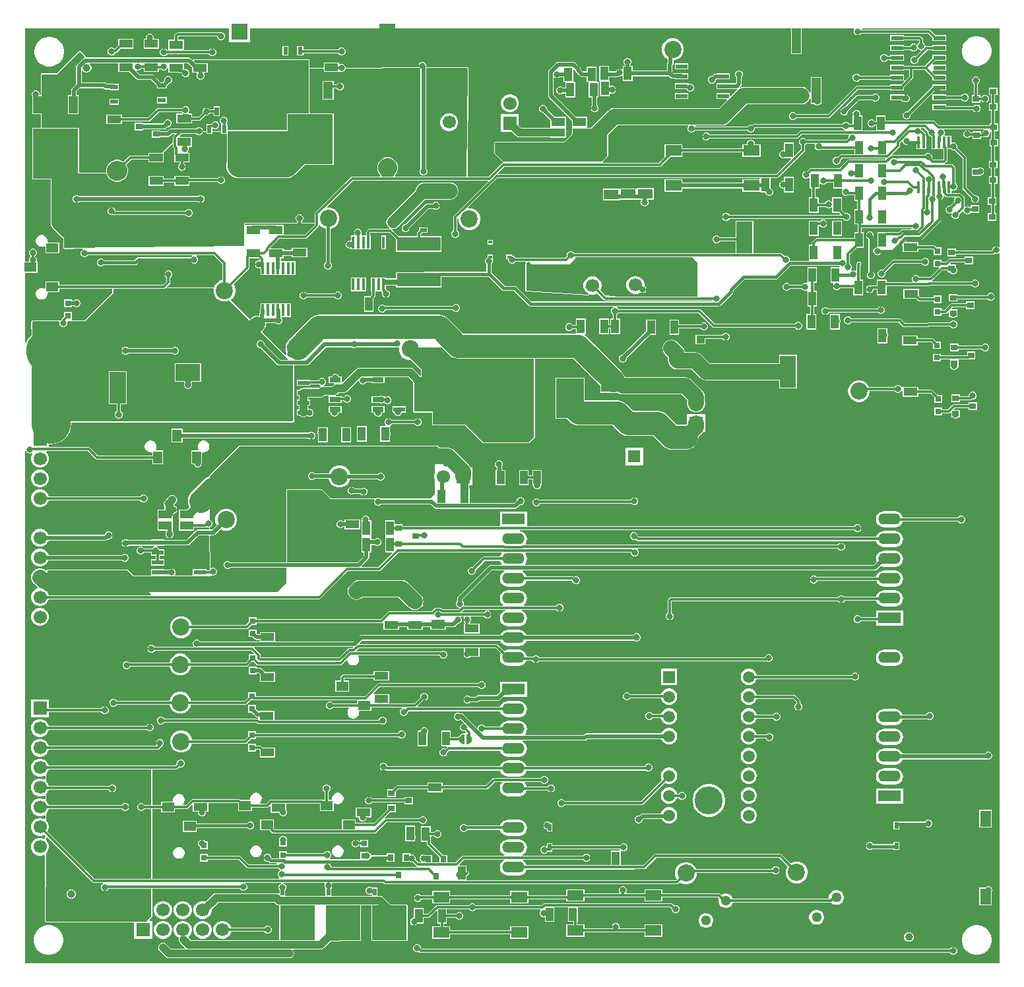
<source format=gtl>
G04*
G04 #@! TF.GenerationSoftware,Altium Limited,Altium Designer,22.2.1 (43)*
G04*
G04 Layer_Physical_Order=1*
G04 Layer_Color=255*
%FSLAX25Y25*%
%MOIN*%
G70*
G04*
G04 #@! TF.SameCoordinates,73734EF2-4F8A-41DC-AC67-8C68D8C25B41*
G04*
G04*
G04 #@! TF.FilePolarity,Positive*
G04*
G01*
G75*
%ADD11C,0.00787*%
%ADD12C,0.01181*%
%ADD14C,0.01968*%
%ADD16R,0.02362X0.04134*%
%ADD17R,0.06299X0.04724*%
%ADD19R,0.04724X0.06299*%
%ADD20R,0.08268X0.05512*%
%ADD21R,0.03543X0.03150*%
%ADD22R,0.03937X0.02362*%
%ADD23R,0.01772X0.05906*%
%ADD24R,0.12598X0.11221*%
%ADD25R,0.01772X0.06299*%
%ADD26R,0.16142X0.10827*%
%ADD27R,0.01772X0.06102*%
%ADD28R,0.05906X0.02362*%
%ADD29R,0.06102X0.02362*%
%ADD30R,0.06299X0.02362*%
%ADD31R,0.05787X0.02559*%
%ADD32R,0.03937X0.07598*%
%ADD33R,0.01968X0.03347*%
%ADD34R,0.06890X0.04331*%
%ADD35R,0.04134X0.07087*%
%ADD36R,0.03937X0.03937*%
%ADD37R,0.04685X0.12992*%
%ADD38R,0.03150X0.03150*%
%ADD39R,0.22047X0.06496*%
%ADD40R,0.22441X0.07087*%
%ADD41R,0.13976X0.20079*%
%ADD43R,0.01968X0.02953*%
%ADD44R,0.01968X0.05118*%
%ADD45R,0.01968X0.01575*%
%ADD46R,0.08661X0.12402*%
%ADD47R,0.07480X0.05118*%
%ADD48R,0.08268X0.16142*%
%ADD49R,0.07087X0.04724*%
%ADD50R,0.02362X0.03937*%
%ADD51R,0.12402X0.08661*%
%ADD52R,0.03347X0.01968*%
%ADD53R,0.03150X0.03543*%
%ADD54R,0.07087X0.04134*%
%ADD55R,0.05512X0.08268*%
%ADD56R,0.22835X0.25197*%
%ADD57R,0.04724X0.08661*%
%ADD58R,0.05512X0.02362*%
%ADD59R,0.01968X0.03642*%
%ADD61R,0.05079X0.05079*%
%ADD62C,0.05079*%
%ADD63C,0.05906*%
%ADD64R,0.05906X0.05906*%
%ADD65C,0.14173*%
%ADD66C,0.08661*%
%ADD67R,0.08268X0.08268*%
%ADD68C,0.08268*%
%ADD69C,0.06693*%
%ADD70R,0.06693X0.06693*%
%ADD71C,0.06457*%
%ADD72R,0.06457X0.06457*%
%ADD73C,0.05512*%
%ADD74R,0.05512X0.05512*%
%ADD75R,0.11201X0.05598*%
%ADD76O,0.11201X0.05598*%
%ADD77R,0.06693X0.06693*%
%ADD78R,0.02284X0.02787*%
%ADD79R,0.02362X0.03150*%
%ADD80C,0.03937*%
%ADD81C,0.03937*%
%ADD82C,0.07874*%
%ADD83C,0.01575*%
%ADD84C,0.02756*%
%ADD85C,0.11811*%
%ADD86C,0.05906*%
%ADD87C,0.19685*%
%ADD88C,0.15748*%
%ADD89C,0.03150*%
G36*
X492316Y362354D02*
X491816Y362147D01*
X491669Y362294D01*
X490946Y362593D01*
X490163D01*
X489439Y362294D01*
X488885Y361740D01*
X488586Y361017D01*
Y360608D01*
X488425Y360447D01*
X470279D01*
Y361412D01*
X465948D01*
Y357475D01*
X470279D01*
Y358440D01*
X488840D01*
X489224Y358517D01*
X489550Y358734D01*
X489674Y358859D01*
X490163Y358656D01*
X490946D01*
X491669Y358956D01*
X491816Y359103D01*
X492316Y358896D01*
X492316Y0D01*
X354D01*
X0Y354D01*
X2Y259041D01*
X502Y259141D01*
X679Y258713D01*
X1233Y258159D01*
X1956Y257859D01*
X2739D01*
X3309Y258095D01*
X3659Y257702D01*
X3264Y257018D01*
X2956Y255867D01*
Y254675D01*
X3264Y253523D01*
X3860Y252491D01*
X4703Y251648D01*
X5736Y251052D01*
X6887Y250743D01*
X8079D01*
X9231Y251052D01*
X10263Y251648D01*
X11106Y252491D01*
X11702Y253523D01*
X12011Y254675D01*
Y255867D01*
X11702Y257018D01*
X11106Y258051D01*
X10665Y258491D01*
X10872Y258992D01*
X31746D01*
X35546Y255191D01*
X35872Y254973D01*
X36256Y254897D01*
X64176D01*
Y252357D01*
X69688D01*
Y259444D01*
X66239D01*
X65951Y259944D01*
X66140Y260273D01*
X66342Y261024D01*
Y261801D01*
X66140Y262552D01*
X65751Y263225D01*
X65202Y263775D01*
X64529Y264164D01*
X63778Y264365D01*
X63000D01*
X62249Y264164D01*
X61576Y263775D01*
X61026Y263225D01*
X60637Y262552D01*
X60436Y261801D01*
Y261024D01*
X60637Y260273D01*
X61026Y259599D01*
X61576Y259050D01*
X62249Y258661D01*
X63000Y258460D01*
X63778D01*
X63779Y258460D01*
X64176Y258156D01*
Y256904D01*
X36672D01*
X32871Y260705D01*
X32546Y260922D01*
X32161Y260999D01*
X12011D01*
Y262269D01*
X12381Y262604D01*
X12995Y262544D01*
X15002Y262741D01*
X16931Y263327D01*
X18710Y264277D01*
X20268Y265557D01*
X21547Y267115D01*
X22498Y268893D01*
X23083Y270823D01*
X23281Y272830D01*
Y273590D01*
X135433D01*
X135734Y273714D01*
X135859Y274016D01*
Y302335D01*
X142189D01*
X142727Y302442D01*
X143182Y302747D01*
X152023Y311587D01*
X164763D01*
X165027Y311323D01*
X165750Y311024D01*
X166533D01*
X167257Y311323D01*
X167521Y311587D01*
X186736D01*
X187024Y311645D01*
X187573Y311417D01*
X188356D01*
X188538Y311493D01*
X188979Y311134D01*
Y309899D01*
X189355Y308497D01*
X190081Y307241D01*
X191107Y306214D01*
X192364Y305489D01*
X193765Y305113D01*
X195072D01*
X199957Y300228D01*
Y297464D01*
X199457Y297256D01*
X196196Y300517D01*
X195415Y301039D01*
X194493Y301222D01*
X168845D01*
X167923Y301039D01*
X167142Y300517D01*
X160365Y293741D01*
X159865Y293948D01*
Y296826D01*
X158509D01*
X158365Y297173D01*
X157811Y297727D01*
X157087Y298026D01*
X156304D01*
X155581Y297727D01*
X155027Y297173D01*
X154883Y296826D01*
X153290D01*
Y293479D01*
X156063D01*
X156214Y292979D01*
X155564Y292545D01*
X154891Y291872D01*
X151100D01*
X151000Y292372D01*
X151118Y292421D01*
X151672Y292974D01*
X151971Y293698D01*
Y294481D01*
X151672Y295205D01*
X151118Y295758D01*
X150394Y296058D01*
X149611D01*
X148888Y295758D01*
X148334Y295205D01*
X148182Y294837D01*
X143901D01*
Y295152D01*
X137208D01*
Y292003D01*
X143901D01*
Y292830D01*
X148478D01*
X148888Y292421D01*
X149409Y292205D01*
X149380Y291749D01*
X149366Y291682D01*
X148595Y291166D01*
X148415Y290986D01*
X140554D01*
X139632Y290803D01*
X138851Y290281D01*
X138765Y290153D01*
X137208D01*
Y287003D01*
X138146D01*
Y285153D01*
X137208D01*
Y282003D01*
X138146D01*
Y280153D01*
X137208D01*
Y277003D01*
X138765D01*
X138851Y276875D01*
X139632Y276353D01*
X140554Y276169D01*
X141476Y276353D01*
X142257Y276875D01*
X142375Y276886D01*
X142589Y276673D01*
X143312Y276373D01*
X144095D01*
X144819Y276673D01*
X145373Y277226D01*
X145672Y277950D01*
Y278733D01*
X145373Y279456D01*
X144819Y280010D01*
X144095Y280310D01*
X143312D01*
X142963Y280543D01*
Y282003D01*
X143901D01*
Y285153D01*
X142963D01*
Y286169D01*
X149412D01*
X150334Y286352D01*
X151116Y286875D01*
X151296Y287055D01*
X152885D01*
X153290Y286826D01*
X153290Y286555D01*
Y283479D01*
X159865D01*
Y284287D01*
X160959D01*
X161486Y283759D01*
X162210Y283460D01*
X162993D01*
X163716Y283759D01*
X164270Y284313D01*
X164570Y285036D01*
Y285820D01*
X164270Y286543D01*
X163716Y287097D01*
X162993Y287397D01*
X162210D01*
X161486Y287097D01*
X160933Y286543D01*
X160829Y286294D01*
X159865D01*
Y286826D01*
X157093D01*
X156941Y287326D01*
X157592Y287760D01*
X158264Y288433D01*
X160872D01*
X161794Y288616D01*
X162575Y289138D01*
X168045Y294608D01*
X168543Y294399D01*
X168807Y293762D01*
X169360Y293208D01*
X170084Y292908D01*
X170867D01*
X171590Y293208D01*
X172130Y293747D01*
X175062D01*
Y293479D01*
X181637D01*
Y296405D01*
X193496D01*
X196053Y293848D01*
Y278971D01*
X196178Y278670D01*
X196479Y278545D01*
X205479D01*
Y272441D01*
X205604Y272140D01*
X205906Y272015D01*
X222264D01*
X229620Y264659D01*
X229620Y264659D01*
X231195Y263085D01*
X231496Y262960D01*
X254331D01*
X254632Y263085D01*
X257388Y265840D01*
X257513Y266142D01*
Y305870D01*
X276714D01*
X290551Y292033D01*
Y288386D01*
X296541D01*
X296850Y288355D01*
X297160Y288386D01*
X299601D01*
X299784Y288245D01*
X300838Y287808D01*
X301969Y287660D01*
X331714D01*
X334608Y284766D01*
Y284420D01*
X334449Y283824D01*
Y282632D01*
X334757Y281481D01*
X335353Y280448D01*
X336196Y279605D01*
X337229Y279009D01*
X338380Y278701D01*
X339572D01*
X340724Y279009D01*
X341756Y279605D01*
X342599Y280448D01*
X343195Y281481D01*
X343504Y282632D01*
Y283824D01*
X343344Y284420D01*
Y286575D01*
X343196Y287705D01*
X342759Y288759D01*
X342065Y289664D01*
X336612Y295116D01*
X335708Y295810D01*
X334654Y296247D01*
X333524Y296396D01*
X302914D01*
X302698Y297107D01*
X302113Y298202D01*
X301326Y299161D01*
X283811Y316675D01*
X282852Y317463D01*
X282586Y317605D01*
X282711Y318105D01*
X283172D01*
Y325979D01*
X278251D01*
Y322652D01*
X276521D01*
X276475Y322764D01*
X275921Y323317D01*
X275198Y323617D01*
X274414D01*
X273691Y323317D01*
X273137Y322764D01*
X272838Y322040D01*
Y321257D01*
X273137Y320533D01*
X273691Y319980D01*
X274414Y319680D01*
X275198D01*
X275921Y319980D01*
X276475Y320533D01*
X276521Y320645D01*
X278251D01*
Y318529D01*
X221224D01*
X213629Y326124D01*
X212670Y326911D01*
X211576Y327496D01*
X210388Y327857D01*
X209154Y327978D01*
X148420D01*
X147185Y327857D01*
X145998Y327496D01*
X144904Y326911D01*
X143944Y326124D01*
X133319Y315499D01*
X132532Y314540D01*
X131947Y313446D01*
X131773Y312872D01*
X131496Y312203D01*
Y311420D01*
X131503Y311403D01*
X131466Y311024D01*
X131587Y309789D01*
X131913Y308715D01*
X131890Y308659D01*
Y308003D01*
X131517Y307780D01*
X131428Y307757D01*
X119729Y319457D01*
X120412Y320140D01*
X121106Y321044D01*
X121542Y322098D01*
X121691Y323228D01*
X121666Y323416D01*
X121996Y323792D01*
X126574D01*
X126838Y323528D01*
X127561Y323228D01*
X128344D01*
X129068Y323528D01*
X129622Y324082D01*
X129921Y324805D01*
Y325588D01*
X129622Y326312D01*
X129568Y326365D01*
X129776Y326865D01*
X131597Y326865D01*
X132097Y326865D01*
X134157D01*
Y333755D01*
X131597Y333755D01*
X131097Y333755D01*
X129038D01*
Y333755D01*
X129038Y333755D01*
X128538Y333755D01*
X126979D01*
X126479Y333755D01*
Y333755D01*
X126479D01*
Y333755D01*
X124420D01*
X123920Y333755D01*
Y333755D01*
X123920D01*
Y333755D01*
X121361D01*
Y333755D01*
X121361Y333755D01*
X120861Y333755D01*
X118802D01*
Y330875D01*
X118784Y330848D01*
X118677Y330310D01*
Y329064D01*
X118587Y328974D01*
X118282Y328518D01*
X118175Y327981D01*
Y327863D01*
X117800Y327534D01*
X117323Y327596D01*
X116192Y327448D01*
X115139Y327011D01*
X114234Y326317D01*
X113551Y325634D01*
X103997Y335188D01*
X104062Y335684D01*
X104172Y335747D01*
X105198Y336773D01*
X105924Y338030D01*
X106299Y339432D01*
Y340883D01*
X105924Y342285D01*
X105342Y343293D01*
X113114Y351065D01*
X113332Y351391D01*
X113408Y351775D01*
Y356590D01*
X117875D01*
X118458Y356007D01*
X118251Y355507D01*
X117722D01*
X116998Y355207D01*
X116444Y354653D01*
X116145Y353930D01*
Y353147D01*
X116444Y352423D01*
X116998Y351870D01*
X117722Y351570D01*
X118505D01*
X118802Y351371D01*
Y348125D01*
X121361Y348125D01*
X121861Y348125D01*
X123920Y348125D01*
X124420Y348125D01*
X126479D01*
Y348125D01*
X126479Y348125D01*
X126979Y348125D01*
X128538D01*
X129038Y348125D01*
Y348125D01*
X129038D01*
X129038Y348125D01*
X131597Y348125D01*
X132097Y348125D01*
X134157Y348125D01*
X134657Y348125D01*
X136715D01*
Y355015D01*
X134157Y355015D01*
X133657Y355015D01*
X131597Y355015D01*
X131097Y355015D01*
X129164D01*
Y356590D01*
X130712D01*
Y357862D01*
X134649D01*
Y357023D01*
X142523D01*
Y361944D01*
X134649D01*
Y360672D01*
X130712D01*
Y361511D01*
X124305D01*
X124114Y361973D01*
X128475Y366334D01*
X141631D01*
X142015Y366410D01*
X142341Y366628D01*
X148153Y372441D01*
X148371Y372766D01*
X148417Y373000D01*
X148791Y373169D01*
X148947Y373177D01*
X149768Y372356D01*
X151025Y371631D01*
X151897Y371397D01*
Y354540D01*
X151380Y354024D01*
X151081Y353300D01*
Y352517D01*
X151380Y351794D01*
X151934Y351240D01*
X152658Y350940D01*
X153441D01*
X154164Y351240D01*
X154718Y351794D01*
X155018Y352517D01*
Y353300D01*
X154718Y354024D01*
X154305Y354437D01*
Y371369D01*
X155280Y371631D01*
X156537Y372356D01*
X157563Y373382D01*
X158289Y374639D01*
X158664Y376041D01*
Y377492D01*
X158289Y378894D01*
X157563Y380151D01*
X156537Y381177D01*
X155280Y381903D01*
X153878Y382278D01*
X152717D01*
X152510Y382779D01*
X165542Y395810D01*
X233704D01*
X233895Y395348D01*
X216616Y378069D01*
X216399Y377744D01*
X216322Y377360D01*
Y370608D01*
X216211Y370562D01*
X215657Y370008D01*
X215357Y369284D01*
Y368501D01*
X215657Y367778D01*
X216211Y367224D01*
X216934Y366924D01*
X217717D01*
X218441Y367224D01*
X218995Y367778D01*
X219294Y368501D01*
Y369284D01*
X218995Y370008D01*
X218441Y370562D01*
X218329Y370608D01*
Y376503D01*
X218401Y376551D01*
X218901Y376284D01*
Y375647D01*
X219276Y374246D01*
X220002Y372989D01*
X221028Y371962D01*
X222285Y371237D01*
X223687Y370861D01*
X225138D01*
X226540Y371237D01*
X227797Y371962D01*
X228823Y372989D01*
X229549Y374246D01*
X229924Y375647D01*
Y377099D01*
X229549Y378500D01*
X228823Y379757D01*
X227797Y380784D01*
X226540Y381509D01*
X225138Y381885D01*
X223977D01*
X223770Y382385D01*
X238605Y397220D01*
X371210D01*
X371375Y396952D01*
X371100Y396452D01*
X362404D01*
Y394707D01*
X332090D01*
Y396452D01*
X323034D01*
Y390153D01*
X332090D01*
Y391897D01*
X362404D01*
Y390153D01*
X371460D01*
X371558Y389759D01*
X373989D01*
Y389592D01*
X374289Y388869D01*
X374843Y388315D01*
X375566Y388016D01*
X376349D01*
X377073Y388315D01*
X377627Y388869D01*
X377926Y389592D01*
Y390376D01*
X377627Y391099D01*
X377073Y391653D01*
X376479Y391899D01*
Y397220D01*
X380037D01*
X380421Y397296D01*
X380746Y397514D01*
X393626Y410393D01*
X393844Y410719D01*
X393920Y411103D01*
Y413634D01*
X394031Y413681D01*
X394585Y414234D01*
X394713Y414543D01*
X398909D01*
X399097Y414043D01*
X398822Y413379D01*
Y412596D01*
X399121Y411872D01*
X399675Y411318D01*
X400399Y411019D01*
X401182D01*
X401905Y411318D01*
X402177Y411590D01*
X418802D01*
Y409069D01*
X412413D01*
X412029Y408993D01*
X411703Y408776D01*
X410633Y407705D01*
X410237Y407869D01*
X409454D01*
X408730Y407569D01*
X408177Y407016D01*
X407877Y406292D01*
Y405509D01*
X408177Y404785D01*
X408730Y404232D01*
X409454Y403932D01*
X410237D01*
X410960Y404232D01*
X411514Y404785D01*
X411814Y405509D01*
Y406048D01*
X412828Y407062D01*
X434519D01*
X434734Y406577D01*
X434524Y406314D01*
X415948D01*
X415564Y406237D01*
X415238Y406019D01*
X411398Y402180D01*
X397050D01*
X396666Y402103D01*
X396341Y401886D01*
X394994Y400539D01*
X394883Y400586D01*
X394100D01*
X393376Y400286D01*
X392822Y399732D01*
X392523Y399009D01*
Y398225D01*
X392822Y397502D01*
X393376Y396948D01*
X394100Y396649D01*
X394883D01*
X395606Y396948D01*
X395861Y397203D01*
X396361Y396996D01*
Y391727D01*
X397425D01*
Y387397D01*
X395968D01*
Y379523D01*
X400889D01*
Y382456D01*
X404522D01*
X404793Y382184D01*
X405517Y381885D01*
X406300D01*
X407023Y382184D01*
X407278Y382439D01*
X407779Y382232D01*
Y379523D01*
X411281D01*
X411784Y379019D01*
X411592Y378558D01*
X355838D01*
X355791Y378669D01*
X355238Y379223D01*
X354514Y379522D01*
X353731D01*
X353008Y379223D01*
X352454Y378669D01*
X352154Y377946D01*
Y377163D01*
X352454Y376439D01*
X353008Y375885D01*
X353731Y375586D01*
X354514D01*
X355238Y375885D01*
X355791Y376439D01*
X355838Y376551D01*
X413248D01*
X413295Y376439D01*
X413848Y375885D01*
X414572Y375586D01*
X415355D01*
X416079Y375885D01*
X416632Y376439D01*
X416932Y377163D01*
Y377946D01*
X416632Y378669D01*
X416079Y379223D01*
X415355Y379522D01*
X414572D01*
X414252Y379390D01*
X412700Y380942D01*
Y387397D01*
X407779D01*
Y385474D01*
X407278Y385267D01*
X407023Y385522D01*
X406300Y385822D01*
X405517D01*
X404793Y385522D01*
X404240Y384968D01*
X404030Y384463D01*
X400889D01*
Y387397D01*
X399432D01*
Y391727D01*
X401283D01*
Y394043D01*
X401783Y394250D01*
X402037Y393995D01*
X402761Y393696D01*
X403544D01*
X404268Y393995D01*
X404821Y394549D01*
X404868Y394661D01*
X408172D01*
Y391727D01*
X412654D01*
X412811Y391435D01*
X412884Y391227D01*
X412601Y390544D01*
Y389761D01*
X412901Y389037D01*
X413455Y388484D01*
X414178Y388184D01*
X414961D01*
X415552Y388429D01*
X415890Y388362D01*
X418802D01*
Y385428D01*
X420259D01*
Y381491D01*
X418802D01*
Y373617D01*
X420557D01*
Y369680D01*
X418802D01*
Y366747D01*
X400003D01*
X399619Y366670D01*
X399293Y366453D01*
X397719Y364878D01*
X397501Y364552D01*
X397425Y364168D01*
Y363381D01*
X395968D01*
Y355507D01*
X395588Y355216D01*
X386643D01*
X386240Y355498D01*
X386223Y355695D01*
Y356292D01*
X385924Y357016D01*
X385370Y357569D01*
X384647Y357869D01*
X383863D01*
X383468Y357705D01*
X382397Y358775D01*
X382072Y358993D01*
X381688Y359069D01*
X367916D01*
Y375586D01*
X358861D01*
Y367140D01*
X350931D01*
X350884Y367252D01*
X350331Y367806D01*
X349607Y368105D01*
X348824D01*
X348100Y367806D01*
X347547Y367252D01*
X347247Y366528D01*
Y365745D01*
X347547Y365022D01*
X348100Y364468D01*
X348824Y364168D01*
X349607D01*
X350331Y364468D01*
X350884Y365022D01*
X350931Y365133D01*
X358861D01*
Y359069D01*
X277389D01*
X277259Y359383D01*
X276706Y359936D01*
X275982Y360236D01*
X275199D01*
X274476Y359936D01*
X273922Y359383D01*
X273622Y358659D01*
Y357876D01*
X273668Y357765D01*
X272808Y356904D01*
X247781D01*
X247735Y357016D01*
X247181Y357569D01*
X246458Y357869D01*
X245869D01*
Y358460D01*
X243113D01*
Y356097D01*
X244097D01*
Y355509D01*
X244397Y354785D01*
X244951Y354232D01*
X245674Y353932D01*
X246458D01*
X247181Y354232D01*
X247735Y354785D01*
X247781Y354897D01*
X252854D01*
X253045Y354435D01*
X252848Y354238D01*
X252724Y353937D01*
Y340172D01*
X252781Y340033D01*
X252830Y339890D01*
X252843Y339884D01*
X252848Y339871D01*
X252987Y339813D01*
X253123Y339746D01*
X284462Y337752D01*
X284573Y337790D01*
X284690Y337802D01*
X284723Y337841D01*
X284771Y337858D01*
X284823Y337963D01*
X284897Y338054D01*
X285030Y338493D01*
X286018Y338228D01*
X287210D01*
X288362Y338537D01*
X289029Y338922D01*
X292445Y335506D01*
X292771Y335288D01*
X293155Y335212D01*
X347004D01*
X347037Y335164D01*
X346774Y334664D01*
X255704D01*
X248183Y342185D01*
X247792Y342446D01*
X247331Y342538D01*
X247331Y342538D01*
X242234D01*
X235459Y349313D01*
Y353529D01*
X235924Y353993D01*
X236223Y354717D01*
Y355500D01*
X236146Y355687D01*
X236420Y356097D01*
X236420D01*
Y358460D01*
X233664D01*
Y356995D01*
X233140Y356777D01*
X232586Y356224D01*
X232286Y355500D01*
Y354717D01*
X232586Y353993D01*
X233051Y353529D01*
Y349624D01*
X201578D01*
X201461Y349601D01*
X187208D01*
Y346289D01*
X182385D01*
Y346845D01*
X180326D01*
X179826Y346845D01*
Y346845D01*
X179826D01*
X179826Y346845D01*
X177267Y346845D01*
X176767Y346845D01*
X174708D01*
Y339759D01*
X174984D01*
Y338206D01*
X174174Y337397D01*
X171164D01*
Y329523D01*
X176086D01*
Y336470D01*
X176697Y337081D01*
X176914Y337406D01*
X176991Y337790D01*
Y339373D01*
X177267Y339759D01*
X177767Y339759D01*
X179826D01*
X180202Y339460D01*
X180352Y339235D01*
X180402Y339185D01*
X180315Y338974D01*
Y338191D01*
X180615Y337468D01*
X181168Y336914D01*
X181892Y336614D01*
X182675D01*
X183398Y336914D01*
X183952Y337468D01*
X184252Y338191D01*
Y338974D01*
X183952Y339698D01*
X183398Y340251D01*
X182675Y340551D01*
X182442D01*
X182385Y340608D01*
Y342677D01*
X187208D01*
Y341727D01*
X210436D01*
Y347216D01*
X233861D01*
X233861Y347216D01*
X234102Y347264D01*
X240884Y340482D01*
X241274Y340221D01*
X241735Y340129D01*
X241735Y340129D01*
X246832D01*
X254353Y332608D01*
X254744Y332347D01*
X255205Y332255D01*
X255205Y332255D01*
X297231D01*
X297330Y331755D01*
X296919Y331585D01*
X296366Y331031D01*
X296066Y330308D01*
Y329525D01*
X296366Y328801D01*
X296919Y328247D01*
X297031Y328201D01*
Y325979D01*
X295574D01*
Y323046D01*
X294983D01*
Y325979D01*
X290062D01*
Y318105D01*
X294983D01*
Y321039D01*
X295574D01*
Y318105D01*
X300495D01*
Y325979D01*
X299038D01*
Y328201D01*
X299149Y328247D01*
X299703Y328801D01*
X299749Y328913D01*
X340139D01*
X347325Y321726D01*
X347650Y321509D01*
X348034Y321432D01*
X388839D01*
X388885Y321321D01*
X389439Y320767D01*
X390163Y320467D01*
X390946D01*
X391669Y320767D01*
X392223Y321321D01*
X392523Y322044D01*
Y322828D01*
X392223Y323551D01*
X391669Y324105D01*
X390946Y324404D01*
X390163D01*
X389439Y324105D01*
X388885Y323551D01*
X388839Y323440D01*
X348450D01*
X341264Y330626D01*
X340938Y330843D01*
X340554Y330920D01*
X299749D01*
X299703Y331031D01*
X299149Y331585D01*
X298738Y331755D01*
X298838Y332255D01*
X350357D01*
X350357Y332255D01*
X350818Y332347D01*
X351209Y332608D01*
X357475Y338874D01*
X357736Y339265D01*
X357827Y339726D01*
X357827Y339726D01*
Y340267D01*
X363388Y345828D01*
X379283D01*
X379284Y345827D01*
X379744Y345919D01*
X380135Y346180D01*
X386762Y352807D01*
X411280D01*
X411623Y352464D01*
X411452Y351963D01*
X406991D01*
Y344090D01*
X408241D01*
X408418Y343589D01*
X408135Y342906D01*
Y342123D01*
X408435Y341400D01*
X408988Y340846D01*
X409712Y340546D01*
X410495D01*
X411219Y340846D01*
X411772Y341400D01*
X411819Y341511D01*
X418408D01*
Y337790D01*
X423330D01*
Y345664D01*
X421873D01*
Y353123D01*
X421972Y353222D01*
X422190Y353548D01*
X422266Y353932D01*
X422190Y354316D01*
X421972Y354642D01*
X421647Y354859D01*
X421263Y354936D01*
X420879Y354859D01*
X420553Y354642D01*
X420159Y354248D01*
X419942Y353922D01*
X419866Y353538D01*
Y350302D01*
X419366Y350114D01*
X418702Y350389D01*
X417918D01*
X417489Y350211D01*
X417206Y350635D01*
X417420Y350848D01*
X417720Y351572D01*
Y352355D01*
X417420Y353079D01*
X416866Y353632D01*
X416754Y353678D01*
Y358339D01*
X420221Y361806D01*
X423723D01*
Y369680D01*
X422565D01*
Y371826D01*
X447795D01*
X447831Y371774D01*
X447569Y371274D01*
X443305D01*
X442921Y371198D01*
X442595Y370980D01*
X441314Y369699D01*
X434550D01*
X434453Y369680D01*
X430613D01*
Y362200D01*
X430320D01*
X429597Y361900D01*
X429043Y361346D01*
X428872Y360935D01*
X428372Y361035D01*
Y366919D01*
X428443Y366990D01*
X428743Y367714D01*
Y368497D01*
X428443Y369220D01*
X427890Y369774D01*
X427166Y370074D01*
X426383D01*
X425660Y369774D01*
X425106Y369220D01*
X424806Y368497D01*
Y367714D01*
X425106Y366990D01*
X425660Y366436D01*
X425964Y366310D01*
Y349606D01*
X425499Y349142D01*
X425200Y348418D01*
Y347635D01*
X425499Y346911D01*
X426053Y346358D01*
X426777Y346058D01*
X427560D01*
X428283Y346358D01*
X428837Y346911D01*
X429137Y347635D01*
Y348418D01*
X428837Y349142D01*
X428372Y349606D01*
Y359428D01*
X428872Y359527D01*
X429043Y359116D01*
X429597Y358562D01*
X430320Y358263D01*
X431103D01*
X431827Y358562D01*
X432291Y359027D01*
X438152D01*
X438152Y359027D01*
X438613Y359119D01*
X439004Y359380D01*
X442810Y363186D01*
X443310Y362979D01*
Y359739D01*
X451184D01*
Y361196D01*
X458642D01*
X459058Y360781D01*
Y358263D01*
X462995D01*
Y362200D01*
X460477D01*
X459768Y362909D01*
X459442Y363127D01*
X459058Y363203D01*
X451184D01*
Y364660D01*
X444783D01*
X444592Y365122D01*
X445190Y365720D01*
X452449D01*
X452449Y365720D01*
X452910Y365811D01*
X453301Y366073D01*
X462713Y375485D01*
X462974Y375875D01*
X463065Y376336D01*
X463065Y376336D01*
Y386211D01*
X463530Y386675D01*
X463830Y387399D01*
Y387914D01*
X464330Y388121D01*
X464817Y387633D01*
X465143Y387416D01*
X465527Y387339D01*
X469343D01*
X469531Y386839D01*
X469256Y386175D01*
Y385392D01*
X469369Y385120D01*
X467301Y383051D01*
X466588D01*
X465864Y382752D01*
X465310Y382198D01*
X465011Y381474D01*
Y380691D01*
X465310Y379968D01*
X465864Y379414D01*
X466588Y379114D01*
X467371D01*
X467804Y379294D01*
X468187Y378911D01*
X468113Y378733D01*
Y377950D01*
X468413Y377226D01*
X468967Y376673D01*
X469690Y376373D01*
X470473D01*
X471197Y376673D01*
X471750Y377226D01*
X472050Y377950D01*
Y378733D01*
X472004Y378844D01*
X473595Y380435D01*
X474081Y380215D01*
X474356Y379551D01*
X474910Y378997D01*
X475633Y378697D01*
X476417D01*
X477140Y378997D01*
X477378Y379235D01*
X477759Y379522D01*
X482090D01*
Y383459D01*
X477759D01*
Y382423D01*
X477259Y382216D01*
X477140Y382335D01*
X476417Y382634D01*
X475633D01*
X475287Y382491D01*
X474788Y382825D01*
Y386844D01*
X474711Y387228D01*
X474494Y387554D01*
X472995Y389053D01*
X472669Y389270D01*
X472285Y389347D01*
X468062D01*
Y390540D01*
X468478Y390818D01*
X468659Y390743D01*
X469442D01*
X470165Y391043D01*
X470719Y391597D01*
X471019Y392320D01*
Y393103D01*
X470719Y393827D01*
X470165Y394380D01*
X470054Y394426D01*
Y402208D01*
X469977Y402592D01*
X469760Y402917D01*
X468823Y403854D01*
X468497Y404072D01*
X468113Y404148D01*
X464783D01*
X464775Y404168D01*
X464700Y404648D01*
X464930Y404802D01*
X465622Y405494D01*
X465839Y405820D01*
X465916Y406204D01*
Y411806D01*
X467377D01*
X467833Y411350D01*
X468556Y411051D01*
X469339D01*
X469451Y411097D01*
X473490Y407058D01*
Y392040D01*
X473567Y391656D01*
X473784Y391330D01*
X478002Y387112D01*
X477956Y387001D01*
Y386218D01*
X478255Y385494D01*
X478809Y384940D01*
X479533Y384641D01*
X480316D01*
X481039Y384940D01*
X481593Y385494D01*
X481893Y386218D01*
Y387001D01*
X481593Y387724D01*
X481039Y388278D01*
X480316Y388578D01*
X479533D01*
X479421Y388531D01*
X475497Y392455D01*
Y407473D01*
X475421Y407857D01*
X475203Y408183D01*
X470870Y412516D01*
X470916Y412628D01*
Y413411D01*
X470617Y414134D01*
X470063Y414688D01*
X469339Y414988D01*
X468556D01*
X468478Y414955D01*
X468062Y415233D01*
Y418499D01*
X465503D01*
Y418499D01*
X465503Y418499D01*
X464641Y418499D01*
X464393Y418999D01*
X464626Y419561D01*
Y420344D01*
X464326Y421067D01*
X464067Y421326D01*
X464274Y421826D01*
X484167D01*
X484291Y421442D01*
X484298Y421326D01*
X483767Y420795D01*
X483467Y420072D01*
Y419896D01*
X482877D01*
Y420861D01*
X478546D01*
Y420093D01*
X477784D01*
X477656Y420401D01*
X477102Y420955D01*
X476379Y421255D01*
X475596D01*
X474872Y420955D01*
X474318Y420401D01*
X474019Y419678D01*
Y418895D01*
X474318Y418171D01*
X474872Y417618D01*
X475596Y417318D01*
X476379D01*
X477102Y417618D01*
X477571Y418086D01*
X478546D01*
Y416924D01*
X482877D01*
Y417889D01*
X484116D01*
X484454Y417956D01*
X485044Y417711D01*
X485828D01*
X486551Y418011D01*
X487105Y418565D01*
X487404Y419288D01*
Y420072D01*
X487369Y420157D01*
X487728Y420571D01*
X487976Y420496D01*
Y416924D01*
X487208D01*
Y412987D01*
X487976D01*
Y405900D01*
X486814D01*
Y401964D01*
X487976D01*
Y398026D01*
X486814D01*
Y394090D01*
X487976D01*
Y387397D01*
X486420D01*
Y383459D01*
X487976D01*
Y379522D01*
X486420D01*
Y375586D01*
X490751D01*
Y379522D01*
X489983D01*
Y383459D01*
X490751D01*
Y387397D01*
X489983D01*
Y394090D01*
X491145D01*
Y398026D01*
X489983D01*
Y401964D01*
X491145D01*
Y405900D01*
X489983D01*
Y412987D01*
X491538D01*
Y416924D01*
X489983D01*
Y420861D01*
X491538D01*
Y424798D01*
X489983D01*
Y431097D01*
X491145D01*
Y435034D01*
X489983D01*
Y438971D01*
X491145D01*
Y442908D01*
X486814D01*
Y438971D01*
X487976D01*
Y435034D01*
X486814D01*
Y431097D01*
X487976D01*
Y424798D01*
X487208D01*
Y423833D01*
X461688D01*
X459620Y425901D01*
X459294Y426119D01*
X458910Y426195D01*
X434747D01*
Y428735D01*
X429826D01*
Y425802D01*
X429277D01*
X429231Y425913D01*
X428677Y426467D01*
X427954Y426767D01*
X427170D01*
X426447Y426467D01*
X425893Y425913D01*
X425594Y425190D01*
Y424407D01*
X425893Y423683D01*
X426447Y423129D01*
X427170Y422830D01*
X427954D01*
X428677Y423129D01*
X429231Y423683D01*
X429277Y423795D01*
X429826D01*
Y421153D01*
X422936D01*
Y428735D01*
X422315D01*
X422050Y429131D01*
Y429914D01*
X421750Y430638D01*
X421197Y431191D01*
X420473Y431491D01*
X419690D01*
X418967Y431191D01*
X418413Y430638D01*
X418113Y429914D01*
Y429131D01*
X418177Y428978D01*
X418015Y428735D01*
X418015D01*
Y424522D01*
X416285D01*
X416239Y424634D01*
X415685Y425187D01*
X414961Y425487D01*
X414178D01*
X413455Y425187D01*
X412901Y424634D01*
X412855Y424522D01*
X368319D01*
X367935Y424446D01*
X367610Y424228D01*
X367288Y423906D01*
X367035Y424011D01*
X366252D01*
X365528Y423711D01*
X364974Y423157D01*
X364928Y423046D01*
X338667D01*
X338564Y423200D01*
X338831Y423700D01*
X352330D01*
X353461Y423848D01*
X354514Y424285D01*
X355419Y424979D01*
X364828Y434388D01*
X392339D01*
X393469Y434537D01*
X394523Y434973D01*
X395427Y435667D01*
X396121Y436572D01*
X396373Y437179D01*
X396873Y437080D01*
Y434444D01*
X398597D01*
X399047Y433994D01*
X399770Y433694D01*
X400554D01*
X401277Y433994D01*
X401727Y434444D01*
X402346D01*
Y448223D01*
X396873D01*
Y440432D01*
X396373Y440333D01*
X396121Y440940D01*
X395427Y441845D01*
X394523Y442539D01*
X393469Y442975D01*
X392339Y443124D01*
X363018D01*
X361888Y442975D01*
X361381Y442765D01*
X361098Y443189D01*
X361626Y443718D01*
X361931Y444173D01*
X362038Y444711D01*
Y448222D01*
X362302Y448486D01*
X362601Y449210D01*
Y449993D01*
X362302Y450716D01*
X361748Y451270D01*
X361024Y451570D01*
X360241D01*
X359518Y451270D01*
X358964Y450716D01*
X358664Y449993D01*
Y449210D01*
X358964Y448486D01*
X359228Y448222D01*
Y445293D01*
X358898Y444963D01*
X355908D01*
Y445133D01*
X349216D01*
Y441983D01*
X355908D01*
Y442153D01*
X359480D01*
X359544Y442166D01*
X359790Y441705D01*
X356370Y438285D01*
X355908Y438477D01*
Y440133D01*
X349216D01*
Y436983D01*
X354415D01*
X354606Y436521D01*
X350521Y432436D01*
X297553D01*
X296423Y432287D01*
X295369Y431851D01*
X294465Y431156D01*
X285782Y422473D01*
X284121D01*
X283957Y422638D01*
Y423032D01*
X283957Y423138D01*
Y428150D01*
X278266D01*
X266956Y439460D01*
Y447717D01*
X267456Y447910D01*
X268112Y447638D01*
X268896D01*
X269619Y447937D01*
X269883Y448201D01*
X271949D01*
Y445669D01*
X272475D01*
X272975Y445669D01*
X272975Y445169D01*
Y442743D01*
X271697D01*
X271433Y443007D01*
X270709Y443307D01*
X269926D01*
X269203Y443007D01*
X268649Y442454D01*
X268349Y441730D01*
Y440947D01*
X268649Y440224D01*
X269203Y439670D01*
X269926Y439370D01*
X270709D01*
X271433Y439670D01*
X271697Y439934D01*
X272975D01*
Y437795D01*
X277897D01*
Y445669D01*
X277370D01*
X276870Y445669D01*
X276870Y446169D01*
Y452064D01*
X277332Y452256D01*
X277719Y451869D01*
Y451683D01*
X277826Y451146D01*
X278131Y450690D01*
X280207Y448613D01*
X280663Y448308D01*
X281201Y448201D01*
X283760D01*
Y445669D01*
X284286D01*
X284786Y445669D01*
X284786Y445169D01*
Y437795D01*
X286132D01*
Y433547D01*
X286094Y433509D01*
X285795Y432786D01*
Y432003D01*
X286094Y431279D01*
X286648Y430726D01*
X287372Y430426D01*
X288155D01*
X288878Y430726D01*
X289432Y431279D01*
X289732Y432003D01*
Y432786D01*
X289432Y433509D01*
X288942Y433999D01*
Y437795D01*
X289708D01*
Y445669D01*
X289181D01*
X288681Y445669D01*
X288681Y446169D01*
Y453543D01*
X283760D01*
Y451011D01*
X281783D01*
X280529Y452265D01*
Y452451D01*
X280422Y452988D01*
X280117Y453444D01*
X278041Y455521D01*
X277585Y455826D01*
X277047Y455933D01*
X269249D01*
X268712Y455826D01*
X268256Y455521D01*
X264558Y451823D01*
X264253Y451367D01*
X264146Y450829D01*
Y438878D01*
X264253Y438340D01*
X264558Y437885D01*
X276279Y426163D01*
Y423138D01*
X276279Y423032D01*
Y422638D01*
X276279Y422532D01*
Y422129D01*
X276279Y422129D01*
Y422044D01*
X276247Y421966D01*
Y419369D01*
X272264Y415387D01*
X237402D01*
X237100Y415262D01*
X236975Y414961D01*
Y409843D01*
X236975Y409842D01*
X237100Y409541D01*
X241272Y405370D01*
X241278Y405202D01*
X241207Y404823D01*
X241191Y404797D01*
X240967Y404647D01*
X234137Y397817D01*
X223850D01*
X223498Y398173D01*
X224045Y452395D01*
X224044Y452397D01*
X224045Y452399D01*
X223983Y452548D01*
X223923Y452698D01*
X223921Y452699D01*
X223920Y452700D01*
X223568Y453055D01*
X223566Y453055D01*
X223565Y453057D01*
X223416Y453118D01*
X223267Y453180D01*
X223265Y453179D01*
X223263Y453180D01*
X203100Y453069D01*
X202759Y453542D01*
X202756Y453568D01*
Y454329D01*
X202456Y455052D01*
X201903Y455606D01*
X201179Y455905D01*
X200396D01*
X199672Y455606D01*
X199119Y455052D01*
X198819Y454329D01*
Y453545D01*
X198854Y453461D01*
X198577Y453045D01*
X162113Y452845D01*
X161814Y453142D01*
X161514Y453866D01*
X160960Y454420D01*
X160237Y454719D01*
X159454D01*
X159164Y454600D01*
X158664Y454934D01*
Y455605D01*
X150790D01*
Y453175D01*
X150783Y453158D01*
X150438Y452785D01*
X150434Y452781D01*
X144088Y452746D01*
X143733Y453098D01*
Y456693D01*
X143608Y456994D01*
X143307Y457119D01*
X85414D01*
X85335Y457087D01*
X85251D01*
X85191Y457027D01*
X85112Y456994D01*
X84618Y456835D01*
X83870Y457583D01*
X83415Y457888D01*
X82877Y457994D01*
X30778D01*
X30663Y458149D01*
X30527Y458482D01*
X30487Y458579D01*
X30476Y458683D01*
X30426Y458724D01*
X30402Y458783D01*
X27860Y461325D01*
X27559Y461450D01*
X27258Y461325D01*
X15965Y450032D01*
X8268D01*
X7966Y449908D01*
X7842Y449606D01*
Y438976D01*
X7338D01*
Y439752D01*
X7038Y440475D01*
X6484Y441029D01*
X5761Y441328D01*
X4978D01*
X4254Y441029D01*
X3700Y440475D01*
X3401Y439752D01*
Y438968D01*
X3622Y438434D01*
Y429528D01*
X7842D01*
Y422441D01*
X3543D01*
Y396457D01*
X12955D01*
Y374410D01*
X13104Y373279D01*
X13540Y372225D01*
X14234Y371321D01*
X18171Y367384D01*
X19076Y366690D01*
X19259Y366614D01*
X19259Y362027D01*
X19259Y362026D01*
X19259Y362024D01*
X19322Y361875D01*
X19384Y361726D01*
X19385Y361725D01*
X19386Y361724D01*
X19741Y361372D01*
X19742Y361372D01*
X19743Y361371D01*
X19893Y361311D01*
X20043Y361249D01*
X20045Y361250D01*
X20046Y361249D01*
X29031Y361358D01*
X29133Y360859D01*
X28806Y360724D01*
X28252Y360170D01*
X27953Y359447D01*
Y358664D01*
X28252Y357940D01*
X28806Y357386D01*
X29530Y357087D01*
X30313D01*
X31036Y357386D01*
X31590Y357940D01*
X31636Y358052D01*
X84164D01*
X84288Y357668D01*
X84295Y357552D01*
X83853Y357110D01*
X57269D01*
X57269Y357110D01*
X56808Y357018D01*
X56418Y356757D01*
X55191Y355530D01*
X39772D01*
X39307Y355995D01*
X38583Y356294D01*
X37800D01*
X37077Y355995D01*
X36523Y355441D01*
X36223Y354717D01*
Y353934D01*
X36523Y353211D01*
X37077Y352657D01*
X37800Y352357D01*
X38583D01*
X39307Y352657D01*
X39772Y353121D01*
X55689D01*
X55689Y353121D01*
X56150Y353213D01*
X56541Y353474D01*
X57768Y354701D01*
X83853D01*
X84318Y354237D01*
X85041Y353937D01*
X85825D01*
X86548Y354237D01*
X87102Y354790D01*
X87402Y355514D01*
Y356297D01*
X87102Y357021D01*
X86571Y357552D01*
X86578Y357668D01*
X86703Y358052D01*
X95254D01*
X99663Y353642D01*
Y345562D01*
X98660Y345294D01*
X97403Y344568D01*
X96377Y343542D01*
X95651Y342285D01*
X95581Y342023D01*
X95561Y341993D01*
X95423Y341890D01*
X95043Y341761D01*
X95020Y341755D01*
X94993Y341762D01*
X94987Y341765D01*
X71798D01*
X71607Y342227D01*
X73150Y343771D01*
X73368Y344096D01*
X73444Y344480D01*
Y346710D01*
X73556Y346756D01*
X74110Y347310D01*
X74409Y348034D01*
Y348817D01*
X74110Y349540D01*
X73556Y350094D01*
X72833Y350394D01*
X72049D01*
X71326Y350094D01*
X70772Y349540D01*
X70472Y348817D01*
Y348034D01*
X70772Y347310D01*
X71326Y346756D01*
X71437Y346710D01*
Y344896D01*
X69666Y343125D01*
X17326D01*
Y344877D01*
X10239D01*
Y341428D01*
X9739Y341139D01*
X9410Y341329D01*
X8659Y341530D01*
X7882D01*
X7131Y341329D01*
X6458Y340940D01*
X5908Y340391D01*
X5519Y339717D01*
X5318Y338966D01*
Y338189D01*
X5519Y337438D01*
X5908Y336765D01*
X6458Y336215D01*
X7131Y335826D01*
X7882Y335625D01*
X8659D01*
X9410Y335826D01*
X10084Y336215D01*
X10633Y336765D01*
X11022Y337438D01*
X11223Y338189D01*
Y338966D01*
X11223Y338968D01*
X11527Y339365D01*
X17326D01*
Y341117D01*
X44062D01*
Y339153D01*
X30138Y325229D01*
X23972D01*
X23625Y325586D01*
Y329522D01*
X19688D01*
Y327005D01*
X18958Y326275D01*
X18741Y325950D01*
X18665Y325566D01*
Y325493D01*
X18176Y325291D01*
X17889Y325003D01*
X17410Y325104D01*
X17295Y325152D01*
X17192Y325221D01*
X17149Y325213D01*
X17109Y325229D01*
X3898D01*
X3897Y325229D01*
X3897Y325229D01*
X3747Y325167D01*
X3597Y325104D01*
X3597Y325104D01*
X3596Y325103D01*
X3244Y324748D01*
X3243Y324747D01*
X3242Y324747D01*
X3181Y324596D01*
X3120Y324447D01*
X3120Y324446D01*
X3120Y324445D01*
X3174Y317532D01*
X2396Y316893D01*
X1363Y315634D01*
X595Y314198D01*
X502Y313890D01*
X2Y313964D01*
X2Y349208D01*
X6302D01*
Y354719D01*
X6103D01*
X5826Y355135D01*
X5880Y355265D01*
Y356048D01*
X5580Y356772D01*
X5091Y357261D01*
X5067Y357584D01*
X5106Y357834D01*
X5606Y358334D01*
X5906Y359057D01*
Y359840D01*
X5606Y360564D01*
X5052Y361118D01*
X4329Y361417D01*
X3545D01*
X2822Y361118D01*
X2268Y360564D01*
X1969Y359840D01*
Y359057D01*
X2268Y358334D01*
X2768Y357834D01*
X2785Y357517D01*
X2753Y357283D01*
X2242Y356772D01*
X1942Y356048D01*
Y355265D01*
X1997Y355135D01*
X1719Y354719D01*
X356D01*
X2Y355073D01*
X3Y472830D01*
X102956D01*
Y465940D01*
X113586D01*
Y472830D01*
X386873D01*
Y459641D01*
X392345D01*
Y472830D01*
X418613D01*
X418790Y472330D01*
X418507Y471646D01*
Y470863D01*
X418807Y470140D01*
X419360Y469586D01*
X420084Y469286D01*
X420867D01*
X421590Y469586D01*
X422144Y470140D01*
X422190Y470251D01*
X456064D01*
X458271Y468044D01*
Y466314D01*
X465357D01*
Y469463D01*
X459690D01*
X457189Y471964D01*
X456863Y472182D01*
X456479Y472258D01*
X422666D01*
X422616Y472330D01*
X422874Y472830D01*
X492316D01*
Y362354D01*
D02*
G37*
G36*
X30101Y458482D02*
X29936Y457940D01*
X29674Y457888D01*
X29218Y457583D01*
X26175Y454540D01*
X25870Y454084D01*
X25763Y453546D01*
Y444585D01*
X23707Y442529D01*
X23403Y442073D01*
X23296Y441535D01*
Y438976D01*
X21575D01*
Y429528D01*
X27087D01*
Y438976D01*
X26105D01*
Y440953D01*
X27750Y442598D01*
X39326D01*
X39611Y442314D01*
X40067Y442009D01*
X40604Y441902D01*
X42717D01*
Y441535D01*
X47441D01*
Y444685D01*
X45018D01*
X44882Y444712D01*
X41186D01*
X40902Y444997D01*
X40446Y445301D01*
X39908Y445408D01*
X28573D01*
Y451384D01*
X29073Y451484D01*
X29103Y451413D01*
X29767Y450748D01*
X30635Y450389D01*
X31575D01*
X32443Y450748D01*
X33108Y451413D01*
X33468Y452281D01*
Y453221D01*
X33108Y454089D01*
X32512Y454684D01*
X32576Y455011D01*
X32666Y455185D01*
X46853D01*
Y450684D01*
X52740D01*
X56340Y447085D01*
X56796Y446780D01*
X57333Y446673D01*
X63545D01*
X66732Y443485D01*
Y442323D01*
X71457D01*
Y443485D01*
X72660Y444689D01*
X73362Y444980D01*
X73916Y445534D01*
X74216Y446257D01*
Y447040D01*
X73916Y447764D01*
X73362Y448317D01*
X72639Y448617D01*
X71855D01*
X71132Y448317D01*
X70578Y447764D01*
X70279Y447040D01*
Y446281D01*
X69497Y445499D01*
X68692D01*
X65120Y449072D01*
X64664Y449376D01*
X64126Y449483D01*
X57915D01*
X56249Y451149D01*
X56365Y451445D01*
X56494Y451611D01*
X57214D01*
X57938Y451911D01*
X58491Y452464D01*
X58537Y452576D01*
X59846D01*
Y450684D01*
X67720D01*
Y452141D01*
X68695D01*
X68967Y451869D01*
X69690Y451570D01*
X70473D01*
X71197Y451869D01*
X71750Y452423D01*
X71944Y452890D01*
X72444Y452791D01*
Y450290D01*
X77760D01*
X77857Y450271D01*
X79137D01*
Y449603D01*
X79436Y448880D01*
X79990Y448326D01*
X80714Y448027D01*
X81497D01*
X82220Y448326D01*
X82774Y448880D01*
X83074Y449603D01*
Y450386D01*
X82774Y451110D01*
X82220Y451664D01*
X81497Y451964D01*
X81137D01*
X81123Y451984D01*
X80797Y452202D01*
X80413Y452278D01*
X80318D01*
Y455185D01*
X82295D01*
X84255Y453225D01*
Y450290D01*
X86571D01*
X86677Y450180D01*
X86859Y449790D01*
X86617Y449205D01*
Y448422D01*
X86917Y447699D01*
X87471Y447145D01*
X88194Y446845D01*
X88977D01*
X89701Y447145D01*
X90254Y447699D01*
X90554Y448422D01*
Y449205D01*
X90312Y449790D01*
X90495Y450180D01*
X90600Y450290D01*
X92129D01*
Y455211D01*
X86242D01*
X85222Y456231D01*
X85414Y456693D01*
X143307D01*
Y430315D01*
X143403Y430219D01*
X143196Y429719D01*
X132286D01*
Y421292D01*
X102362D01*
X102165Y421424D01*
Y424311D01*
X102165Y424311D01*
X102165D01*
X102004Y424811D01*
X102062Y424869D01*
X102362Y425593D01*
Y426376D01*
X102062Y427099D01*
X101509Y427653D01*
X100785Y427953D01*
X100002D01*
X99279Y427653D01*
X98725Y427099D01*
X98425Y426376D01*
Y425593D01*
X98725Y424869D01*
X98851Y424743D01*
X99016Y424311D01*
X99016Y424311D01*
X99016D01*
X99016Y424311D01*
Y420861D01*
X94685D01*
Y421768D01*
X94703Y421793D01*
X95185Y422061D01*
X95694Y421850D01*
X96477D01*
X97201Y422150D01*
X97755Y422704D01*
X98054Y423427D01*
Y424211D01*
X97755Y424934D01*
X97201Y425488D01*
X96477Y425787D01*
X95694D01*
X94971Y425488D01*
X94417Y424934D01*
X94167Y424330D01*
X93701D01*
X93604Y424311D01*
X91535D01*
Y420861D01*
X89767D01*
Y421253D01*
X89467Y421976D01*
X88913Y422530D01*
X88190Y422830D01*
X87407D01*
X86683Y422530D01*
X86419Y422266D01*
X73787D01*
X73249Y422159D01*
X72794Y421855D01*
X71635Y420696D01*
X68307D01*
Y421260D01*
X63976D01*
Y417323D01*
X68307D01*
Y417886D01*
X72217D01*
X72755Y417993D01*
X73211Y418298D01*
X74369Y419456D01*
X75342D01*
X75533Y418994D01*
X75078Y418539D01*
X74860Y418213D01*
X74784Y417829D01*
Y415335D01*
X69385Y409936D01*
X62208D01*
Y408479D01*
X53145D01*
X52761Y408402D01*
X52435Y408185D01*
X49592Y405342D01*
X48584Y405924D01*
X47182Y406299D01*
X45731D01*
X44329Y405924D01*
X43072Y405198D01*
X42046Y404172D01*
X41320Y402915D01*
X40945Y401513D01*
Y400062D01*
X40743Y399798D01*
X27165D01*
Y422441D01*
X8268D01*
Y449606D01*
X16142D01*
X27559Y461024D01*
X30101Y458482D01*
D02*
G37*
G36*
X335029Y423238D02*
X334948Y423157D01*
X334649Y422434D01*
Y421651D01*
X334948Y420927D01*
X335502Y420373D01*
X336226Y420074D01*
X337009D01*
X337732Y420373D01*
X338286Y420927D01*
X338332Y421039D01*
X364928D01*
X364974Y420927D01*
X365528Y420373D01*
X366252Y420074D01*
X367035D01*
X367758Y420373D01*
X368312Y420927D01*
X368612Y421651D01*
Y422392D01*
X368735Y422515D01*
X412855D01*
X412901Y422403D01*
X413455Y421850D01*
X413930Y421653D01*
X413830Y421153D01*
X391938D01*
X391554Y421077D01*
X391229Y420859D01*
X389478Y419109D01*
X345812D01*
X345766Y419220D01*
X345213Y419774D01*
X344489Y420074D01*
X343706D01*
X342982Y419774D01*
X342429Y419220D01*
X342129Y418497D01*
Y417714D01*
X342429Y416990D01*
X342982Y416436D01*
X343706Y416137D01*
X344489D01*
X345213Y416436D01*
X345766Y416990D01*
X345812Y417102D01*
X389894D01*
X390278Y417178D01*
X390604Y417396D01*
X392354Y419146D01*
X415987D01*
X416175Y418646D01*
X415900Y417982D01*
Y417574D01*
X414876Y416550D01*
X394500D01*
X394031Y417018D01*
X393308Y417318D01*
X392525D01*
X391801Y417018D01*
X391248Y416464D01*
X390948Y415741D01*
Y414958D01*
X391248Y414234D01*
X391801Y413681D01*
X391913Y413634D01*
Y411519D01*
X388752Y408358D01*
X388290Y408550D01*
Y414956D01*
X383369D01*
Y411019D01*
X382682D01*
X381959Y410719D01*
X381405Y410165D01*
X381105Y409442D01*
Y408659D01*
X381405Y407935D01*
X381959Y407381D01*
X382682Y407082D01*
X386822D01*
X387014Y406620D01*
X379621Y399227D01*
X239038D01*
X238847Y399689D01*
X242092Y402934D01*
X320480D01*
X320864Y403010D01*
X321190Y403227D01*
X325832Y407869D01*
X332090D01*
Y410015D01*
X362404D01*
Y407869D01*
X371460D01*
Y414168D01*
X368508D01*
X368507Y414170D01*
Y414954D01*
X368207Y415677D01*
X367653Y416231D01*
X366930Y416530D01*
X366147D01*
X365423Y416231D01*
X364869Y415677D01*
X364570Y414954D01*
Y414170D01*
X364568Y414168D01*
X362404D01*
Y412022D01*
X332090D01*
Y414168D01*
X323034D01*
Y407910D01*
X320065Y404941D01*
X292077D01*
X291870Y405441D01*
X294396Y407966D01*
X294521Y408268D01*
Y418858D01*
X299363Y423700D01*
X334837D01*
X335029Y423238D01*
D02*
G37*
G36*
X455955Y420577D02*
X455908Y420465D01*
Y419682D01*
X456208Y418959D01*
X456762Y418405D01*
X457485Y418105D01*
X457806D01*
Y415448D01*
X457826Y415351D01*
Y411806D01*
X459885D01*
X460385Y411806D01*
Y411806D01*
X460385D01*
Y411806D01*
X462444D01*
X462944Y411806D01*
Y411806D01*
X462944D01*
Y411806D01*
X463909D01*
Y406619D01*
X463805Y406515D01*
X458757D01*
X458089Y407183D01*
X458135Y407295D01*
Y408078D01*
X457836Y408802D01*
X457282Y409355D01*
X456558Y409655D01*
X455775D01*
X455052Y409355D01*
X454498Y408802D01*
X454452Y408690D01*
X440372D01*
X440170Y408650D01*
X440039Y408676D01*
X438285D01*
X438077Y409176D01*
X441684Y412782D01*
X441902Y413108D01*
X441978Y413492D01*
Y414643D01*
X442848Y415512D01*
X443335Y415292D01*
X443610Y414628D01*
X444164Y414074D01*
X444887Y413774D01*
X445670D01*
X446090Y413948D01*
X450149D01*
Y411806D01*
X452208D01*
X452708Y411806D01*
Y411806D01*
X452708D01*
Y411806D01*
X455267D01*
Y418499D01*
X454991D01*
Y419239D01*
X454914Y419623D01*
X454697Y419949D01*
X453451Y421194D01*
X453126Y421412D01*
X452759Y421485D01*
X452531Y421917D01*
X452719Y422417D01*
X454115D01*
X455955Y420577D01*
D02*
G37*
G36*
X294094Y408268D02*
X291339Y405512D01*
X241732D01*
Y405512D01*
X237402Y409842D01*
Y414961D01*
X272441D01*
X276673Y419193D01*
Y421966D01*
X276870Y422047D01*
X294094D01*
Y408268D01*
D02*
G37*
G36*
X69656Y409329D02*
Y405441D01*
X62634D01*
Y406472D01*
X62509Y406773D01*
X62208Y406898D01*
X53560D01*
X53259Y406773D01*
X53259Y406773D01*
X50710Y404224D01*
X50667Y404121D01*
X50599Y404033D01*
X50607Y403976D01*
X50585Y403923D01*
X50627Y403820D01*
X50642Y403710D01*
X51196Y402750D01*
X51542Y401457D01*
Y400118D01*
X51196Y398824D01*
X50526Y397665D01*
X49579Y396718D01*
X48420Y396048D01*
X47126Y395702D01*
X45787D01*
X44494Y396048D01*
X43334Y396718D01*
X42387Y397665D01*
X41718Y398824D01*
X41633Y399139D01*
X41584Y399203D01*
X41565Y399281D01*
X41514Y399351D01*
X41283Y399802D01*
X41319Y399935D01*
X41371Y400062D01*
Y401457D01*
X41718Y402750D01*
X42387Y403910D01*
X43334Y404857D01*
X44494Y405526D01*
X45787Y405873D01*
X47126D01*
X48420Y405526D01*
X49379Y404973D01*
X49489Y404958D01*
X49592Y404916D01*
X49645Y404938D01*
X49702Y404930D01*
X49790Y404998D01*
X49893Y405041D01*
X52707Y407854D01*
X52927Y408001D01*
X53187Y408053D01*
X62208D01*
X62509Y408178D01*
X62634Y408479D01*
Y409510D01*
X69385D01*
X69656Y409329D01*
D02*
G37*
G36*
X139764Y419291D02*
Y402756D01*
X138976D01*
X102718Y402366D01*
X102362Y402718D01*
Y420866D01*
X138189D01*
X139764Y419291D01*
D02*
G37*
G36*
X223619Y452400D02*
X223068Y397817D01*
X186821D01*
X186614Y398317D01*
X187358Y399062D01*
X188058Y400274D01*
X188420Y401626D01*
Y403025D01*
X188058Y404377D01*
X187358Y405589D01*
X186369Y406578D01*
X185157Y407278D01*
X183805Y407641D01*
X182406D01*
X181054Y407278D01*
X179842Y406578D01*
X178852Y405589D01*
X178153Y404377D01*
X177790Y403025D01*
Y401626D01*
X178153Y400274D01*
X178852Y399062D01*
X179597Y398317D01*
X179390Y397817D01*
X165126D01*
X164742Y397741D01*
X164417Y397523D01*
X146734Y379841D01*
X146517Y379515D01*
X146440Y379131D01*
Y374604D01*
X139801D01*
X139699Y375096D01*
X139699Y375104D01*
X140252Y375657D01*
X140551Y376380D01*
Y377163D01*
X140252Y377887D01*
X139698Y378440D01*
X138974Y378740D01*
X138191D01*
X137468Y378440D01*
X136914Y377887D01*
X136614Y377163D01*
Y376380D01*
X136914Y375657D01*
X137466Y375104D01*
X137466Y375096D01*
X137365Y374604D01*
X110630D01*
Y362771D01*
X20041Y361676D01*
X19685Y362027D01*
X19685Y379134D01*
X14077Y384742D01*
Y412992D01*
X23099Y422015D01*
X26739D01*
Y399798D01*
X26864Y399497D01*
X27165Y399372D01*
X40743D01*
X40926Y399281D01*
X41171Y399098D01*
X41222Y399029D01*
X41320Y398660D01*
X42046Y397403D01*
X43072Y396377D01*
X44329Y395651D01*
X45731Y395276D01*
X47182D01*
X48584Y395651D01*
X49841Y396377D01*
X50867Y397403D01*
X51593Y398660D01*
X51968Y400062D01*
Y401513D01*
X51593Y402915D01*
X51011Y403923D01*
X53560Y406472D01*
X62208D01*
Y405015D01*
X70082D01*
Y409936D01*
X70082Y409936D01*
X70082D01*
X70359Y410308D01*
X74322Y414270D01*
X74784Y414079D01*
Y412880D01*
X74860Y412496D01*
X75078Y412170D01*
X75181Y412067D01*
Y408952D01*
X75200Y408855D01*
Y405015D01*
X78133D01*
Y404466D01*
X78022Y404420D01*
X77468Y403866D01*
X77168Y403142D01*
Y402359D01*
X77468Y401636D01*
X78022Y401082D01*
X78745Y400782D01*
X79528D01*
X80252Y401082D01*
X80806Y401636D01*
X81105Y402359D01*
Y403142D01*
X80806Y403866D01*
X80252Y404420D01*
X80140Y404466D01*
Y405015D01*
X83074D01*
Y409936D01*
X82325D01*
X82118Y410436D01*
X82377Y410695D01*
X82677Y411419D01*
Y412202D01*
X82563Y412478D01*
X82840Y412894D01*
X84252D01*
Y417815D01*
X78305D01*
X77917Y418315D01*
X77943Y418418D01*
X78268Y418635D01*
X79089Y419456D01*
X86419D01*
X86683Y419192D01*
X87407Y418893D01*
X88190D01*
X88913Y419192D01*
X89467Y419746D01*
X89754Y420440D01*
X89767Y420435D01*
X91535D01*
Y419390D01*
X94685D01*
Y420435D01*
X99016D01*
Y419390D01*
X101936D01*
Y405457D01*
X101669Y404576D01*
X101547Y403341D01*
X101669Y402107D01*
X102029Y400919D01*
X102614Y399825D01*
X103401Y398866D01*
X104360Y398078D01*
X105455Y397494D01*
X106642Y397133D01*
X107877Y397012D01*
X131893D01*
X133128Y397133D01*
X134315Y397494D01*
X135409Y398078D01*
X136369Y398866D01*
X139881Y402378D01*
X140065Y402455D01*
X140141Y402638D01*
X141238Y403735D01*
X155908D01*
Y429719D01*
X144157D01*
X143916Y430002D01*
X143829Y430219D01*
X143796Y430298D01*
Y430382D01*
X143736Y430442D01*
X143733Y430450D01*
Y452318D01*
X150436Y452355D01*
X150790Y452002D01*
Y450684D01*
X158664D01*
Y450684D01*
X159164Y450902D01*
X159454Y450782D01*
X160237D01*
X160960Y451082D01*
X161514Y451636D01*
X161814Y452359D01*
Y452417D01*
X199318Y452623D01*
X199672Y452268D01*
X199776Y452225D01*
Y401773D01*
X199512Y401509D01*
X199213Y400785D01*
Y400002D01*
X199512Y399279D01*
X200066Y398725D01*
X200789Y398425D01*
X201573D01*
X202296Y398725D01*
X202850Y399279D01*
X203150Y400002D01*
Y400785D01*
X202850Y401509D01*
X202586Y401773D01*
Y452641D01*
X223266Y452754D01*
X223619Y452400D01*
D02*
G37*
G36*
X184993Y406881D02*
X186107Y406238D01*
X187018Y405327D01*
X187661Y404213D01*
X187994Y402969D01*
Y401682D01*
X187661Y400438D01*
X187018Y399324D01*
X186312Y398619D01*
X186280Y398540D01*
X186220Y398480D01*
Y398395D01*
X186188Y398317D01*
X186101Y398099D01*
X185860Y397817D01*
X180351D01*
X180110Y398099D01*
X180023Y398317D01*
X179991Y398395D01*
Y398480D01*
X179931Y398540D01*
X179899Y398619D01*
X179193Y399324D01*
X178550Y400438D01*
X178217Y401682D01*
Y402969D01*
X178550Y404213D01*
X179193Y405327D01*
X180104Y406238D01*
X181219Y406881D01*
X182462Y407214D01*
X183749D01*
X184993Y406881D01*
D02*
G37*
G36*
X139456Y378079D02*
X139890Y377645D01*
X140125Y377079D01*
Y376465D01*
X139890Y375898D01*
X139398Y375406D01*
X139398Y375405D01*
X139397Y375404D01*
X139375Y375351D01*
X139343Y375330D01*
X139323Y375225D01*
X139273Y375104D01*
X139274Y375103D01*
X139273Y375102D01*
X139273Y375094D01*
X139290Y375053D01*
X139282Y375009D01*
X139383Y374518D01*
X139452Y374416D01*
X139499Y374303D01*
X139541Y374286D01*
X139567Y374248D01*
X139687Y374225D01*
X139801Y374178D01*
X146440D01*
Y373566D01*
X141215Y368341D01*
X131187D01*
X130712Y368401D01*
X130712Y368841D01*
Y373322D01*
X126946D01*
X126919Y373340D01*
X126381Y373447D01*
X114964D01*
X114964Y373447D01*
X114426Y373340D01*
X114398Y373322D01*
X111556D01*
X111420Y373322D01*
X111056Y373650D01*
Y374178D01*
X137365D01*
X137478Y374225D01*
X137599Y374248D01*
X137624Y374286D01*
X137666Y374303D01*
X137713Y374416D01*
X137782Y374518D01*
X137883Y375009D01*
X137875Y375053D01*
X137892Y375094D01*
X137892Y375094D01*
X137892Y375102D01*
X137892Y375103D01*
X137892Y375104D01*
X137842Y375227D01*
X137822Y375330D01*
X137791Y375351D01*
X137769Y375404D01*
X137768Y375405D01*
X137768Y375406D01*
X137275Y375898D01*
X137040Y376465D01*
Y377079D01*
X137275Y377645D01*
X137709Y378079D01*
X138276Y378314D01*
X138890D01*
X139456Y378079D01*
D02*
G37*
G36*
X339764Y354331D02*
X339764Y337219D01*
X299551D01*
X293164Y337625D01*
X290448Y340341D01*
X290833Y341008D01*
X291142Y342160D01*
Y343352D01*
X290833Y344503D01*
X290237Y345536D01*
X289394Y346379D01*
X288362Y346975D01*
X287210Y347284D01*
X286018D01*
X284867Y346975D01*
X283834Y346379D01*
X282991Y345536D01*
X282395Y344503D01*
X282087Y343352D01*
Y342160D01*
X282395Y341008D01*
X282991Y339976D01*
X283834Y339133D01*
X284638Y338669D01*
X284489Y338177D01*
X253150Y340172D01*
Y353937D01*
X254110Y354897D01*
X254552D01*
X255906Y353543D01*
X277953D01*
Y357062D01*
X337032D01*
X339764Y354331D01*
D02*
G37*
G36*
X95291Y340942D02*
X95276Y340883D01*
Y339432D01*
X95651Y338030D01*
X96377Y336773D01*
X97403Y335747D01*
X98660Y335021D01*
X100062Y334646D01*
X101513D01*
X102915Y335021D01*
X103325Y335258D01*
X132976Y305607D01*
X132784Y305145D01*
X128732D01*
X120866Y313011D01*
Y313384D01*
X120566Y314107D01*
X120013Y314661D01*
X119289Y314961D01*
X118506D01*
X117783Y314661D01*
X117229Y314107D01*
X116929Y313384D01*
Y312601D01*
X117229Y311877D01*
X117783Y311323D01*
X118506Y311024D01*
X118879D01*
X127156Y302747D01*
X127612Y302442D01*
X128150Y302335D01*
X135433D01*
Y274016D01*
X4724D01*
X3937Y274803D01*
X3546Y324448D01*
X3898Y324803D01*
X17109D01*
X17443Y324303D01*
X17323Y324014D01*
Y323231D01*
X17623Y322507D01*
X18176Y321953D01*
X18900Y321654D01*
X19683D01*
X20406Y321953D01*
X20960Y322507D01*
X21260Y323231D01*
Y324014D01*
X21140Y324303D01*
X21474Y324803D01*
X30315D01*
X44488Y338976D01*
Y341117D01*
X70082D01*
X70466Y341194D01*
X70682Y341339D01*
X94987D01*
X95291Y340942D01*
D02*
G37*
G36*
X214127Y307724D02*
X215086Y306937D01*
X215799Y306556D01*
X216180Y306352D01*
X217368Y305992D01*
X218602Y305870D01*
X218602Y305870D01*
X257087D01*
Y266142D01*
X254331Y263386D01*
X231496D01*
X229921Y264961D01*
X222441Y272441D01*
X205906D01*
Y278971D01*
X196479D01*
Y296334D01*
X204454D01*
X192520Y308268D01*
Y311417D01*
X210433D01*
X214127Y307724D01*
D02*
G37*
%LPC*%
G36*
X99213Y470861D02*
X98430D01*
X98002Y470684D01*
X77073D01*
X76689Y470607D01*
X76363Y470390D01*
X75671Y469698D01*
X75454Y469372D01*
X75377Y468988D01*
Y467023D01*
X72444D01*
Y462128D01*
X72444Y462101D01*
X72378Y461628D01*
X71797D01*
X71750Y461740D01*
X71197Y462294D01*
X70473Y462593D01*
X69690D01*
X68967Y462294D01*
X68413Y461740D01*
X68113Y461017D01*
Y460233D01*
X68413Y459510D01*
X68967Y458956D01*
X69690Y458656D01*
X70473D01*
X71197Y458956D01*
X71750Y459510D01*
X71797Y459621D01*
X92776D01*
X92822Y459510D01*
X93376Y458956D01*
X94100Y458656D01*
X94883D01*
X95606Y458956D01*
X96160Y459510D01*
X96460Y460233D01*
Y461017D01*
X96160Y461740D01*
X95606Y462294D01*
X94883Y462593D01*
X94100D01*
X93376Y462294D01*
X92822Y461740D01*
X92776Y461628D01*
X80383D01*
X80318Y462101D01*
X80318Y462128D01*
Y467023D01*
X77384D01*
Y468573D01*
X77488Y468677D01*
X96853D01*
Y468501D01*
X97153Y467778D01*
X97707Y467224D01*
X98430Y466924D01*
X99213D01*
X99937Y467224D01*
X100491Y467778D01*
X100790Y468501D01*
Y469284D01*
X100491Y470008D01*
X99937Y470561D01*
X99213Y470861D01*
D02*
G37*
G36*
X444097Y469463D02*
X437011D01*
Y466314D01*
X444097D01*
Y466885D01*
X451651D01*
X451755Y466781D01*
Y465565D01*
X451644Y465519D01*
X451090Y464965D01*
X450862Y464414D01*
X450379Y464279D01*
X450308Y464285D01*
X449937Y464656D01*
X449213Y464956D01*
X448430D01*
X447707Y464656D01*
X447153Y464102D01*
X447086Y463941D01*
X444097D01*
Y464464D01*
X437011D01*
Y461314D01*
X444097D01*
Y461934D01*
X447127D01*
X447153Y461872D01*
X447707Y461318D01*
X448430Y461019D01*
X449213D01*
X449937Y461318D01*
X450491Y461872D01*
X450719Y462424D01*
X451202Y462559D01*
X451273Y462553D01*
X451644Y462181D01*
X452308Y461906D01*
X452528Y461420D01*
X449719Y458610D01*
X449607Y458656D01*
X448824D01*
X448101Y458357D01*
X447547Y457803D01*
X447247Y457080D01*
Y456296D01*
X447547Y455573D01*
X448101Y455019D01*
X448824Y454719D01*
X449607D01*
X450331Y455019D01*
X450884Y455573D01*
X451184Y456296D01*
Y457080D01*
X451138Y457191D01*
X455832Y461885D01*
X458271D01*
Y461314D01*
X465357D01*
Y464464D01*
X458271D01*
Y463892D01*
X455416D01*
X455227Y463855D01*
X454727Y464168D01*
Y464242D01*
X454428Y464965D01*
X453874Y465519D01*
X453762Y465565D01*
Y467197D01*
X453686Y467581D01*
X453469Y467906D01*
X452777Y468598D01*
X452451Y468816D01*
X452067Y468892D01*
X444097D01*
Y469463D01*
D02*
G37*
G36*
X63362Y469996D02*
X62578D01*
X61855Y469696D01*
X61301Y469142D01*
X61001Y468419D01*
Y467636D01*
X60855Y467416D01*
X59846D01*
Y462495D01*
X67720D01*
Y467416D01*
X65085D01*
X64938Y467636D01*
Y468419D01*
X64639Y469142D01*
X64085Y469696D01*
X63362Y469996D01*
D02*
G37*
G36*
X54727Y467416D02*
X46853D01*
Y463914D01*
X45355Y462416D01*
X45090D01*
X44819Y462687D01*
X44095Y462987D01*
X43312D01*
X42589Y462687D01*
X42035Y462134D01*
X41735Y461410D01*
Y460627D01*
X42035Y459903D01*
X42589Y459350D01*
X43312Y459050D01*
X44095D01*
X44819Y459350D01*
X45373Y459903D01*
X45582Y460409D01*
X45771D01*
X46155Y460485D01*
X46480Y460703D01*
X48272Y462495D01*
X54727D01*
Y467416D01*
D02*
G37*
G36*
X140554Y463774D02*
X137405D01*
Y459050D01*
X140554D01*
Y460015D01*
X158130D01*
X158177Y459903D01*
X158730Y459350D01*
X159454Y459050D01*
X160237D01*
X160960Y459350D01*
X161514Y459903D01*
X161814Y460627D01*
Y461410D01*
X161514Y462134D01*
X160960Y462687D01*
X160237Y462987D01*
X159454D01*
X158730Y462687D01*
X158177Y462134D01*
X158130Y462022D01*
X140554D01*
Y463774D01*
D02*
G37*
G36*
X133074D02*
X129924D01*
Y459050D01*
X133074D01*
Y463774D01*
D02*
G37*
G36*
X434253Y459837D02*
X433470D01*
X432746Y459538D01*
X432192Y458984D01*
X431893Y458261D01*
Y457477D01*
X432192Y456754D01*
X432746Y456200D01*
X433470Y455900D01*
X434253D01*
X434976Y456200D01*
X435530Y456754D01*
X435584Y456885D01*
X437011D01*
Y456314D01*
X444097D01*
Y459464D01*
X437011D01*
Y458892D01*
X435568D01*
X435530Y458984D01*
X434976Y459538D01*
X434253Y459837D01*
D02*
G37*
G36*
X481448Y468893D02*
X479975D01*
X478530Y468605D01*
X477168Y468041D01*
X475943Y467223D01*
X474901Y466181D01*
X474083Y464956D01*
X473519Y463594D01*
X473231Y462149D01*
Y460676D01*
X473519Y459230D01*
X474083Y457869D01*
X474901Y456644D01*
X475943Y455602D01*
X477168Y454783D01*
X478530Y454219D01*
X479975Y453932D01*
X481448D01*
X482894Y454219D01*
X484255Y454783D01*
X485480Y455602D01*
X486522Y456644D01*
X487341Y457869D01*
X487904Y459230D01*
X488192Y460676D01*
Y462149D01*
X487904Y463594D01*
X487341Y464956D01*
X486522Y466181D01*
X485480Y467223D01*
X484255Y468041D01*
X482894Y468605D01*
X481448Y468893D01*
D02*
G37*
G36*
X465357Y459464D02*
X458271D01*
Y457733D01*
X454430Y453892D01*
X444097D01*
Y454463D01*
X437011D01*
Y451314D01*
X444097D01*
Y451885D01*
X446637D01*
Y448422D01*
X444597Y446383D01*
X444097Y446590D01*
X444097Y446691D01*
X444097Y446691D01*
X444097Y446700D01*
Y449464D01*
X437011D01*
Y448892D01*
X421788D01*
X421750Y448982D01*
X421197Y449536D01*
X420473Y449836D01*
X419690D01*
X418967Y449536D01*
X418413Y448982D01*
X418113Y448259D01*
Y447476D01*
X418413Y446752D01*
X418967Y446198D01*
X419690Y445899D01*
X420473D01*
X421197Y446198D01*
X421750Y446752D01*
X421806Y446885D01*
X437011D01*
Y446314D01*
X443712Y446314D01*
X443720D01*
X443720D01*
X443821Y446314D01*
X443893Y446141D01*
X444029Y445814D01*
X442678Y444463D01*
X437011D01*
Y443892D01*
X420437D01*
X420053Y443816D01*
X419727Y443598D01*
X405474Y429345D01*
X389513D01*
X389467Y429457D01*
X388913Y430010D01*
X388190Y430310D01*
X387407D01*
X386683Y430010D01*
X386129Y429457D01*
X385830Y428733D01*
Y427950D01*
X386129Y427226D01*
X386683Y426673D01*
X387407Y426373D01*
X388190D01*
X388913Y426673D01*
X389467Y427226D01*
X389513Y427338D01*
X405889D01*
X406273Y427414D01*
X406599Y427632D01*
X420852Y441885D01*
X437011D01*
Y441314D01*
X444097D01*
Y443044D01*
X448350Y447297D01*
X448568Y447623D01*
X448644Y448007D01*
Y451885D01*
X454430D01*
X458271Y448044D01*
Y446314D01*
X465357D01*
Y449464D01*
X459690D01*
X458340Y450814D01*
X458547Y451314D01*
X458648Y451314D01*
X458648Y451314D01*
X458656Y451314D01*
X465357D01*
Y454463D01*
X458656Y454463D01*
X458648D01*
X458648D01*
X458547Y454463D01*
X458475Y454637D01*
X458340Y454963D01*
X459690Y456314D01*
X465357D01*
Y459464D01*
D02*
G37*
G36*
X12944Y468499D02*
X11471D01*
X10026Y468211D01*
X8664Y467648D01*
X7439Y466829D01*
X6397Y465787D01*
X5579Y464562D01*
X5015Y463201D01*
X4727Y461755D01*
Y460282D01*
X5015Y458837D01*
X5579Y457475D01*
X6397Y456250D01*
X7439Y455208D01*
X8664Y454390D01*
X10026Y453826D01*
X11471Y453538D01*
X12944D01*
X14390Y453826D01*
X15751Y454390D01*
X16976Y455208D01*
X18018Y456250D01*
X18837Y457475D01*
X19400Y458837D01*
X19688Y460282D01*
Y461755D01*
X19400Y463201D01*
X18837Y464562D01*
X18018Y465787D01*
X16976Y466829D01*
X15751Y467648D01*
X14390Y468211D01*
X12944Y468499D01*
D02*
G37*
G36*
X335042Y455133D02*
X328349D01*
Y451983D01*
X335042D01*
Y455133D01*
D02*
G37*
G36*
X327894Y467711D02*
X326443D01*
X325041Y467336D01*
X323784Y466610D01*
X322758Y465584D01*
X322032Y464327D01*
X321656Y462925D01*
Y461474D01*
X322032Y460072D01*
X322758Y458815D01*
X323784Y457789D01*
X324700Y457260D01*
Y455498D01*
X324600Y455398D01*
X324295Y454942D01*
X324188Y454404D01*
Y451400D01*
X306791D01*
Y453937D01*
X305736D01*
Y454527D01*
X305999Y454790D01*
X306299Y455514D01*
Y456297D01*
X305999Y457021D01*
X305446Y457574D01*
X304722Y457874D01*
X303939D01*
X303216Y457574D01*
X302662Y457021D01*
X302362Y456297D01*
Y455514D01*
X302662Y454790D01*
X302926Y454527D01*
Y453937D01*
X301870D01*
Y452166D01*
X301370Y451989D01*
X300687Y452272D01*
X299904D01*
X299180Y451972D01*
X298626Y451418D01*
X298458Y451011D01*
X294980D01*
Y453937D01*
X290059D01*
Y446063D01*
X290453D01*
Y438583D01*
X295374D01*
Y439600D01*
X295790Y439878D01*
X296065Y439764D01*
X296848D01*
X297572Y440063D01*
X298126Y440617D01*
X298425Y441341D01*
Y442124D01*
X298126Y442847D01*
X297572Y443401D01*
X296848Y443701D01*
X296065D01*
X295790Y443587D01*
X295374Y443864D01*
Y446457D01*
X294980D01*
Y448201D01*
X299279D01*
X299816Y448308D01*
X299874Y448347D01*
X299904Y448335D01*
X300687D01*
X301370Y448618D01*
X301870Y448441D01*
Y446063D01*
X306791D01*
Y448590D01*
X325011D01*
X325840Y447761D01*
X326296Y447457D01*
X326834Y447350D01*
X328349D01*
Y446983D01*
X335042D01*
Y450133D01*
X331635D01*
X331499Y450160D01*
X327416D01*
X326998Y450577D01*
Y453823D01*
X327099Y453923D01*
X327403Y454379D01*
X327510Y454916D01*
Y456688D01*
X327894D01*
X329296Y457063D01*
X330553Y457789D01*
X331579Y458815D01*
X332305Y460072D01*
X332680Y461474D01*
Y462925D01*
X332305Y464327D01*
X331579Y465584D01*
X330553Y466610D01*
X329296Y467336D01*
X327894Y467711D01*
D02*
G37*
G36*
X355908Y450133D02*
X349216D01*
Y449766D01*
X348689D01*
X348151Y449659D01*
X347695Y449355D01*
X347154Y448814D01*
X346462D01*
X345738Y448514D01*
X345184Y447961D01*
X344885Y447237D01*
Y446454D01*
X345184Y445730D01*
X345738Y445177D01*
X346462Y444877D01*
X347245D01*
X347968Y445177D01*
X348522Y445730D01*
X348822Y446454D01*
Y446507D01*
X349271Y446956D01*
X352365D01*
X352501Y446983D01*
X355908D01*
Y450133D01*
D02*
G37*
G36*
X465357Y444463D02*
X458271D01*
Y443402D01*
X458187Y443347D01*
X458187Y443347D01*
X445544Y430704D01*
X444887D01*
X444164Y430404D01*
X443610Y429850D01*
X443310Y429127D01*
Y428344D01*
X443610Y427620D01*
X444164Y427066D01*
X444887Y426767D01*
X445670D01*
X446394Y427066D01*
X446947Y427620D01*
X447247Y428344D01*
Y429001D01*
X457814Y439567D01*
X458271Y439317D01*
X458271Y439024D01*
Y436314D01*
X465357D01*
Y436885D01*
X473057D01*
X473102Y436775D01*
X473656Y436221D01*
X474379Y435922D01*
X475162D01*
X475886Y436221D01*
X476440Y436775D01*
X476739Y437499D01*
Y438282D01*
X476440Y439005D01*
X475886Y439559D01*
X475162Y439859D01*
X474379D01*
X473656Y439559D01*
X473102Y439005D01*
X473055Y438892D01*
X465357D01*
Y439464D01*
X458746D01*
X458417Y439464D01*
X458167Y439921D01*
X459537Y441291D01*
X461420D01*
X461420Y441291D01*
X461537Y441314D01*
X465357D01*
Y444463D01*
D02*
G37*
G36*
X335042Y445133D02*
X328349D01*
Y441983D01*
X334160D01*
X334259Y441743D01*
X334813Y441189D01*
X335537Y440889D01*
X336320D01*
X337043Y441189D01*
X337597Y441743D01*
X337897Y442466D01*
Y443249D01*
X337597Y443973D01*
X337043Y444526D01*
X336320Y444826D01*
X335537D01*
X335458Y444794D01*
X335042Y445071D01*
Y445133D01*
D02*
G37*
G36*
Y440133D02*
X328349D01*
Y436983D01*
X335042D01*
Y440133D01*
D02*
G37*
G36*
X429919Y439764D02*
X429136D01*
X428412Y439464D01*
X428149Y439200D01*
X420866D01*
X420329Y439093D01*
X419873Y438789D01*
X413761Y432677D01*
X413388D01*
X412665Y432377D01*
X412111Y431824D01*
X411811Y431100D01*
Y430317D01*
X412111Y429594D01*
X412665Y429040D01*
X413388Y428740D01*
X414171D01*
X414895Y429040D01*
X415448Y429594D01*
X415748Y430317D01*
Y430690D01*
X421448Y436390D01*
X428149D01*
X428412Y436127D01*
X429136Y435827D01*
X429919D01*
X430643Y436127D01*
X431196Y436680D01*
X431496Y437404D01*
Y438187D01*
X431196Y438910D01*
X430643Y439464D01*
X429919Y439764D01*
D02*
G37*
G36*
X444097Y439464D02*
Y439464D01*
X437011D01*
Y436314D01*
X442678D01*
X442864Y436128D01*
X443189Y435911D01*
X443573Y435835D01*
X443657Y435851D01*
X443888Y435620D01*
X444611Y435321D01*
X445395D01*
X446118Y435620D01*
X446672Y436174D01*
X446971Y436898D01*
Y437681D01*
X446672Y438404D01*
X446118Y438958D01*
X445395Y439258D01*
X444611D01*
X444484Y439205D01*
X444097Y439464D01*
D02*
G37*
G36*
X480710Y448420D02*
X479926D01*
X479203Y448120D01*
X478649Y447567D01*
X478349Y446843D01*
Y446060D01*
X478649Y445337D01*
X479203Y444783D01*
X479314Y444737D01*
Y438971D01*
X478153D01*
Y435034D01*
X482483D01*
Y436128D01*
X483181D01*
X483717Y435592D01*
X484440Y435293D01*
X485223D01*
X485947Y435592D01*
X486501Y436146D01*
X486800Y436870D01*
Y437653D01*
X486501Y438376D01*
X485947Y438930D01*
X485223Y439230D01*
X484440D01*
X483717Y438930D01*
X483163Y438376D01*
X483063Y438135D01*
X482483D01*
Y438971D01*
X481321D01*
Y444737D01*
X481433Y444783D01*
X481987Y445337D01*
X482286Y446060D01*
Y446843D01*
X481987Y447567D01*
X481433Y448120D01*
X480710Y448420D01*
D02*
G37*
G36*
X245478Y439449D02*
X244286D01*
X243134Y439140D01*
X242102Y438544D01*
X241259Y437701D01*
X240663Y436669D01*
X240354Y435517D01*
Y434325D01*
X240663Y433174D01*
X241259Y432141D01*
X242102Y431298D01*
X243134Y430702D01*
X244286Y430394D01*
X245478D01*
X246629Y430702D01*
X247662Y431298D01*
X248505Y432141D01*
X249101Y433174D01*
X249409Y434325D01*
Y435517D01*
X249101Y436669D01*
X248505Y437701D01*
X247662Y438544D01*
X246629Y439140D01*
X245478Y439449D01*
D02*
G37*
G36*
X465357Y434464D02*
X458271D01*
Y431314D01*
X465357D01*
Y431580D01*
X478870D01*
X479043Y431163D01*
X479597Y430610D01*
X480320Y430310D01*
X481103D01*
X481827Y430610D01*
X482380Y431163D01*
X482680Y431887D01*
Y432670D01*
X482380Y433393D01*
X481827Y433947D01*
X481103Y434247D01*
X480320D01*
X479597Y433947D01*
X479236Y433587D01*
X465357D01*
Y434464D01*
D02*
G37*
G36*
X262012Y433951D02*
X261229D01*
X260505Y433651D01*
X259951Y433097D01*
X259652Y432374D01*
Y431591D01*
X259951Y430867D01*
X260505Y430313D01*
X261229Y430014D01*
X261602D01*
X265453Y426163D01*
Y423138D01*
X265453Y423032D01*
Y422638D01*
X265302Y422487D01*
X250722D01*
X249409Y423800D01*
Y429449D01*
X240354D01*
Y420394D01*
X246003D01*
X248021Y418376D01*
X248803Y417854D01*
X249724Y417670D01*
X265453D01*
Y417520D01*
X273130D01*
Y422532D01*
X273130Y422638D01*
Y423032D01*
X273130Y423138D01*
Y428150D01*
X267440D01*
X263589Y432001D01*
Y432374D01*
X263289Y433097D01*
X262735Y433651D01*
X262012Y433951D01*
D02*
G37*
G36*
X482875Y402504D02*
X482092D01*
X481368Y402205D01*
X481127Y401964D01*
X478153D01*
Y398026D01*
X482483D01*
Y398567D01*
X482875D01*
X483598Y398867D01*
X484152Y399421D01*
X484452Y400144D01*
Y400927D01*
X484152Y401651D01*
X483598Y402205D01*
X482875Y402504D01*
D02*
G37*
G36*
X309255Y392121D02*
X308861Y391924D01*
X300593D01*
Y391924D01*
X300200Y391727D01*
X291932D01*
Y385822D01*
X300200D01*
Y385822D01*
X300593Y386019D01*
X308861D01*
Y386019D01*
X309255Y386215D01*
X311071D01*
X311224Y385940D01*
X311305Y385716D01*
X311024Y385037D01*
Y384254D01*
X311323Y383531D01*
X311877Y382977D01*
X312601Y382677D01*
X313384D01*
X314107Y382977D01*
X314661Y383531D01*
X314961Y384254D01*
Y385037D01*
X314680Y385716D01*
X314760Y385940D01*
X314913Y386215D01*
X317523D01*
Y392121D01*
X309255D01*
Y392121D01*
D02*
G37*
G36*
X388290Y397633D02*
X383369D01*
Y395664D01*
X382682D01*
X381959Y395365D01*
X381405Y394811D01*
X381105Y394087D01*
Y393304D01*
X381405Y392581D01*
X381959Y392027D01*
X382682Y391727D01*
X383369D01*
Y389759D01*
X388290D01*
Y397633D01*
D02*
G37*
G36*
X207875Y385034D02*
X207092D01*
X206368Y384735D01*
X205878Y384245D01*
X203320D01*
X202783Y384138D01*
X202327Y383833D01*
X192111Y373617D01*
X191737D01*
X191014Y373317D01*
X190460Y372764D01*
X190160Y372040D01*
Y371257D01*
X190460Y370533D01*
X191014Y369980D01*
X191737Y369680D01*
X192520D01*
X193244Y369980D01*
X193798Y370533D01*
X194097Y371257D01*
Y371630D01*
X203902Y381435D01*
X206330D01*
X206368Y381397D01*
X207092Y381097D01*
X207875D01*
X208598Y381397D01*
X209152Y381951D01*
X209452Y382674D01*
Y383457D01*
X209152Y384181D01*
X208598Y384735D01*
X207875Y385034D01*
D02*
G37*
G36*
X403544Y375979D02*
X402761D01*
X402037Y375680D01*
X401484Y375126D01*
X401438Y375014D01*
X400889D01*
Y375586D01*
X395968D01*
Y367711D01*
X400889D01*
Y373007D01*
X401438D01*
X401484Y372896D01*
X402037Y372342D01*
X402761Y372042D01*
X403544D01*
X404268Y372342D01*
X404821Y372896D01*
X405121Y373619D01*
Y374402D01*
X404821Y375126D01*
X404268Y375680D01*
X403544Y375979D01*
D02*
G37*
G36*
X214567Y394919D02*
X201575D01*
X200444Y394770D01*
X199391Y394334D01*
X198486Y393640D01*
X197792Y392735D01*
X197356Y391682D01*
X197268Y391018D01*
X183440Y377190D01*
X182904Y376491D01*
X182566Y375677D01*
X182451Y374803D01*
X182566Y373930D01*
X182904Y373115D01*
X183440Y372416D01*
X184021Y371971D01*
X183881Y371471D01*
X174120D01*
X173736Y371395D01*
X173410Y371177D01*
X172719Y370485D01*
X172501Y370160D01*
X172425Y369776D01*
Y368491D01*
X172149Y368105D01*
X171649Y368105D01*
X170173D01*
X170172Y368106D01*
X169880Y368605D01*
X170082Y369092D01*
Y369875D01*
X169782Y370598D01*
X169228Y371152D01*
X168505Y371452D01*
X167722D01*
X166998Y371152D01*
X166444Y370598D01*
X166145Y369875D01*
Y369092D01*
X166346Y368605D01*
X166054Y368105D01*
X164471D01*
Y365425D01*
X164358Y365349D01*
X163575D01*
X162851Y365050D01*
X162297Y364496D01*
X161997Y363772D01*
Y362989D01*
X162297Y362266D01*
X162851Y361712D01*
X163575Y361412D01*
X164358D01*
X164471Y361336D01*
Y361019D01*
X167031D01*
Y361019D01*
X167031D01*
Y361019D01*
X169590Y361019D01*
X170090Y361019D01*
X172149Y361019D01*
X172649Y361019D01*
X174708D01*
Y368105D01*
X174432D01*
Y369360D01*
X174536Y369464D01*
X184036D01*
X187208Y366292D01*
Y359838D01*
X210436D01*
Y367711D01*
X199825D01*
Y368772D01*
X200536Y369483D01*
X203251D01*
Y372239D01*
X199117D01*
Y370902D01*
X198112Y369898D01*
X197895Y369572D01*
X197818Y369188D01*
Y367711D01*
X188627D01*
X185352Y370986D01*
X185586Y371460D01*
X185827Y371428D01*
X186700Y371543D01*
X187514Y371880D01*
X188214Y372416D01*
X201980Y386183D01*
X214567D01*
X215698Y386332D01*
X216751Y386768D01*
X217656Y387462D01*
X218350Y388367D01*
X218786Y389421D01*
X218935Y390551D01*
X218786Y391682D01*
X218350Y392735D01*
X217656Y393640D01*
X216751Y394334D01*
X215698Y394770D01*
X214567Y394919D01*
D02*
G37*
G36*
X412700Y375586D02*
X407779D01*
Y367711D01*
X412700D01*
Y375586D01*
D02*
G37*
G36*
X236420Y365940D02*
X233664D01*
Y363578D01*
X236420D01*
Y365940D01*
D02*
G37*
G36*
X182385Y368105D02*
X179826D01*
Y361019D01*
X182385D01*
Y368105D01*
D02*
G37*
G36*
X8659Y368302D02*
X7882D01*
X7131Y368101D01*
X6458Y367712D01*
X5908Y367162D01*
X5519Y366489D01*
X5318Y365738D01*
Y364961D01*
X5519Y364210D01*
X5908Y363536D01*
X6458Y362986D01*
X7131Y362598D01*
X7882Y362397D01*
X8659D01*
X9410Y362598D01*
X9739Y362788D01*
X10239Y362499D01*
Y359050D01*
X17326D01*
Y364562D01*
X11527D01*
X11223Y364959D01*
X11223Y364961D01*
Y365738D01*
X11022Y366489D01*
X10633Y367162D01*
X10084Y367712D01*
X9410Y368101D01*
X8659Y368302D01*
D02*
G37*
G36*
X478940Y357475D02*
X474609D01*
Y356510D01*
X467312D01*
X466928Y356434D01*
X466602Y356216D01*
X465321Y354936D01*
X462995D01*
Y355901D01*
X459058D01*
Y351963D01*
X461527D01*
X461719Y351502D01*
X457269Y347052D01*
X451772D01*
X451726Y347164D01*
X451172Y347717D01*
X450449Y348017D01*
X449665D01*
X448942Y347717D01*
X448388Y347164D01*
X448089Y346440D01*
Y345657D01*
X448363Y344993D01*
X448175Y344493D01*
X435141D01*
Y345664D01*
X430220D01*
Y342731D01*
X427595D01*
X427166Y342908D01*
X426383D01*
X425660Y342609D01*
X425106Y342055D01*
X424806Y341331D01*
Y340548D01*
X425106Y339825D01*
X425660Y339271D01*
X426383Y338971D01*
X427166D01*
X427890Y339271D01*
X428443Y339825D01*
X428743Y340548D01*
Y340724D01*
X430220D01*
Y337790D01*
X435141D01*
Y342486D01*
X456483D01*
X456867Y342562D01*
X457061Y342692D01*
X478209D01*
X478255Y342581D01*
X478809Y342027D01*
X479533Y341727D01*
X480316D01*
X481039Y342027D01*
X481593Y342581D01*
X481893Y343304D01*
Y344087D01*
X481593Y344811D01*
X481039Y345365D01*
X480316Y345664D01*
X479533D01*
X478809Y345365D01*
X478255Y344811D01*
X478209Y344699D01*
X458314D01*
X458185Y345199D01*
X458394Y345339D01*
X463622Y350566D01*
X465948D01*
Y349601D01*
X467096D01*
X467232Y349274D01*
X467786Y348720D01*
X468509Y348420D01*
X469292D01*
X470016Y348720D01*
X470569Y349274D01*
X470869Y349997D01*
Y350780D01*
X470569Y351504D01*
X470279Y351795D01*
Y353538D01*
X467416D01*
X467224Y354000D01*
X467728Y354503D01*
X474609D01*
Y353538D01*
X478940D01*
Y357475D01*
D02*
G37*
G36*
X455119Y356688D02*
X454336D01*
X453612Y356388D01*
X453058Y355835D01*
X453012Y355723D01*
X438586D01*
X438202Y355646D01*
X437876Y355429D01*
X433183Y350736D01*
X433072Y350782D01*
X432289D01*
X431565Y350483D01*
X431011Y349929D01*
X430712Y349205D01*
Y348422D01*
X431011Y347699D01*
X431565Y347145D01*
X432289Y346845D01*
X433072D01*
X433795Y347145D01*
X434349Y347699D01*
X434649Y348422D01*
Y349205D01*
X434602Y349317D01*
X439001Y353716D01*
X453012D01*
X453058Y353604D01*
X453612Y353051D01*
X454336Y352751D01*
X455119D01*
X455842Y353051D01*
X456396Y353604D01*
X456696Y354328D01*
Y355111D01*
X456396Y355835D01*
X455842Y356388D01*
X455119Y356688D01*
D02*
G37*
G36*
X400101Y351963D02*
X395180D01*
Y344344D01*
X394720Y343994D01*
X394489Y344090D01*
X393706D01*
X392982Y343790D01*
X392429Y343236D01*
X392382Y343125D01*
X386364D01*
X386317Y343236D01*
X385764Y343790D01*
X385040Y344090D01*
X384257D01*
X383534Y343790D01*
X382980Y343236D01*
X382680Y342512D01*
Y341729D01*
X382980Y341006D01*
X383534Y340452D01*
X384257Y340153D01*
X385040D01*
X385764Y340452D01*
X386317Y341006D01*
X386364Y341117D01*
X392382D01*
X392429Y341006D01*
X392982Y340452D01*
X393706Y340153D01*
X394489D01*
X394720Y340248D01*
X395180Y339897D01*
Y332278D01*
X396637D01*
Y328341D01*
X394786D01*
Y320467D01*
X399708D01*
Y328341D01*
X398644D01*
Y332278D01*
X400101D01*
Y340153D01*
X398644D01*
Y344090D01*
X400101D01*
Y351963D01*
D02*
G37*
G36*
X167031Y346845D02*
X166531Y346845D01*
X164471D01*
Y339759D01*
X167031Y339759D01*
X167531Y339759D01*
X169590Y339759D01*
X170090Y339759D01*
X172149D01*
Y346845D01*
X169590Y346845D01*
X169090Y346845D01*
X167031Y346845D01*
D02*
G37*
G36*
X158300Y339676D02*
X157517D01*
X156794Y339376D01*
X156240Y338822D01*
X156177Y338669D01*
X142335D01*
X142306Y338739D01*
X141752Y339293D01*
X141029Y339593D01*
X140246D01*
X139522Y339293D01*
X138968Y338739D01*
X138669Y338016D01*
Y337232D01*
X138968Y336509D01*
X139522Y335955D01*
X140246Y335655D01*
X141029D01*
X141752Y335955D01*
X142306Y336509D01*
X142369Y336662D01*
X156211D01*
X156240Y336592D01*
X156794Y336038D01*
X157517Y335739D01*
X158300D01*
X159024Y336038D01*
X159578Y336592D01*
X159877Y337316D01*
Y338099D01*
X159578Y338822D01*
X159024Y339376D01*
X158300Y339676D01*
D02*
G37*
G36*
X488190Y338971D02*
X487407D01*
X486683Y338672D01*
X486129Y338118D01*
X486002Y337809D01*
X471066D01*
Y338578D01*
X466735D01*
Y334641D01*
X471066D01*
Y335803D01*
X486215D01*
X486683Y335334D01*
X487407Y335034D01*
X488190D01*
X488913Y335334D01*
X489467Y335888D01*
X489767Y336611D01*
Y337394D01*
X489467Y338118D01*
X488913Y338672D01*
X488190Y338971D01*
D02*
G37*
G36*
X26379Y335822D02*
X25596D01*
X24872Y335522D01*
X24608Y335258D01*
X23625D01*
Y335822D01*
X19688D01*
Y331885D01*
X23625D01*
Y332448D01*
X24608D01*
X24872Y332184D01*
X25596Y331885D01*
X26379D01*
X27102Y332184D01*
X27656Y332738D01*
X27956Y333462D01*
Y334245D01*
X27656Y334968D01*
X27102Y335522D01*
X26379Y335822D01*
D02*
G37*
G36*
X451578Y341038D02*
X443704D01*
Y336117D01*
X450159D01*
X451163Y335112D01*
X451489Y334895D01*
X451873Y334818D01*
X459058D01*
Y333853D01*
X462995D01*
Y337790D01*
X459058D01*
Y336825D01*
X452289D01*
X451578Y337536D01*
Y341038D01*
D02*
G37*
G36*
X218111Y333459D02*
X217328D01*
X216604Y333160D01*
X216051Y332606D01*
X216004Y332495D01*
X181770D01*
X181481Y332783D01*
X180758Y333083D01*
X179974D01*
X179251Y332783D01*
X178697Y332229D01*
X178398Y331506D01*
Y330723D01*
X178697Y329999D01*
X179251Y329445D01*
X179974Y329146D01*
X180758D01*
X181481Y329445D01*
X182035Y329999D01*
X182237Y330487D01*
X216004D01*
X216051Y330376D01*
X216604Y329822D01*
X217328Y329523D01*
X218111D01*
X218834Y329822D01*
X219388Y330376D01*
X219688Y331100D01*
Y331883D01*
X219388Y332606D01*
X218834Y333160D01*
X218111Y333459D01*
D02*
G37*
G36*
X432678Y332278D02*
X431895D01*
X431171Y331979D01*
X430618Y331425D01*
X430490Y331117D01*
X405917D01*
X405449Y331585D01*
X404725Y331885D01*
X403942D01*
X403219Y331585D01*
X402665Y331031D01*
X402365Y330308D01*
Y329525D01*
X402665Y328801D01*
X403219Y328247D01*
X403942Y327948D01*
X404725D01*
X405449Y328247D01*
X406003Y328801D01*
X406130Y329110D01*
X430703D01*
X431171Y328641D01*
X431895Y328341D01*
X432678D01*
X433401Y328641D01*
X433955Y329195D01*
X434255Y329918D01*
Y330701D01*
X433955Y331425D01*
X433401Y331979D01*
X432678Y332278D01*
D02*
G37*
G36*
X479727Y334641D02*
X475397D01*
Y333676D01*
X468099D01*
X467715Y333599D01*
X467390Y333382D01*
X464534Y330526D01*
X462995D01*
Y331491D01*
X459058D01*
Y327554D01*
X462995D01*
Y328519D01*
X464950D01*
X465334Y328595D01*
X465659Y328813D01*
X466273Y329427D01*
X466735Y329236D01*
Y326767D01*
X467692D01*
X467786Y326673D01*
X468509Y326373D01*
X469292D01*
X470016Y326673D01*
X470110Y326767D01*
X471066D01*
Y330704D01*
X468203D01*
X468012Y331166D01*
X468515Y331669D01*
X475397D01*
Y330704D01*
X479727D01*
Y334641D01*
D02*
G37*
G36*
X416143Y327160D02*
X415359D01*
X414636Y326861D01*
X414082Y326307D01*
X413783Y325583D01*
Y324800D01*
X414082Y324077D01*
X414636Y323523D01*
X415359Y323223D01*
X416143D01*
X416866Y323523D01*
X417335Y323991D01*
X441389D01*
X443260Y322120D01*
X443586Y321902D01*
X443970Y321826D01*
X455972D01*
X456356Y321902D01*
X456682Y322120D01*
X456781Y322220D01*
X467186D01*
X467232Y322108D01*
X467786Y321554D01*
X468509Y321255D01*
X469292D01*
X470016Y321554D01*
X470569Y322108D01*
X470869Y322832D01*
Y323615D01*
X470569Y324338D01*
X470016Y324892D01*
X469292Y325192D01*
X468509D01*
X467786Y324892D01*
X467232Y324338D01*
X467186Y324227D01*
X456366D01*
X455982Y324150D01*
X455656Y323933D01*
X455556Y323833D01*
X444386D01*
X442514Y325705D01*
X442189Y325922D01*
X441805Y325998D01*
X417548D01*
X417420Y326307D01*
X416866Y326861D01*
X416143Y327160D01*
D02*
G37*
G36*
X411519Y328341D02*
X406597D01*
Y320467D01*
X411519D01*
Y323442D01*
X411772Y323695D01*
X412072Y324419D01*
Y325202D01*
X411772Y325925D01*
X411519Y326179D01*
Y328341D01*
D02*
G37*
G36*
X330416Y325586D02*
X325495D01*
Y317711D01*
X330416D01*
Y321039D01*
X341201D01*
X341248Y320927D01*
X341801Y320373D01*
X342525Y320074D01*
X343308D01*
X344031Y320373D01*
X344585Y320927D01*
X344885Y321651D01*
Y322434D01*
X344585Y323157D01*
X344031Y323711D01*
X343308Y324011D01*
X342525D01*
X341801Y323711D01*
X341248Y323157D01*
X341201Y323046D01*
X330416D01*
Y325586D01*
D02*
G37*
G36*
X354331Y318893D02*
X353548D01*
X352825Y318593D01*
X352271Y318039D01*
X352146Y317736D01*
X342520D01*
X342423Y317717D01*
X338780D01*
Y312992D01*
X343504D01*
Y315729D01*
X352351D01*
X352825Y315255D01*
X353548Y314956D01*
X354331D01*
X355055Y315255D01*
X355609Y315809D01*
X355908Y316533D01*
Y317316D01*
X355609Y318039D01*
X355055Y318593D01*
X354331Y318893D01*
D02*
G37*
G36*
X435534Y321255D02*
X430613D01*
Y313381D01*
X435534D01*
Y316607D01*
X435830Y317320D01*
Y318103D01*
X435534Y318816D01*
Y321255D01*
D02*
G37*
G36*
X450790Y317416D02*
X442916D01*
Y312495D01*
X450790D01*
Y313952D01*
X457855D01*
X458664Y313143D01*
Y310625D01*
X462601D01*
Y314562D01*
X460084D01*
X458980Y315665D01*
X458655Y315883D01*
X458271Y315959D01*
X450790D01*
Y317416D01*
D02*
G37*
G36*
X471460Y313381D02*
X467129D01*
Y309444D01*
X471460D01*
Y310409D01*
X483327D01*
X483373Y310297D01*
X483927Y309743D01*
X484651Y309444D01*
X485434D01*
X486157Y309743D01*
X486711Y310297D01*
X487011Y311021D01*
Y311804D01*
X486711Y312527D01*
X486157Y313081D01*
X485434Y313381D01*
X484651D01*
X483927Y313081D01*
X483373Y312527D01*
X483327Y312416D01*
X471460D01*
Y313381D01*
D02*
G37*
G36*
X480121Y309444D02*
X475790D01*
Y307298D01*
X462601D01*
Y308263D01*
X458664D01*
Y304326D01*
X462601D01*
Y305291D01*
X467129D01*
Y301570D01*
X467327D01*
X467626Y300848D01*
X468179Y300295D01*
X468903Y299995D01*
X469686D01*
X470409Y300295D01*
X470963Y300848D01*
X471262Y301570D01*
X471460D01*
Y305291D01*
X476578D01*
X476962Y305367D01*
X477171Y305507D01*
X480121D01*
Y309444D01*
D02*
G37*
G36*
X318605Y325586D02*
X313684D01*
Y319698D01*
X301860Y307874D01*
X301577D01*
X300853Y307574D01*
X300300Y307021D01*
X300000Y306297D01*
Y305514D01*
X300300Y304790D01*
X300853Y304237D01*
X301577Y303937D01*
X302360D01*
X303084Y304237D01*
X303637Y304790D01*
X303937Y305514D01*
Y305978D01*
X315671Y317711D01*
X318605D01*
Y325586D01*
D02*
G37*
G36*
X326378Y315392D02*
X325247Y315243D01*
X324194Y314807D01*
X323289Y314112D01*
X322595Y313208D01*
X322159Y312154D01*
X322010Y311024D01*
X322159Y309893D01*
X322595Y308840D01*
X323289Y307935D01*
X324766Y306458D01*
Y305118D01*
X324915Y303988D01*
X325351Y302934D01*
X326045Y302029D01*
X326268Y301858D01*
X326439Y301636D01*
X327344Y300941D01*
X328397Y300505D01*
X329528Y300356D01*
X336749D01*
X340982Y296124D01*
X341886Y295430D01*
X342940Y294993D01*
X344070Y294845D01*
X380906D01*
Y290748D01*
X389961D01*
Y307677D01*
X380906D01*
Y303581D01*
X345880D01*
X341647Y307813D01*
X340742Y308507D01*
X339689Y308944D01*
X338558Y309092D01*
X333393D01*
X333353Y309398D01*
X332917Y310452D01*
X332223Y311356D01*
X329467Y314112D01*
X328562Y314807D01*
X327508Y315243D01*
X326378Y315392D01*
D02*
G37*
G36*
X479135Y288971D02*
X478351D01*
X477628Y288672D01*
X477074Y288118D01*
X476775Y287394D01*
Y286825D01*
X472247D01*
Y287790D01*
X467916D01*
Y283853D01*
X472247D01*
Y284818D01*
X477562D01*
X477946Y284895D01*
X478230Y285085D01*
X478351Y285034D01*
X479135D01*
X479858Y285334D01*
X480412Y285888D01*
X480712Y286611D01*
Y287394D01*
X480412Y288118D01*
X479858Y288672D01*
X479135Y288971D01*
D02*
G37*
G36*
X421988Y294877D02*
X420537D01*
X419135Y294501D01*
X417878Y293776D01*
X416852Y292749D01*
X416127Y291493D01*
X415751Y290091D01*
Y288639D01*
X416127Y287238D01*
X416852Y285981D01*
X417878Y284955D01*
X419135Y284229D01*
X420537Y283853D01*
X421988D01*
X423390Y284229D01*
X424647Y284955D01*
X425673Y285981D01*
X426399Y287238D01*
X426775Y288639D01*
Y289548D01*
X439230D01*
X439276Y289436D01*
X439830Y288882D01*
X440553Y288583D01*
X441336D01*
X442060Y288882D01*
X442614Y289436D01*
X442810Y289910D01*
X443310Y289811D01*
Y286511D01*
X451184D01*
Y287968D01*
X457461D01*
X459452Y285977D01*
Y283460D01*
X463389D01*
Y287397D01*
X460871D01*
X458587Y289681D01*
X458261Y289898D01*
X457877Y289975D01*
X451184D01*
Y291432D01*
X443310D01*
Y291292D01*
X442810Y291192D01*
X442614Y291666D01*
X442060Y292220D01*
X441336Y292520D01*
X440553D01*
X439830Y292220D01*
X439276Y291666D01*
X439230Y291555D01*
X426363D01*
X425673Y292749D01*
X424647Y293776D01*
X423390Y294501D01*
X421988Y294877D01*
D02*
G37*
G36*
X180316Y287003D02*
X179533D01*
X179105Y286826D01*
X175062D01*
Y283479D01*
X178695D01*
X178809Y283366D01*
X179533Y283066D01*
X180316D01*
X181039Y283366D01*
X181153Y283479D01*
X181453D01*
X181956Y282977D01*
X182679Y282677D01*
X183462D01*
X184186Y282977D01*
X184740Y283531D01*
X185039Y284254D01*
Y285037D01*
X184740Y285761D01*
X184186Y286315D01*
X183462Y286614D01*
X182679D01*
X182137Y286389D01*
X181690Y286621D01*
X181637Y286682D01*
Y286826D01*
X180744D01*
X180316Y287003D01*
D02*
G37*
G36*
X480908Y283853D02*
X476578D01*
Y282888D01*
X469280D01*
X468896Y282812D01*
X468571Y282594D01*
X466109Y280132D01*
X463389D01*
Y281097D01*
X459452D01*
Y277160D01*
X463389D01*
Y278125D01*
X466524D01*
X466908Y278202D01*
X467234Y278419D01*
X467454Y278640D01*
X467916Y278448D01*
Y275979D01*
X468873D01*
X468967Y275885D01*
X469690Y275586D01*
X470473D01*
X471197Y275885D01*
X471291Y275979D01*
X472247D01*
Y279916D01*
X469384D01*
X469193Y280378D01*
X469696Y280881D01*
X476578D01*
Y279916D01*
X480908D01*
Y283853D01*
D02*
G37*
G36*
X192365Y281727D02*
X185672D01*
Y278578D01*
X186398D01*
Y278480D01*
X186697Y277756D01*
X187251Y277202D01*
X187974Y276903D01*
X188758D01*
X189481Y277202D01*
X190035Y277756D01*
X190334Y278480D01*
Y278578D01*
X192365D01*
Y281727D01*
D02*
G37*
G36*
X181637Y281826D02*
X175062D01*
Y278479D01*
X176378D01*
Y277955D01*
X176678Y277231D01*
X177231Y276678D01*
X177955Y276378D01*
X178738D01*
X179462Y276678D01*
X180015Y277231D01*
X180315Y277955D01*
Y278479D01*
X181637D01*
Y281826D01*
D02*
G37*
G36*
X159865D02*
X153290D01*
Y278479D01*
X154334D01*
Y277950D01*
X154633Y277226D01*
X155187Y276673D01*
X155911Y276373D01*
X156694D01*
X157417Y276673D01*
X157971Y277226D01*
X158271Y277950D01*
Y278479D01*
X159865D01*
Y281826D01*
D02*
G37*
G36*
X198817Y275590D02*
X198034D01*
X197310Y275291D01*
X196756Y274737D01*
X196710Y274626D01*
X185180D01*
X185133Y274737D01*
X184580Y275291D01*
X183856Y275590D01*
X183073D01*
X182350Y275291D01*
X181796Y274737D01*
X181496Y274014D01*
Y273231D01*
X181796Y272507D01*
X182154Y272148D01*
X181947Y271649D01*
X179432D01*
Y263774D01*
X184353D01*
Y266607D01*
X184649Y267320D01*
Y268103D01*
X184353Y268816D01*
X184353Y271547D01*
X184544Y271889D01*
X184651Y272025D01*
X185133Y272507D01*
X185180Y272619D01*
X196710D01*
X196756Y272507D01*
X197310Y271953D01*
X198034Y271654D01*
X198817D01*
X199540Y271953D01*
X200094Y272507D01*
X200394Y273231D01*
Y274014D01*
X200094Y274737D01*
X199540Y275291D01*
X198817Y275590D01*
D02*
G37*
G36*
X79531Y270467D02*
X74019D01*
Y263381D01*
X79531D01*
Y265519D01*
X143114D01*
X143373Y265260D01*
X144097Y264961D01*
X144880D01*
X145603Y265260D01*
X146157Y265814D01*
X146457Y266538D01*
Y267321D01*
X146157Y268044D01*
X145603Y268598D01*
X144880Y268898D01*
X144097D01*
X143373Y268598D01*
X143104Y268329D01*
X79531D01*
Y270467D01*
D02*
G37*
G36*
X172542Y271649D02*
X167621D01*
Y263774D01*
X172542D01*
Y271649D01*
D02*
G37*
G36*
X164668Y271255D02*
X159747D01*
Y263381D01*
X164668D01*
Y271255D01*
D02*
G37*
G36*
X152857D02*
X147936D01*
Y269603D01*
X147641Y268891D01*
Y268107D01*
X147936Y267394D01*
Y263381D01*
X152857D01*
Y271255D01*
D02*
G37*
G36*
X282582Y296255D02*
X267818D01*
Y275389D01*
X273630D01*
X275148Y273871D01*
X276107Y273083D01*
X277202Y272499D01*
X278389Y272138D01*
X279624Y272017D01*
X296689D01*
X300150Y268556D01*
X301109Y267769D01*
X302204Y267184D01*
X303391Y266823D01*
X304626Y266702D01*
X304626Y266702D01*
X317109D01*
X322144Y261666D01*
X322144Y261666D01*
X323104Y260879D01*
X324198Y260294D01*
X325385Y259934D01*
X326620Y259812D01*
X326620Y259812D01*
X333858D01*
X335093Y259934D01*
X336280Y260294D01*
X337375Y260879D01*
X338334Y261666D01*
X339121Y262625D01*
X339706Y263720D01*
X340066Y264907D01*
X340188Y266142D01*
X340174Y266280D01*
X342065Y268171D01*
X342472Y268701D01*
X343504D01*
Y277756D01*
X334449D01*
Y272910D01*
X333997Y272458D01*
X333858Y272471D01*
X329242D01*
X324206Y277507D01*
X323247Y278294D01*
X322153Y278879D01*
X320965Y279240D01*
X319730Y279361D01*
X307248D01*
X303787Y282822D01*
X302828Y283609D01*
X301733Y284194D01*
X300546Y284555D01*
X299311Y284676D01*
X282582D01*
Y296255D01*
D02*
G37*
G36*
X90549Y264365D02*
X89772D01*
X89021Y264164D01*
X88347Y263775D01*
X87798Y263225D01*
X87409Y262552D01*
X87208Y261801D01*
Y261024D01*
X87409Y260273D01*
X87599Y259944D01*
X87310Y259444D01*
X83861D01*
Y252357D01*
X85175D01*
X85469Y251646D01*
X86023Y251093D01*
X86746Y250793D01*
X87529D01*
X88253Y251093D01*
X88807Y251646D01*
X89101Y252357D01*
X89373D01*
Y258156D01*
X89770Y258460D01*
X89772Y258460D01*
X90549D01*
X91300Y258661D01*
X91974Y259050D01*
X92523Y259599D01*
X92912Y260273D01*
X93113Y261024D01*
Y261801D01*
X92912Y262552D01*
X92523Y263225D01*
X91974Y263775D01*
X91300Y264164D01*
X90549Y264365D01*
D02*
G37*
G36*
X312165Y260709D02*
X303346D01*
Y251890D01*
X312165D01*
Y260709D01*
D02*
G37*
G36*
X261122Y249606D02*
X256201D01*
Y246668D01*
X254432D01*
Y249601D01*
X249511D01*
Y241727D01*
X254432D01*
Y244661D01*
X256201D01*
Y241732D01*
X256741D01*
Y241266D01*
X257040Y240542D01*
X257594Y239988D01*
X258318Y239689D01*
X259101D01*
X259824Y239988D01*
X260378Y240542D01*
X260678Y241266D01*
Y241732D01*
X261122D01*
Y249606D01*
D02*
G37*
G36*
X239762Y254331D02*
X238979D01*
X238255Y254031D01*
X237701Y253477D01*
X237402Y252754D01*
Y251971D01*
X237701Y251247D01*
X238191Y250757D01*
Y249601D01*
X237700D01*
Y241727D01*
X242621D01*
Y249601D01*
X241001D01*
Y251209D01*
X241039Y251247D01*
X241339Y251971D01*
Y252754D01*
X241039Y253477D01*
X240485Y254031D01*
X239762Y254331D01*
D02*
G37*
G36*
X8079Y249798D02*
X6887D01*
X5736Y249490D01*
X4703Y248893D01*
X3860Y248051D01*
X3264Y247018D01*
X2956Y245867D01*
Y244674D01*
X3264Y243523D01*
X3860Y242491D01*
X4703Y241648D01*
X5736Y241052D01*
X6887Y240743D01*
X8079D01*
X9231Y241052D01*
X10263Y241648D01*
X11106Y242491D01*
X11702Y243523D01*
X12011Y244674D01*
Y245867D01*
X11702Y247018D01*
X11106Y248051D01*
X10263Y248893D01*
X9231Y249490D01*
X8079Y249798D01*
D02*
G37*
G36*
X308148Y235602D02*
X307364D01*
X306641Y235302D01*
X306087Y234748D01*
X305924Y234356D01*
X259767D01*
X259383Y234740D01*
X258659Y235039D01*
X257876D01*
X257153Y234740D01*
X256599Y234186D01*
X256299Y233462D01*
Y232679D01*
X256599Y231956D01*
X257153Y231402D01*
X257876Y231102D01*
X258659D01*
X259383Y231402D01*
X259936Y231956D01*
X260099Y232348D01*
X306257D01*
X306641Y231964D01*
X307364Y231665D01*
X308148D01*
X308871Y231964D01*
X309425Y232518D01*
X309724Y233242D01*
Y234025D01*
X309425Y234748D01*
X308871Y235302D01*
X308148Y235602D01*
D02*
G37*
G36*
X8079Y239798D02*
X6887D01*
X5736Y239490D01*
X4703Y238894D01*
X3860Y238051D01*
X3264Y237018D01*
X2956Y235867D01*
Y234675D01*
X3264Y233523D01*
X3860Y232491D01*
X4703Y231648D01*
X5736Y231052D01*
X6887Y230743D01*
X8079D01*
X9231Y231052D01*
X10263Y231648D01*
X11106Y232491D01*
X11702Y233523D01*
X11871Y234152D01*
X58080D01*
X58174Y233924D01*
X58727Y233371D01*
X59451Y233071D01*
X60234D01*
X60958Y233371D01*
X61511Y233924D01*
X61811Y234648D01*
Y235431D01*
X61511Y236154D01*
X60958Y236708D01*
X60234Y237008D01*
X59451D01*
X58727Y236708D01*
X58178Y236158D01*
X11933D01*
X11702Y237018D01*
X11106Y238051D01*
X10263Y238894D01*
X9231Y239490D01*
X8079Y239798D01*
D02*
G37*
G36*
X108268Y261843D02*
X107966Y261719D01*
Y261719D01*
X93006Y246758D01*
X92881Y246457D01*
Y246133D01*
X92460Y246005D01*
X91365Y245420D01*
X90406Y244633D01*
X84107Y238334D01*
X83320Y237375D01*
X82735Y236280D01*
X82375Y235093D01*
X82253Y233858D01*
X82375Y232623D01*
X82735Y231436D01*
X83107Y230740D01*
X81978Y229611D01*
X81696D01*
X81463Y229564D01*
X77660D01*
Y224446D01*
X77660D01*
Y224053D01*
X77660D01*
Y218934D01*
X85338D01*
Y220490D01*
X91040D01*
X91424Y220566D01*
X91606Y220689D01*
X92128Y220472D01*
X92911D01*
X92967Y220436D01*
X92974Y219697D01*
X92622Y219342D01*
X87197D01*
X86660Y219235D01*
X86204Y218931D01*
X81429Y214156D01*
X70377D01*
Y214326D01*
X63487D01*
Y214080D01*
X52090D01*
X51903Y214267D01*
X51179Y214567D01*
X50396D01*
X49672Y214267D01*
X49119Y213714D01*
X48819Y212990D01*
Y212207D01*
X49119Y211483D01*
X49672Y210930D01*
X50396Y210630D01*
X51179D01*
X51903Y210930D01*
X52243Y211270D01*
X63487D01*
Y211176D01*
X65199D01*
X65298Y210676D01*
X64736Y210443D01*
X64182Y209890D01*
X64136Y209778D01*
X59935D01*
X59383Y210330D01*
X58659Y210630D01*
X57876D01*
X57153Y210330D01*
X56599Y209776D01*
X56299Y209053D01*
Y208270D01*
X56599Y207546D01*
X57153Y206993D01*
X57876Y206693D01*
X58659D01*
X59383Y206993D01*
X59936Y207546D01*
X60030Y207771D01*
X63487D01*
Y206176D01*
X65929D01*
Y204326D01*
X63487D01*
Y201176D01*
X70377D01*
Y204326D01*
X67936D01*
Y206176D01*
X70377D01*
Y209326D01*
X67754D01*
X67520Y209890D01*
X66966Y210443D01*
X66404Y210676D01*
X66504Y211176D01*
X70377D01*
Y211346D01*
X82011D01*
X82549Y211453D01*
X83004Y211757D01*
X87779Y216532D01*
X92613D01*
X92633Y216523D01*
X93000Y216182D01*
X93007Y216173D01*
X93158Y200162D01*
X93175Y200123D01*
X93167Y200081D01*
X93237Y199977D01*
X93286Y199862D01*
X93368Y199626D01*
X93397Y199331D01*
X93213Y199147D01*
X93051Y198754D01*
X91637D01*
Y199326D01*
X84747D01*
Y196176D01*
X84278Y196100D01*
X75915D01*
X75717Y196600D01*
X75984Y197246D01*
Y198029D01*
X75685Y198753D01*
X75131Y199307D01*
X74407Y199606D01*
X73624D01*
X72901Y199307D01*
X72693Y199099D01*
X70377D01*
Y199326D01*
X63487D01*
Y196176D01*
X63019Y196100D01*
X54896D01*
X51876Y199120D01*
X51575Y199245D01*
X11417D01*
X11268Y199183D01*
X11118Y199122D01*
X11117Y199121D01*
X11116Y199120D01*
X11054Y198970D01*
X10991Y198822D01*
X10991Y198818D01*
X10529Y198628D01*
X10263Y198893D01*
X9231Y199490D01*
X8079Y199798D01*
X6887D01*
X5736Y199490D01*
X4703Y198893D01*
X3860Y198051D01*
X3264Y197018D01*
X2956Y195867D01*
Y194675D01*
X3264Y193523D01*
X3860Y192491D01*
X4703Y191648D01*
X5237Y191340D01*
X6324Y190253D01*
X6409Y190188D01*
X6300Y189641D01*
X5736Y189490D01*
X4703Y188893D01*
X3860Y188051D01*
X3264Y187018D01*
X2956Y185867D01*
Y184675D01*
X3264Y183523D01*
X3860Y182491D01*
X4703Y181648D01*
X5736Y181052D01*
X6887Y180743D01*
X8079D01*
X9231Y181052D01*
X10263Y181648D01*
X11106Y182491D01*
X11702Y183523D01*
X11902Y184267D01*
X148457D01*
X148841Y184343D01*
X149167Y184561D01*
X163007Y198401D01*
X178856D01*
X179240Y198477D01*
X179565Y198695D01*
X188658Y207788D01*
X240748D01*
X240966Y207288D01*
X240454Y206622D01*
X240053Y205653D01*
X240049Y205618D01*
X231780D01*
X231396Y205541D01*
X231070Y205324D01*
X226094Y200347D01*
X225982Y200394D01*
X225199D01*
X224476Y200094D01*
X223922Y199540D01*
X223622Y198817D01*
Y198034D01*
X223922Y197310D01*
X224476Y196756D01*
X225199Y196457D01*
X225982D01*
X226706Y196756D01*
X227259Y197310D01*
X227559Y198034D01*
Y198817D01*
X227513Y198928D01*
X232195Y203611D01*
X240049D01*
X240053Y203575D01*
X240454Y202607D01*
X240960Y201948D01*
X240735Y201448D01*
X235149D01*
X234611Y201341D01*
X234155Y201037D01*
X218692Y185573D01*
X218387Y185117D01*
X218280Y184580D01*
Y183269D01*
X218016Y183005D01*
X217717Y182281D01*
Y181498D01*
X218016Y180775D01*
X218570Y180221D01*
X219234Y179946D01*
X219454Y179459D01*
X218951Y178956D01*
X211121D01*
X210431Y179647D01*
X210105Y179864D01*
X209721Y179940D01*
X207601D01*
X207217Y179864D01*
X206892Y179647D01*
X205414Y178169D01*
X183951D01*
X183567Y178093D01*
X183241Y177875D01*
X179598Y174232D01*
X116929D01*
Y175197D01*
X112992D01*
Y172679D01*
X111395Y171082D01*
X84178D01*
X83876Y172206D01*
X83151Y173463D01*
X82125Y174489D01*
X80868Y175215D01*
X79466Y175591D01*
X78014D01*
X76613Y175215D01*
X75356Y174489D01*
X74330Y173463D01*
X73604Y172206D01*
X73228Y170804D01*
Y169353D01*
X73604Y167951D01*
X74330Y166694D01*
X75356Y165668D01*
X76613Y164943D01*
X78014Y164567D01*
X79466D01*
X80868Y164943D01*
X82125Y165668D01*
X83151Y166694D01*
X83876Y167951D01*
X84178Y169075D01*
X111811D01*
X112195Y169152D01*
X112521Y169369D01*
X114411Y171260D01*
X116929D01*
Y172225D01*
X180014D01*
X180398Y172301D01*
X180605Y172440D01*
X181105Y172259D01*
Y168794D01*
X188979D01*
Y169948D01*
X192916D01*
Y168794D01*
X200790D01*
Y169948D01*
X204727D01*
Y168696D01*
X212601D01*
Y170047D01*
X216334D01*
X216871Y170154D01*
X217327Y170458D01*
X218522Y171653D01*
X218896D01*
X219619Y171953D01*
X220173Y172507D01*
X220472Y173231D01*
Y174014D01*
X220173Y174737D01*
X220036Y174874D01*
X220243Y175374D01*
X221544D01*
X221732Y174874D01*
X221457Y174210D01*
Y173427D01*
X221756Y172704D01*
X222208Y172252D01*
X222072Y171778D01*
X222055Y171752D01*
X221654D01*
Y166831D01*
X229528D01*
Y171752D01*
X224795D01*
X224779Y171778D01*
X224642Y172252D01*
X225094Y172704D01*
X225394Y173427D01*
Y174210D01*
X225119Y174874D01*
X225307Y175374D01*
X231750D01*
X231796Y175263D01*
X232349Y174709D01*
X233073Y174409D01*
X233856D01*
X234580Y174709D01*
X235133Y175263D01*
X235433Y175986D01*
Y176769D01*
X235133Y177493D01*
X234580Y178047D01*
X233856Y178347D01*
X233073D01*
X232349Y178047D01*
X231796Y177493D01*
X231750Y177382D01*
X220868D01*
X220677Y177843D01*
X221751Y178918D01*
X242613D01*
X242713Y178418D01*
X241924Y178091D01*
X241092Y177453D01*
X240454Y176621D01*
X240053Y175653D01*
X239916Y174614D01*
X240053Y173575D01*
X240454Y172607D01*
X241092Y171775D01*
X241924Y171137D01*
X242892Y170736D01*
X243931Y170599D01*
X249533D01*
X250572Y170736D01*
X251541Y171137D01*
X252372Y171775D01*
X253010Y172607D01*
X253411Y173575D01*
X253548Y174614D01*
X253411Y175653D01*
X253010Y176621D01*
X252372Y177453D01*
X251541Y178091D01*
X250752Y178418D01*
X250851Y178918D01*
X268364D01*
X268410Y178806D01*
X268964Y178252D01*
X269687Y177953D01*
X270470D01*
X271194Y178252D01*
X271748Y178806D01*
X272047Y179530D01*
Y180313D01*
X271748Y181036D01*
X271194Y181590D01*
X270470Y181890D01*
X269687D01*
X268964Y181590D01*
X268410Y181036D01*
X268364Y180925D01*
X252085D01*
X251915Y181425D01*
X252372Y181775D01*
X253010Y182607D01*
X253411Y183575D01*
X253548Y184614D01*
X253411Y185653D01*
X253010Y186621D01*
X252372Y187453D01*
X251541Y188091D01*
X250572Y188492D01*
X249533Y188629D01*
X243931D01*
X242892Y188492D01*
X241924Y188091D01*
X241092Y187453D01*
X240454Y186621D01*
X240053Y185653D01*
X239916Y184614D01*
X240053Y183575D01*
X240454Y182607D01*
X241092Y181775D01*
X241549Y181425D01*
X241379Y180925D01*
X221866D01*
X221588Y181341D01*
X221654Y181498D01*
Y182281D01*
X221354Y183005D01*
X221090Y183269D01*
Y183998D01*
X235731Y198638D01*
X241939D01*
X242038Y198138D01*
X241924Y198091D01*
X241092Y197453D01*
X240454Y196622D01*
X240053Y195653D01*
X239916Y194614D01*
X240053Y193575D01*
X240454Y192607D01*
X241092Y191775D01*
X241924Y191137D01*
X242892Y190736D01*
X243931Y190600D01*
X249533D01*
X250572Y190736D01*
X251541Y191137D01*
X252372Y191775D01*
X253010Y192607D01*
X253411Y193575D01*
X253416Y193611D01*
X276378D01*
Y193309D01*
X276678Y192586D01*
X277231Y192032D01*
X277955Y191732D01*
X278738D01*
X279462Y192032D01*
X280015Y192586D01*
X280315Y193309D01*
Y194092D01*
X280015Y194816D01*
X279462Y195370D01*
X278738Y195669D01*
X277955D01*
X277423Y195449D01*
X277284Y195541D01*
X276900Y195618D01*
X253416D01*
X253411Y195653D01*
X253010Y196622D01*
X252372Y197453D01*
X251541Y198091D01*
X251426Y198138D01*
X251526Y198638D01*
X429360D01*
X429898Y198745D01*
X430354Y199050D01*
X432290Y200986D01*
X432892Y200736D01*
X433931Y200600D01*
X439533D01*
X440573Y200736D01*
X441541Y201137D01*
X442372Y201775D01*
X443010Y202607D01*
X443411Y203575D01*
X443548Y204614D01*
X443411Y205653D01*
X443010Y206622D01*
X442372Y207453D01*
X441541Y208091D01*
X440573Y208492D01*
X439533Y208629D01*
X433931D01*
X432892Y208492D01*
X431924Y208091D01*
X431092Y207453D01*
X430454Y206622D01*
X430053Y205653D01*
X429916Y204614D01*
X430053Y203575D01*
X430303Y202973D01*
X428778Y201448D01*
X252730D01*
X252505Y201948D01*
X253010Y202607D01*
X253411Y203575D01*
X253548Y204614D01*
X253411Y205653D01*
X253010Y206622D01*
X252499Y207288D01*
X252716Y207788D01*
X305906D01*
Y207486D01*
X306205Y206763D01*
X306759Y206209D01*
X307483Y205909D01*
X308266D01*
X308989Y206209D01*
X309543Y206763D01*
X309842Y207486D01*
Y208270D01*
X309543Y208993D01*
X309409Y209126D01*
X309617Y209626D01*
X410490D01*
X410536Y209515D01*
X411090Y208961D01*
X411813Y208661D01*
X412596D01*
X413320Y208961D01*
X413873Y209515D01*
X414173Y210238D01*
Y211021D01*
X413873Y211745D01*
X413320Y212299D01*
X412596Y212598D01*
X411813D01*
X411090Y212299D01*
X410536Y211745D01*
X410490Y211633D01*
X252894D01*
X252647Y212133D01*
X253010Y212607D01*
X253411Y213575D01*
X253548Y214614D01*
X253411Y215653D01*
X253010Y216621D01*
X252372Y217453D01*
X251541Y218091D01*
X250572Y218492D01*
X249979Y218570D01*
X250012Y219070D01*
X418759D01*
X418804Y218964D01*
X419357Y218410D01*
X420081Y218110D01*
X420864D01*
X421588Y218410D01*
X422141Y218964D01*
X422441Y219687D01*
Y220470D01*
X422141Y221194D01*
X421588Y221748D01*
X420864Y222047D01*
X420081D01*
X419357Y221748D01*
X418804Y221194D01*
X418755Y221077D01*
X253514D01*
Y228594D01*
X239951D01*
Y221077D01*
X190751D01*
Y222042D01*
X186715D01*
Y224011D01*
X181794D01*
Y216243D01*
X181794Y216137D01*
Y215743D01*
X181794Y215637D01*
Y207869D01*
X185248D01*
X185439Y207407D01*
X178440Y200408D01*
X170182D01*
X169991Y200870D01*
X173437Y204316D01*
X173742Y204772D01*
X173849Y205310D01*
Y207869D01*
X174905D01*
Y211587D01*
X176574D01*
X176838Y211323D01*
X177561Y211024D01*
X178344D01*
X179068Y211323D01*
X179622Y211877D01*
X179921Y212601D01*
Y213384D01*
X179622Y214107D01*
X179068Y214661D01*
X178344Y214961D01*
X177561D01*
X176838Y214661D01*
X176574Y214397D01*
X174905D01*
Y215637D01*
X174905Y215743D01*
Y216137D01*
X174905Y216243D01*
Y224011D01*
X174021D01*
X174016Y224018D01*
Y224801D01*
X173716Y225524D01*
X173162Y226078D01*
X172439Y226378D01*
X171656D01*
X170932Y226078D01*
X170378Y225524D01*
X170079Y224801D01*
Y224018D01*
X170074Y224011D01*
X169983D01*
Y216243D01*
X169983Y216137D01*
Y215743D01*
X169983Y215637D01*
Y207869D01*
X171039D01*
Y205892D01*
X167925Y202778D01*
X132316D01*
Y239338D01*
X149823D01*
X153905Y235257D01*
Y235039D01*
X154029Y234738D01*
X154331Y234613D01*
X176150D01*
X176484Y234113D01*
X176378Y233856D01*
Y233073D01*
X176678Y232349D01*
X177231Y231796D01*
X177955Y231496D01*
X178738D01*
X179462Y231796D01*
X179725Y232060D01*
X204851D01*
X206605Y230306D01*
X207061Y230001D01*
X207598Y229894D01*
X247515D01*
X248053Y230001D01*
X248509Y230306D01*
X250093Y231890D01*
X250785D01*
X251509Y232189D01*
X252063Y232743D01*
X252362Y233467D01*
Y234250D01*
X252063Y234973D01*
X251509Y235527D01*
X250785Y235827D01*
X250002D01*
X249279Y235527D01*
X248725Y234973D01*
X248425Y234250D01*
Y234196D01*
X246933Y232704D01*
X224508D01*
Y240158D01*
X224357D01*
Y241727D01*
X225790D01*
Y250782D01*
X225136D01*
X225046Y251000D01*
X224352Y251905D01*
X216868Y259388D01*
X215964Y260082D01*
X214910Y260518D01*
X213779Y260667D01*
X209620D01*
X208569Y261719D01*
X208268Y261843D01*
X108268D01*
X108268Y261843D01*
D02*
G37*
G36*
X169291Y224508D02*
X161417D01*
Y223442D01*
X160664D01*
X160410Y223695D01*
X159687Y223995D01*
X158904D01*
X158180Y223695D01*
X157626Y223142D01*
X157327Y222418D01*
Y221635D01*
X157626Y220912D01*
X158180Y220358D01*
X158904Y220058D01*
X159687D01*
X160410Y220358D01*
X160685Y220632D01*
X161417D01*
Y219587D01*
X169291D01*
Y224508D01*
D02*
G37*
G36*
X439533Y228629D02*
X433931D01*
X432892Y228492D01*
X431924Y228091D01*
X431092Y227453D01*
X430454Y226622D01*
X430053Y225653D01*
X429916Y224614D01*
X430053Y223575D01*
X430454Y222607D01*
X431092Y221775D01*
X431924Y221137D01*
X432892Y220736D01*
X433931Y220600D01*
X439533D01*
X440573Y220736D01*
X441541Y221137D01*
X442372Y221775D01*
X443010Y222607D01*
X443384Y223508D01*
X471077D01*
X471166Y223294D01*
X471720Y222741D01*
X472443Y222441D01*
X473226D01*
X473950Y222741D01*
X474504Y223294D01*
X474803Y224018D01*
Y224801D01*
X474504Y225524D01*
X473950Y226078D01*
X473226Y226378D01*
X472443D01*
X471720Y226078D01*
X471166Y225524D01*
X471162Y225515D01*
X443430D01*
X443411Y225653D01*
X443010Y226622D01*
X442372Y227453D01*
X441541Y228091D01*
X440573Y228492D01*
X439533Y228629D01*
D02*
G37*
G36*
Y218629D02*
X433931D01*
X432892Y218492D01*
X431924Y218091D01*
X431092Y217453D01*
X430454Y216621D01*
X430053Y215653D01*
X430049Y215618D01*
X309956D01*
X309449Y216125D01*
Y216533D01*
X309149Y217257D01*
X308595Y217811D01*
X307872Y218110D01*
X307089D01*
X306365Y217811D01*
X305812Y217257D01*
X305512Y216533D01*
Y215750D01*
X305812Y215027D01*
X306365Y214473D01*
X307089Y214173D01*
X307872D01*
X308360Y214375D01*
X308831Y213905D01*
X309156Y213687D01*
X309541Y213611D01*
X430049D01*
X430053Y213575D01*
X430454Y212607D01*
X431092Y211775D01*
X431924Y211137D01*
X432892Y210736D01*
X433931Y210599D01*
X439533D01*
X440573Y210736D01*
X441541Y211137D01*
X442372Y211775D01*
X443010Y212607D01*
X443411Y213575D01*
X443548Y214614D01*
X443411Y215653D01*
X443010Y216621D01*
X442372Y217453D01*
X441541Y218091D01*
X440573Y218492D01*
X439533Y218629D01*
D02*
G37*
G36*
X74410Y236842D02*
X73488Y236659D01*
X72706Y236137D01*
X71132Y234562D01*
X70609Y233781D01*
X70572Y233592D01*
X70378Y233399D01*
X70079Y232675D01*
Y231892D01*
X70378Y231168D01*
X70426Y231121D01*
Y229564D01*
X66834D01*
Y224552D01*
X66834Y224446D01*
Y224053D01*
X66834Y223946D01*
Y218934D01*
X70955D01*
X71166Y218438D01*
X70866Y217714D01*
Y216538D01*
X71166Y215814D01*
X71720Y215260D01*
X72443Y214961D01*
X73226D01*
X73950Y215260D01*
X74503Y215814D01*
X74803Y216538D01*
Y217714D01*
X74503Y218438D01*
X74511Y218934D01*
X74511D01*
Y223946D01*
X74511Y224053D01*
Y224446D01*
X74511Y224552D01*
Y226158D01*
X74538Y226185D01*
X75060Y226967D01*
X75178Y227559D01*
X75195D01*
X75918Y227859D01*
X76472Y228413D01*
X76772Y229136D01*
Y229919D01*
X76472Y230643D01*
X75918Y231196D01*
X75381Y231419D01*
X75319Y231938D01*
X76113Y232731D01*
X76635Y233512D01*
X76818Y234434D01*
X76635Y235356D01*
X76113Y236137D01*
X75331Y236659D01*
X74410Y236842D01*
D02*
G37*
G36*
X8079Y219798D02*
X6887D01*
X5736Y219490D01*
X4703Y218894D01*
X3860Y218051D01*
X3264Y217018D01*
X2956Y215867D01*
Y214674D01*
X3264Y213523D01*
X3860Y212491D01*
X4703Y211648D01*
X5736Y211052D01*
X6887Y210743D01*
X8079D01*
X9231Y211052D01*
X10263Y211648D01*
X11106Y212491D01*
X11702Y213523D01*
X11794Y213866D01*
X40541D01*
X41079Y213973D01*
X41535Y214277D01*
X41825Y214567D01*
X42518D01*
X43241Y214867D01*
X43795Y215420D01*
X44094Y216144D01*
Y216927D01*
X43795Y217651D01*
X43241Y218204D01*
X42518Y218504D01*
X41734D01*
X41011Y218204D01*
X40457Y217651D01*
X40157Y216927D01*
Y216873D01*
X39960Y216675D01*
X11794D01*
X11702Y217018D01*
X11106Y218051D01*
X10263Y218894D01*
X9231Y219490D01*
X8079Y219798D01*
D02*
G37*
G36*
Y209798D02*
X6887D01*
X5736Y209490D01*
X4703Y208893D01*
X3860Y208051D01*
X3264Y207018D01*
X2956Y205867D01*
Y204675D01*
X3264Y203523D01*
X3860Y202491D01*
X4703Y201648D01*
X5736Y201052D01*
X6887Y200743D01*
X8079D01*
X9231Y201052D01*
X10263Y201648D01*
X11106Y202491D01*
X11702Y203523D01*
X11774Y203789D01*
X48939D01*
X49279Y203449D01*
X50002Y203150D01*
X50785D01*
X51509Y203449D01*
X52062Y204003D01*
X52362Y204727D01*
Y205510D01*
X52062Y206233D01*
X51509Y206787D01*
X50785Y207087D01*
X50002D01*
X49279Y206787D01*
X49091Y206599D01*
X11814D01*
X11702Y207018D01*
X11106Y208051D01*
X10263Y208893D01*
X9231Y209490D01*
X8079Y209798D01*
D02*
G37*
G36*
X439533Y198629D02*
X433931D01*
X432892Y198492D01*
X431924Y198091D01*
X431092Y197453D01*
X430454Y196622D01*
X430053Y195653D01*
X430014Y195358D01*
X399946D01*
X399540Y195763D01*
X398817Y196063D01*
X398034D01*
X397310Y195763D01*
X396756Y195210D01*
X396457Y194486D01*
Y193703D01*
X396756Y192979D01*
X397310Y192426D01*
X398034Y192126D01*
X398817D01*
X399540Y192426D01*
X400094Y192979D01*
X400248Y193351D01*
X430146D01*
X430454Y192607D01*
X431092Y191775D01*
X431924Y191137D01*
X432892Y190736D01*
X433931Y190600D01*
X439533D01*
X440573Y190736D01*
X441541Y191137D01*
X442372Y191775D01*
X443010Y192607D01*
X443411Y193575D01*
X443548Y194614D01*
X443411Y195653D01*
X443010Y196622D01*
X442372Y197453D01*
X441541Y198091D01*
X440573Y198492D01*
X439533Y198629D01*
D02*
G37*
G36*
Y188629D02*
X433931D01*
X432892Y188492D01*
X431924Y188091D01*
X431092Y187453D01*
X430454Y186621D01*
X430053Y185653D01*
X430025Y185437D01*
X413804D01*
X413320Y185921D01*
X412596Y186221D01*
X411813D01*
X411090Y185921D01*
X410536Y185367D01*
X410490Y185256D01*
X326378D01*
X325994Y185179D01*
X325668Y184962D01*
X324881Y184174D01*
X324663Y183849D01*
X324587Y183465D01*
Y177306D01*
X324476Y177259D01*
X323922Y176706D01*
X323622Y175982D01*
Y175199D01*
X323922Y174476D01*
X324476Y173922D01*
X325199Y173622D01*
X325982D01*
X326706Y173922D01*
X327259Y174476D01*
X327559Y175199D01*
Y175982D01*
X327259Y176706D01*
X326706Y177259D01*
X326594Y177306D01*
Y183049D01*
X326794Y183248D01*
X410490D01*
X410536Y183137D01*
X411090Y182583D01*
X411813Y182283D01*
X412596D01*
X413320Y182583D01*
X413873Y183137D01*
X413995Y183430D01*
X430114D01*
X430454Y182607D01*
X431092Y181775D01*
X431924Y181137D01*
X432892Y180736D01*
X433931Y180599D01*
X439533D01*
X440573Y180736D01*
X441541Y181137D01*
X442372Y181775D01*
X443010Y182607D01*
X443411Y183575D01*
X443548Y184614D01*
X443411Y185653D01*
X443010Y186621D01*
X442372Y187453D01*
X441541Y188091D01*
X440573Y188492D01*
X439533Y188629D01*
D02*
G37*
G36*
X190456Y193832D02*
X168597D01*
X167467Y193683D01*
X166413Y193246D01*
X165509Y192552D01*
X164234Y191278D01*
X163540Y190373D01*
X163104Y189320D01*
X162955Y188189D01*
X163104Y187058D01*
X163540Y186005D01*
X164234Y185100D01*
X165139Y184406D01*
X166192Y183970D01*
X167323Y183821D01*
X168453Y183970D01*
X169507Y184406D01*
X170405Y185095D01*
X188646D01*
X192916Y180825D01*
Y180605D01*
X193137D01*
X193765Y179977D01*
X194669Y179283D01*
X195723Y178847D01*
X196853Y178698D01*
X197984Y178847D01*
X199037Y179283D01*
X199942Y179977D01*
X200424Y180605D01*
X200790D01*
Y181254D01*
X201073Y181935D01*
X201221Y183066D01*
X201073Y184196D01*
X200790Y184878D01*
Y185527D01*
X200424D01*
X199942Y186154D01*
X193544Y192552D01*
X192640Y193246D01*
X191586Y193683D01*
X190456Y193832D01*
D02*
G37*
G36*
X443514Y178595D02*
X429951D01*
Y175019D01*
X422188D01*
X422141Y175131D01*
X421588Y175685D01*
X420864Y175984D01*
X420081D01*
X419357Y175685D01*
X418804Y175131D01*
X418504Y174407D01*
Y173624D01*
X418804Y172901D01*
X419357Y172347D01*
X420081Y172047D01*
X420864D01*
X421588Y172347D01*
X422141Y172901D01*
X422188Y173012D01*
X429951D01*
Y170634D01*
X443514D01*
Y178595D01*
D02*
G37*
G36*
X8079Y179798D02*
X6887D01*
X5736Y179490D01*
X4703Y178893D01*
X3860Y178051D01*
X3264Y177018D01*
X2956Y175867D01*
Y174674D01*
X3264Y173523D01*
X3860Y172491D01*
X4703Y171648D01*
X5736Y171052D01*
X6887Y170743D01*
X8079D01*
X9231Y171052D01*
X10263Y171648D01*
X11106Y172491D01*
X11702Y173523D01*
X12011Y174674D01*
Y175867D01*
X11702Y177018D01*
X11106Y178051D01*
X10263Y178893D01*
X9231Y179490D01*
X8079Y179798D01*
D02*
G37*
G36*
X116929Y168898D02*
X112992D01*
Y164961D01*
X114942D01*
X115936Y163967D01*
X116392Y163663D01*
X116929Y163556D01*
X118504D01*
Y162921D01*
X88285D01*
X88283Y162926D01*
X87729Y163480D01*
X87006Y163779D01*
X86223D01*
X85499Y163480D01*
X84945Y162926D01*
X84646Y162203D01*
Y161419D01*
X84945Y160696D01*
X85083Y160559D01*
X84876Y160059D01*
X65495D01*
X65448Y160170D01*
X64895Y160724D01*
X64171Y161024D01*
X63388D01*
X62665Y160724D01*
X62111Y160170D01*
X61811Y159447D01*
Y158664D01*
X62111Y157940D01*
X62665Y157386D01*
X63388Y157087D01*
X64171D01*
X64895Y157386D01*
X65448Y157940D01*
X65495Y158052D01*
X114362D01*
X115653Y156761D01*
X115461Y156299D01*
X112992D01*
Y153781D01*
X111395Y152185D01*
X83784D01*
X83483Y153309D01*
X82757Y154565D01*
X81731Y155592D01*
X80474Y156317D01*
X79072Y156693D01*
X77621D01*
X76219Y156317D01*
X74962Y155592D01*
X73936Y154565D01*
X73210Y153309D01*
X72856Y151988D01*
X52765D01*
X52296Y152456D01*
X51573Y152756D01*
X50789D01*
X50066Y152456D01*
X49512Y151902D01*
X49213Y151179D01*
Y150396D01*
X49512Y149672D01*
X50066Y149119D01*
X50789Y148819D01*
X51573D01*
X52296Y149119D01*
X52850Y149672D01*
X52978Y149981D01*
X72962D01*
X73210Y149054D01*
X73936Y147797D01*
X74962Y146771D01*
X76219Y146045D01*
X77621Y145669D01*
X79072D01*
X80474Y146045D01*
X81731Y146771D01*
X82757Y147797D01*
X83483Y149054D01*
X83784Y150178D01*
X111811D01*
X112195Y150254D01*
X112521Y150471D01*
X114411Y152362D01*
X115510D01*
X116906Y150967D01*
X117231Y150749D01*
X117615Y150673D01*
X159336D01*
X159720Y150749D01*
X160046Y150967D01*
X162330Y153251D01*
X162845Y153059D01*
X162996Y152494D01*
X163385Y151821D01*
X163935Y151271D01*
X164608Y150882D01*
X165359Y150681D01*
X166137D01*
X166888Y150882D01*
X167561Y151271D01*
X168111Y151821D01*
X168500Y152494D01*
X168701Y153245D01*
Y154023D01*
X168500Y154774D01*
X168207Y155280D01*
X168436Y155780D01*
X209293D01*
X209589Y155065D01*
X210143Y154512D01*
X210866Y154212D01*
X211649D01*
X212373Y154512D01*
X212927Y155065D01*
X213226Y155789D01*
Y156572D01*
X212927Y157296D01*
X212373Y157849D01*
X211649Y158149D01*
X210866D01*
X210143Y157849D01*
X210081Y157787D01*
X167519D01*
X167328Y158249D01*
X168607Y159528D01*
X221654D01*
Y157166D01*
X221457Y156691D01*
Y155908D01*
X221654Y155432D01*
Y155020D01*
X221921D01*
X222310Y154630D01*
X223034Y154331D01*
X223817D01*
X224540Y154630D01*
X224930Y155020D01*
X229528D01*
Y159528D01*
X237598D01*
X240476Y156650D01*
X240454Y156622D01*
X240053Y155653D01*
X239916Y154614D01*
X240053Y153575D01*
X240454Y152607D01*
X241092Y151775D01*
X241924Y151137D01*
X242892Y150736D01*
X243931Y150600D01*
X249533D01*
X250572Y150736D01*
X251541Y151137D01*
X252372Y151775D01*
X253010Y152607D01*
X253286Y153272D01*
X256019D01*
X256205Y152822D01*
X256759Y152268D01*
X257483Y151969D01*
X258266D01*
X258989Y152268D01*
X259543Y152822D01*
X259589Y152934D01*
X374204D01*
X374476Y152662D01*
X375199Y152362D01*
X375982D01*
X376706Y152662D01*
X377259Y153216D01*
X377559Y153939D01*
Y154722D01*
X377259Y155446D01*
X376706Y156000D01*
X375982Y156299D01*
X375199D01*
X374476Y156000D01*
X373922Y155446D01*
X373712Y154940D01*
X259589D01*
X259543Y155052D01*
X258989Y155606D01*
X258266Y155905D01*
X257483D01*
X256759Y155606D01*
X256432Y155279D01*
X253461D01*
X253411Y155653D01*
X253010Y156622D01*
X252372Y157453D01*
X251541Y158091D01*
X250572Y158492D01*
X249533Y158629D01*
X243931D01*
X242892Y158492D01*
X241924Y158091D01*
X241895Y158069D01*
X238723Y161241D01*
X238398Y161459D01*
X238014Y161535D01*
X169051D01*
X168860Y161997D01*
X170072Y163209D01*
X240205D01*
X240454Y162607D01*
X241092Y161775D01*
X241924Y161137D01*
X242892Y160736D01*
X243931Y160600D01*
X249533D01*
X250572Y160736D01*
X251541Y161137D01*
X252372Y161775D01*
X253010Y162607D01*
X253260Y163209D01*
X307812D01*
X307813Y163208D01*
X308536Y162909D01*
X309319D01*
X310043Y163208D01*
X310596Y163762D01*
X310896Y164486D01*
Y165269D01*
X310596Y165992D01*
X310366Y166223D01*
X310353Y166286D01*
X310049Y166742D01*
X309593Y167046D01*
X309055Y167153D01*
X308518Y167046D01*
X308062Y166742D01*
X307904Y166584D01*
X307813Y166546D01*
X307286Y166019D01*
X253260D01*
X253010Y166621D01*
X252372Y167453D01*
X251541Y168091D01*
X250572Y168492D01*
X249533Y168629D01*
X243931D01*
X242892Y168492D01*
X241924Y168091D01*
X241092Y167453D01*
X240454Y166621D01*
X240205Y166019D01*
X169490D01*
X168952Y165912D01*
X168497Y165608D01*
X165810Y162921D01*
X126378D01*
Y167421D01*
X118504D01*
Y166366D01*
X117511D01*
X116929Y166947D01*
Y168898D01*
D02*
G37*
G36*
X439533Y158629D02*
X433931D01*
X432892Y158492D01*
X431924Y158091D01*
X431092Y157453D01*
X430454Y156622D01*
X430053Y155653D01*
X429916Y154614D01*
X430053Y153575D01*
X430454Y152607D01*
X431092Y151775D01*
X431924Y151137D01*
X432892Y150736D01*
X433931Y150600D01*
X439533D01*
X440573Y150736D01*
X441541Y151137D01*
X442372Y151775D01*
X443010Y152607D01*
X443411Y153575D01*
X443548Y154614D01*
X443411Y155653D01*
X443010Y156622D01*
X442372Y157453D01*
X441541Y158091D01*
X440573Y158492D01*
X439533Y158629D01*
D02*
G37*
G36*
X366135Y149057D02*
X365047D01*
X363996Y148775D01*
X363053Y148231D01*
X362283Y147461D01*
X361739Y146519D01*
X361457Y145467D01*
Y144379D01*
X361739Y143327D01*
X362283Y142385D01*
X363053Y141615D01*
X363996Y141071D01*
X365047Y140789D01*
X366135D01*
X367187Y141071D01*
X368129Y141615D01*
X368899Y142385D01*
X369443Y143327D01*
X369602Y143919D01*
X417673D01*
X418143Y143449D01*
X418867Y143150D01*
X419650D01*
X420373Y143449D01*
X420927Y144003D01*
X421227Y144727D01*
Y145510D01*
X420927Y146233D01*
X420373Y146787D01*
X419650Y147087D01*
X418867D01*
X418143Y146787D01*
X417589Y146233D01*
X417462Y145926D01*
X369602D01*
X369443Y146519D01*
X368899Y147461D01*
X368129Y148231D01*
X367187Y148775D01*
X366135Y149057D01*
D02*
G37*
G36*
X183858Y147933D02*
X175984D01*
Y146279D01*
X160928D01*
X160544Y146203D01*
X160219Y145985D01*
X159527Y145293D01*
X159309Y144968D01*
X159233Y144584D01*
Y143004D01*
X156693D01*
Y137492D01*
X163779D01*
Y143004D01*
X161240D01*
Y144168D01*
X161344Y144272D01*
X175984D01*
Y143012D01*
X183858D01*
Y147933D01*
D02*
G37*
G36*
X116929Y150000D02*
X112992D01*
Y146063D01*
X116929D01*
Y146626D01*
X118147D01*
X118477Y146296D01*
Y145965D01*
X118504Y145829D01*
Y142421D01*
X126378D01*
Y147343D01*
X121195D01*
X121180Y147416D01*
X120875Y147872D01*
X119722Y149025D01*
X119266Y149329D01*
X118729Y149436D01*
X116929D01*
Y150000D01*
D02*
G37*
G36*
X329410Y149056D02*
X321143D01*
Y140788D01*
X329410D01*
Y149056D01*
D02*
G37*
G36*
X230981Y142639D02*
X230198D01*
X229474Y142339D01*
X228920Y141786D01*
X228874Y141674D01*
X178734D01*
X178350Y141598D01*
X178024Y141380D01*
X171604Y134960D01*
X118457D01*
X118297Y135067D01*
X117913Y135143D01*
X116535D01*
Y137008D01*
X112598D01*
Y134490D01*
X111002Y132893D01*
X83784D01*
X83483Y134017D01*
X82757Y135274D01*
X81731Y136300D01*
X80474Y137026D01*
X79072Y137402D01*
X77621D01*
X76219Y137026D01*
X74962Y136300D01*
X73936Y135274D01*
X73210Y134017D01*
X72909Y132893D01*
X46203D01*
X46157Y133005D01*
X45603Y133559D01*
X44880Y133858D01*
X44097D01*
X43373Y133559D01*
X42819Y133005D01*
X42520Y132281D01*
Y131498D01*
X42819Y130775D01*
X43373Y130221D01*
X44097Y129921D01*
X44880D01*
X45603Y130221D01*
X46157Y130775D01*
X46203Y130886D01*
X72909D01*
X73210Y129762D01*
X73936Y128505D01*
X74962Y127479D01*
X76219Y126754D01*
X77621Y126378D01*
X79072D01*
X80474Y126754D01*
X81731Y127479D01*
X82757Y128505D01*
X83483Y129762D01*
X83784Y130886D01*
X111417D01*
X111801Y130963D01*
X112127Y131180D01*
X114018Y133071D01*
X116535D01*
Y133136D01*
X117553D01*
X117712Y133029D01*
X118096Y132953D01*
X167717D01*
Y131318D01*
X155652D01*
X155606Y131430D01*
X155052Y131984D01*
X154329Y132283D01*
X153545D01*
X152822Y131984D01*
X152268Y131430D01*
X151969Y130707D01*
Y129923D01*
X152268Y129200D01*
X152822Y128646D01*
X153545Y128347D01*
X154329D01*
X155052Y128646D01*
X155606Y129200D01*
X155652Y129311D01*
X163314D01*
X163521Y128811D01*
X163385Y128675D01*
X162996Y128002D01*
X162795Y127251D01*
Y126474D01*
X162996Y125723D01*
X163385Y125049D01*
X163935Y124500D01*
X164608Y124111D01*
X165359Y123910D01*
X166137D01*
X166888Y124111D01*
X167561Y124500D01*
X168111Y125049D01*
X168500Y125723D01*
X168701Y126474D01*
Y127251D01*
X168700Y127253D01*
X169005Y127650D01*
X174803D01*
Y129402D01*
X190288D01*
X190388Y128902D01*
X190224Y128834D01*
X189670Y128280D01*
X189370Y127557D01*
Y126774D01*
X189670Y126050D01*
X190224Y125496D01*
X190947Y125197D01*
X191730D01*
X192454Y125496D01*
X193007Y126050D01*
X193307Y126774D01*
Y127182D01*
X193736Y127611D01*
X240049D01*
X240053Y127575D01*
X240454Y126607D01*
X241092Y125775D01*
X241924Y125137D01*
X242892Y124736D01*
X243931Y124600D01*
X249533D01*
X250572Y124736D01*
X251541Y125137D01*
X252372Y125775D01*
X253010Y126607D01*
X253411Y127575D01*
X253548Y128614D01*
X253411Y129653D01*
X253010Y130622D01*
X252372Y131453D01*
X251541Y132091D01*
X250572Y132492D01*
X249533Y132629D01*
X243931D01*
X242892Y132492D01*
X241924Y132091D01*
X241092Y131453D01*
X240454Y130622D01*
X240053Y129653D01*
X240049Y129618D01*
X198399D01*
X198192Y130118D01*
X201072Y132998D01*
X201183Y132951D01*
X201966D01*
X202690Y133251D01*
X203244Y133805D01*
X203543Y134528D01*
Y135312D01*
X203244Y136035D01*
X202690Y136589D01*
X201966Y136889D01*
X201183D01*
X200460Y136589D01*
X199906Y136035D01*
X199606Y135312D01*
Y134528D01*
X199653Y134417D01*
X196645Y131409D01*
X183858D01*
Y136122D01*
X176312D01*
X176104Y136622D01*
X179149Y139667D01*
X228874D01*
X228920Y139556D01*
X229474Y139002D01*
X230198Y138702D01*
X230981D01*
X231704Y139002D01*
X232258Y139556D01*
X232558Y140279D01*
Y141062D01*
X232258Y141786D01*
X231704Y142339D01*
X230981Y142639D01*
D02*
G37*
G36*
X325821Y139056D02*
X324732D01*
X323681Y138774D01*
X322738Y138230D01*
X321969Y137460D01*
X321424Y136518D01*
X321282Y135984D01*
X305676D01*
X305606Y136154D01*
X305052Y136708D01*
X304329Y137008D01*
X303545D01*
X302822Y136708D01*
X302268Y136154D01*
X301969Y135431D01*
Y134648D01*
X302268Y133924D01*
X302822Y133371D01*
X303545Y133071D01*
X304329D01*
X305052Y133371D01*
X305606Y133924D01*
X305628Y133977D01*
X321250D01*
X321424Y133326D01*
X321969Y132384D01*
X322738Y131614D01*
X323681Y131070D01*
X324732Y130788D01*
X325821D01*
X326872Y131070D01*
X327815Y131614D01*
X328585Y132384D01*
X329129Y133326D01*
X329410Y134378D01*
Y135466D01*
X329129Y136518D01*
X328585Y137460D01*
X327815Y138230D01*
X326872Y138774D01*
X325821Y139056D01*
D02*
G37*
G36*
X253514Y142595D02*
X239951D01*
Y137213D01*
X238394Y135657D01*
X228937D01*
X228399Y135550D01*
X227944Y135245D01*
X227568Y134870D01*
X224804D01*
X224540Y135133D01*
X223817Y135433D01*
X223034D01*
X222310Y135133D01*
X221756Y134580D01*
X221457Y133856D01*
Y133073D01*
X221756Y132350D01*
X222310Y131796D01*
X223034Y131496D01*
X223817D01*
X224540Y131796D01*
X224804Y132060D01*
X228150D01*
X228687Y132167D01*
X229143Y132471D01*
X229519Y132847D01*
X238976D01*
X239514Y132954D01*
X239970Y133258D01*
X241345Y134634D01*
X253514D01*
Y142595D01*
D02*
G37*
G36*
X366135Y139057D02*
X365047D01*
X363996Y138775D01*
X363053Y138231D01*
X362283Y137461D01*
X361739Y136519D01*
X361457Y135467D01*
Y134379D01*
X361739Y133327D01*
X362283Y132385D01*
X363053Y131615D01*
X363996Y131071D01*
X365047Y130789D01*
X366135D01*
X367187Y131071D01*
X368129Y131615D01*
X368899Y132385D01*
X369443Y133327D01*
X369602Y133919D01*
X387937D01*
X389548Y132309D01*
Y131636D01*
X389436Y131590D01*
X388882Y131036D01*
X388583Y130313D01*
Y129530D01*
X388882Y128806D01*
X389436Y128252D01*
X390160Y127953D01*
X390943D01*
X391666Y128252D01*
X392220Y128806D01*
X392520Y129530D01*
Y130313D01*
X392220Y131036D01*
X391666Y131590D01*
X391555Y131636D01*
Y132724D01*
X391478Y133108D01*
X391261Y133434D01*
X389062Y135632D01*
X388737Y135850D01*
X388353Y135926D01*
X369602D01*
X369443Y136519D01*
X368899Y137461D01*
X368129Y138231D01*
X367187Y138775D01*
X366135Y139057D01*
D02*
G37*
G36*
X325821Y129056D02*
X324732D01*
X323681Y128774D01*
X322738Y128230D01*
X321969Y127460D01*
X321424Y126518D01*
X321303Y126063D01*
X317126D01*
X317023Y126312D01*
X316469Y126866D01*
X315746Y127165D01*
X314963D01*
X314239Y126866D01*
X313685Y126312D01*
X313386Y125588D01*
Y124805D01*
X313685Y124082D01*
X314239Y123528D01*
X314963Y123228D01*
X315746D01*
X316469Y123528D01*
X316997Y124056D01*
X321229D01*
X321424Y123326D01*
X321969Y122384D01*
X322738Y121614D01*
X323681Y121070D01*
X324732Y120788D01*
X325821D01*
X326872Y121070D01*
X327815Y121614D01*
X328585Y122384D01*
X329129Y123326D01*
X329410Y124378D01*
Y125466D01*
X329129Y126518D01*
X328585Y127460D01*
X327815Y128230D01*
X326872Y128774D01*
X325821Y129056D01*
D02*
G37*
G36*
X12008Y133583D02*
X2953D01*
Y124528D01*
X12008D01*
Y126949D01*
X38443D01*
X38489Y126838D01*
X39042Y126284D01*
X39766Y125984D01*
X40549D01*
X41273Y126284D01*
X41826Y126838D01*
X42126Y127561D01*
Y128344D01*
X41826Y129068D01*
X41273Y129622D01*
X40549Y129921D01*
X39766D01*
X39042Y129622D01*
X38489Y129068D01*
X38443Y128956D01*
X12008D01*
Y133583D01*
D02*
G37*
G36*
X116535Y130709D02*
X112598D01*
Y126772D01*
X114549D01*
X116449Y124871D01*
X116905Y124567D01*
X117443Y124460D01*
X117733D01*
X117799Y124227D01*
X117407Y123838D01*
X70219D01*
X70173Y123950D01*
X69619Y124504D01*
X68896Y124803D01*
X68112D01*
X67389Y124504D01*
X66835Y123950D01*
X66535Y123226D01*
Y122443D01*
X66835Y121720D01*
X67389Y121166D01*
X68112Y120866D01*
X68896D01*
X69619Y121166D01*
X70173Y121720D01*
X70219Y121831D01*
X116992D01*
X117387Y121436D01*
X117712Y121219D01*
X118096Y121142D01*
X179487D01*
X179598Y121164D01*
X180317Y120866D01*
X181100D01*
X181824Y121166D01*
X182378Y121720D01*
X182677Y122443D01*
Y123226D01*
X182378Y123950D01*
X181824Y124504D01*
X181100Y124803D01*
X180317D01*
X179594Y124504D01*
X179040Y123950D01*
X178740Y123226D01*
Y123149D01*
X125984D01*
Y127657D01*
X118110D01*
Y127657D01*
X117618Y127676D01*
X116535Y128759D01*
Y130709D01*
D02*
G37*
G36*
X439533Y128629D02*
X433931D01*
X432892Y128492D01*
X431924Y128091D01*
X431092Y127453D01*
X430454Y126621D01*
X430053Y125653D01*
X429916Y124614D01*
X430053Y123575D01*
X430454Y122607D01*
X431092Y121775D01*
X431924Y121137D01*
X432892Y120736D01*
X433931Y120599D01*
X439533D01*
X440573Y120736D01*
X441541Y121137D01*
X442372Y121775D01*
X443010Y122607D01*
X443343Y123410D01*
X456257D01*
X456695Y123228D01*
X457478D01*
X458202Y123528D01*
X458755Y124082D01*
X459055Y124805D01*
Y125588D01*
X458755Y126312D01*
X458202Y126866D01*
X457478Y127165D01*
X456695D01*
X455971Y126866D01*
X455418Y126312D01*
X455213Y125818D01*
X443343D01*
X443010Y126621D01*
X442372Y127453D01*
X441541Y128091D01*
X440573Y128492D01*
X439533Y128629D01*
D02*
G37*
G36*
X366135Y129057D02*
X365047D01*
X363996Y128775D01*
X363053Y128231D01*
X362283Y127461D01*
X361739Y126518D01*
X361457Y125467D01*
Y124379D01*
X361739Y123327D01*
X362283Y122385D01*
X363053Y121615D01*
X363996Y121071D01*
X365047Y120789D01*
X366135D01*
X367187Y121071D01*
X368129Y121615D01*
X368899Y122385D01*
X369443Y123327D01*
X369570Y123800D01*
X377813D01*
X377859Y123688D01*
X378413Y123134D01*
X379136Y122835D01*
X379919D01*
X380643Y123134D01*
X381196Y123688D01*
X381496Y124412D01*
Y125195D01*
X381196Y125918D01*
X380643Y126472D01*
X379919Y126772D01*
X379136D01*
X378413Y126472D01*
X377859Y125918D01*
X377813Y125807D01*
X369634D01*
X369443Y126518D01*
X368899Y127461D01*
X368129Y128231D01*
X367187Y128775D01*
X366135Y129057D01*
D02*
G37*
G36*
X8076Y123583D02*
X6884D01*
X5733Y123274D01*
X4700Y122678D01*
X3857Y121835D01*
X3261Y120803D01*
X2953Y119651D01*
Y118459D01*
X3261Y117307D01*
X3857Y116275D01*
X4700Y115432D01*
X5733Y114836D01*
X6884Y114528D01*
X8076D01*
X9228Y114836D01*
X10260Y115432D01*
X11103Y116275D01*
X11699Y117307D01*
X11899Y118052D01*
X61448D01*
X61877Y117622D01*
X62601Y117323D01*
X63384D01*
X64107Y117622D01*
X64661Y118176D01*
X64961Y118900D01*
Y119683D01*
X64661Y120406D01*
X64107Y120960D01*
X63384Y121260D01*
X62601D01*
X61877Y120960D01*
X61323Y120406D01*
X61179Y120059D01*
X11899D01*
X11699Y120803D01*
X11103Y121835D01*
X10260Y122678D01*
X9228Y123274D01*
X8076Y123583D01*
D02*
G37*
G36*
X218896Y126772D02*
X218112D01*
X217389Y126472D01*
X216835Y125918D01*
X216535Y125195D01*
Y124412D01*
X216835Y123688D01*
X217389Y123134D01*
X218112Y122835D01*
X218896D01*
X219619Y123134D01*
X219964Y123479D01*
X221684Y121760D01*
X221477Y121260D01*
X221262D01*
X220538Y120960D01*
X219985Y120406D01*
X219685Y119683D01*
Y118900D01*
X219985Y118176D01*
X220538Y117622D01*
X221262Y117323D01*
X222045D01*
X222157Y117369D01*
X222760Y116766D01*
X222760Y116766D01*
X222591Y116422D01*
X222095Y116317D01*
X222089Y116322D01*
X221891Y116361D01*
X221808Y116344D01*
X221725Y116361D01*
X220746Y116166D01*
X220676Y116119D01*
X220592Y116103D01*
X219763Y115548D01*
X219716Y115478D01*
X219645Y115431D01*
X219473Y115173D01*
X219331D01*
Y114960D01*
X219091Y114601D01*
X219075Y114518D01*
X219027Y114447D01*
X219016Y114389D01*
X215059D01*
Y117717D01*
X210138D01*
Y109843D01*
X213038D01*
X213190Y109343D01*
X213162Y109324D01*
X212297Y108459D01*
X211809Y108661D01*
X211026D01*
X210302Y108362D01*
X209749Y107808D01*
X209449Y107085D01*
Y106301D01*
X209749Y105578D01*
X210302Y105024D01*
X211026Y104724D01*
X211809D01*
X212532Y105024D01*
X213086Y105578D01*
X213386Y106301D01*
Y106710D01*
X214287Y107611D01*
X240049D01*
X240053Y107575D01*
X240454Y106607D01*
X241092Y105775D01*
X241924Y105137D01*
X242892Y104736D01*
X243931Y104599D01*
X249533D01*
X250572Y104736D01*
X251541Y105137D01*
X252372Y105775D01*
X253010Y106607D01*
X253411Y107575D01*
X253548Y108614D01*
X253411Y109653D01*
X253010Y110622D01*
X252372Y111453D01*
X251541Y112091D01*
X251426Y112138D01*
X251526Y112638D01*
X282685D01*
X283223Y112745D01*
X283679Y113050D01*
X284146Y113517D01*
X321373D01*
X321424Y113326D01*
X321969Y112384D01*
X322738Y111614D01*
X323681Y111070D01*
X324732Y110788D01*
X325821D01*
X326872Y111070D01*
X327815Y111614D01*
X328585Y112384D01*
X329129Y113326D01*
X329410Y114378D01*
Y115466D01*
X329129Y116518D01*
X328585Y117460D01*
X327815Y118230D01*
X326872Y118774D01*
X325821Y119056D01*
X324732D01*
X323681Y118774D01*
X322738Y118230D01*
X321969Y117460D01*
X321424Y116518D01*
X321373Y116327D01*
X283564D01*
X283026Y116220D01*
X282570Y115916D01*
X282103Y115448D01*
X252730D01*
X252505Y115948D01*
X253010Y116607D01*
X253411Y117575D01*
X253548Y118614D01*
X253411Y119653D01*
X253010Y120622D01*
X252372Y121453D01*
X251541Y122091D01*
X250572Y122492D01*
X249533Y122629D01*
X243931D01*
X242892Y122492D01*
X241924Y122091D01*
X241092Y121453D01*
X240454Y120622D01*
X240097Y119759D01*
X232482D01*
X232378Y120013D01*
X231824Y120566D01*
X231100Y120866D01*
X230317D01*
X229594Y120566D01*
X229040Y120013D01*
X228768Y119357D01*
X228278Y119139D01*
X221374Y126043D01*
X220919Y126347D01*
X220381Y126454D01*
X219637D01*
X219619Y126472D01*
X218896Y126772D01*
D02*
G37*
G36*
X79466Y117717D02*
X78014D01*
X76613Y117341D01*
X75356Y116615D01*
X74330Y115589D01*
X73604Y114332D01*
X73228Y112930D01*
Y111479D01*
X73604Y110077D01*
X74330Y108820D01*
X75356Y107794D01*
X76613Y107069D01*
X78014Y106693D01*
X79466D01*
X80868Y107069D01*
X82125Y107794D01*
X83151Y108820D01*
X83876Y110077D01*
X84178Y111201D01*
X111417D01*
X111801Y111278D01*
X112127Y111495D01*
X114018Y113386D01*
X116535D01*
Y114351D01*
X188771D01*
X189042Y114079D01*
X189766Y113779D01*
X190549D01*
X191273Y114079D01*
X191826Y114633D01*
X192126Y115357D01*
Y116140D01*
X191826Y116863D01*
X191273Y117417D01*
X190549Y117717D01*
X189766D01*
X189042Y117417D01*
X188489Y116863D01*
X188279Y116358D01*
X116535D01*
Y117323D01*
X112598D01*
Y114805D01*
X111002Y113208D01*
X84178D01*
X83876Y114332D01*
X83151Y115589D01*
X82125Y116615D01*
X80868Y117341D01*
X79466Y117717D01*
D02*
G37*
G36*
X366135Y119057D02*
X365047D01*
X363996Y118775D01*
X363053Y118231D01*
X362283Y117461D01*
X361739Y116518D01*
X361457Y115467D01*
Y114379D01*
X361739Y113327D01*
X362283Y112385D01*
X363053Y111615D01*
X363996Y111071D01*
X365047Y110789D01*
X366135D01*
X367187Y111071D01*
X368129Y111615D01*
X368899Y112385D01*
X369443Y113327D01*
X369554Y113741D01*
X374196D01*
X374315Y113452D01*
X374869Y112898D01*
X375593Y112598D01*
X376376D01*
X377099Y112898D01*
X377653Y113452D01*
X377953Y114175D01*
Y114959D01*
X377653Y115682D01*
X377099Y116236D01*
X376376Y116535D01*
X375593D01*
X374869Y116236D01*
X374382Y115748D01*
X369650D01*
X369443Y116518D01*
X368899Y117461D01*
X368129Y118231D01*
X367187Y118775D01*
X366135Y119057D01*
D02*
G37*
G36*
X439533Y118629D02*
X433931D01*
X432892Y118492D01*
X431924Y118091D01*
X431092Y117453D01*
X430454Y116621D01*
X430053Y115653D01*
X429916Y114614D01*
X430053Y113575D01*
X430454Y112607D01*
X431092Y111775D01*
X431924Y111137D01*
X432892Y110736D01*
X433931Y110600D01*
X439533D01*
X440573Y110736D01*
X441541Y111137D01*
X442372Y111775D01*
X443010Y112607D01*
X443411Y113575D01*
X443548Y114614D01*
X443411Y115653D01*
X443010Y116621D01*
X442372Y117453D01*
X441541Y118091D01*
X440573Y118492D01*
X439533Y118629D01*
D02*
G37*
G36*
X201966Y119291D02*
X201183D01*
X200460Y118992D01*
X199906Y118438D01*
X199607Y117717D01*
X198327D01*
Y109843D01*
X203248D01*
Y116218D01*
X203543Y116931D01*
Y117714D01*
X203244Y118438D01*
X202690Y118992D01*
X201966Y119291D01*
D02*
G37*
G36*
X8076Y113583D02*
X6884D01*
X5733Y113274D01*
X4700Y112678D01*
X3857Y111835D01*
X3261Y110803D01*
X2953Y109651D01*
Y108459D01*
X3261Y107308D01*
X3857Y106275D01*
X4700Y105432D01*
X5733Y104836D01*
X6884Y104528D01*
X8076D01*
X9228Y104836D01*
X10260Y105432D01*
X11103Y106275D01*
X11699Y107308D01*
X11899Y108052D01*
X66929D01*
X67313Y108128D01*
X67639Y108345D01*
X68820Y109527D01*
X68870Y109601D01*
X69225Y109748D01*
X69779Y110302D01*
X70079Y111026D01*
Y111809D01*
X69779Y112532D01*
X69225Y113086D01*
X68502Y113386D01*
X67719D01*
X66995Y113086D01*
X66441Y112532D01*
X66142Y111809D01*
Y111026D01*
X66335Y110559D01*
X66032Y110059D01*
X11899D01*
X11699Y110803D01*
X11103Y111835D01*
X10260Y112678D01*
X9228Y113274D01*
X8076Y113583D01*
D02*
G37*
G36*
X116535Y111024D02*
X112598D01*
Y107087D01*
X116535D01*
Y108052D01*
X118187D01*
X118504Y107734D01*
Y104232D01*
X126378D01*
Y109153D01*
X119923D01*
X119312Y109765D01*
X118986Y109982D01*
X118602Y110059D01*
X116535D01*
Y111024D01*
D02*
G37*
G36*
X439533Y108629D02*
X433931D01*
X432892Y108492D01*
X431924Y108091D01*
X431092Y107453D01*
X430454Y106622D01*
X430053Y105653D01*
X429916Y104614D01*
X430053Y103575D01*
X430454Y102607D01*
X431092Y101775D01*
X431924Y101137D01*
X432892Y100736D01*
X433931Y100600D01*
X439533D01*
X440573Y100736D01*
X441541Y101137D01*
X442372Y101775D01*
X443010Y102607D01*
X443260Y103209D01*
X486079D01*
X486223Y103150D01*
X487006D01*
X487729Y103449D01*
X488283Y104003D01*
X488583Y104727D01*
Y105510D01*
X488283Y106233D01*
X487729Y106787D01*
X487006Y107087D01*
X486223D01*
X485499Y106787D01*
X484945Y106233D01*
X484857Y106019D01*
X443260D01*
X443010Y106622D01*
X442372Y107453D01*
X441541Y108091D01*
X440573Y108492D01*
X439533Y108629D01*
D02*
G37*
G36*
X366135Y109057D02*
X365047D01*
X363996Y108775D01*
X363053Y108231D01*
X362283Y107461D01*
X361739Y106518D01*
X361457Y105467D01*
Y104379D01*
X361739Y103327D01*
X362283Y102385D01*
X363053Y101615D01*
X363996Y101071D01*
X365047Y100789D01*
X366135D01*
X367187Y101071D01*
X368129Y101615D01*
X368899Y102385D01*
X369443Y103327D01*
X369725Y104379D01*
Y105467D01*
X369443Y106518D01*
X368899Y107461D01*
X368129Y108231D01*
X367187Y108775D01*
X366135Y109057D01*
D02*
G37*
G36*
X249533Y102629D02*
X243931D01*
X242892Y102492D01*
X241924Y102091D01*
X241092Y101453D01*
X240454Y100621D01*
X240053Y99653D01*
X240049Y99618D01*
X183071D01*
Y99998D01*
X182771Y100721D01*
X182217Y101275D01*
X181494Y101575D01*
X180711D01*
X179987Y101275D01*
X179434Y100721D01*
X179134Y99998D01*
Y99215D01*
X179434Y98491D01*
X179987Y97938D01*
X180711Y97638D01*
X181494D01*
X182002Y97848D01*
X182243Y97687D01*
X182627Y97611D01*
X240049D01*
X240053Y97575D01*
X240454Y96607D01*
X241092Y95775D01*
X241924Y95137D01*
X242892Y94736D01*
X243931Y94599D01*
X249533D01*
X250572Y94736D01*
X251541Y95137D01*
X252372Y95775D01*
X253010Y96607D01*
X253411Y97575D01*
X253416Y97611D01*
X313601D01*
X313723Y97489D01*
X314447Y97189D01*
X315230D01*
X315953Y97489D01*
X316507Y98042D01*
X316807Y98766D01*
Y99549D01*
X316507Y100273D01*
X315953Y100826D01*
X315230Y101126D01*
X314447D01*
X313723Y100826D01*
X313170Y100273D01*
X312898Y99618D01*
X253416D01*
X253411Y99653D01*
X253010Y100621D01*
X252372Y101453D01*
X251541Y102091D01*
X250572Y102492D01*
X249533Y102629D01*
D02*
G37*
G36*
X8076Y103583D02*
X6884D01*
X5733Y103274D01*
X4700Y102678D01*
X3857Y101835D01*
X3261Y100803D01*
X2953Y99651D01*
Y98459D01*
X3261Y97308D01*
X3857Y96275D01*
X4700Y95432D01*
X5733Y94836D01*
X6884Y94528D01*
X8076D01*
X9228Y94836D01*
X9800Y95166D01*
X10298Y94877D01*
X10287Y93240D01*
X9785Y92952D01*
X9228Y93274D01*
X8076Y93583D01*
X6884D01*
X5733Y93274D01*
X4700Y92678D01*
X3857Y91835D01*
X3261Y90803D01*
X2953Y89651D01*
Y88459D01*
X3261Y87308D01*
X3857Y86275D01*
X4700Y85432D01*
X5733Y84836D01*
X6884Y84528D01*
X8076D01*
X9228Y84836D01*
X9800Y85166D01*
X10232Y84915D01*
X10220Y83200D01*
X9787Y82952D01*
X9228Y83274D01*
X8076Y83583D01*
X6884D01*
X5733Y83274D01*
X4700Y82678D01*
X3857Y81835D01*
X3261Y80803D01*
X2953Y79651D01*
Y78459D01*
X3261Y77308D01*
X3857Y76275D01*
X4700Y75432D01*
X5733Y74836D01*
X6884Y74528D01*
X8076D01*
X9228Y74836D01*
X9733Y75128D01*
X10165Y74876D01*
X10154Y73238D01*
X9720Y72990D01*
X9228Y73274D01*
X8076Y73583D01*
X6884D01*
X5733Y73274D01*
X4700Y72678D01*
X3857Y71835D01*
X3261Y70803D01*
X2953Y69651D01*
Y68459D01*
X3261Y67308D01*
X3857Y66275D01*
X4700Y65432D01*
X5733Y64836D01*
X6884Y64528D01*
X8076D01*
X9228Y64836D01*
X9895Y65221D01*
X10300Y64816D01*
X10298Y64501D01*
X10219Y64249D01*
X10186Y64170D01*
X10125Y64110D01*
X10125Y64026D01*
X10092Y63949D01*
X10088Y63277D01*
X9654Y63028D01*
X9228Y63274D01*
X8076Y63583D01*
X6884D01*
X5733Y63274D01*
X4700Y62678D01*
X3857Y61835D01*
X3261Y60803D01*
X2953Y59651D01*
Y58459D01*
X3261Y57308D01*
X3857Y56275D01*
X4700Y55432D01*
X5733Y54836D01*
X6884Y54528D01*
X8076D01*
X9228Y54836D01*
X9599Y55050D01*
X10031Y54799D01*
X9810Y21656D01*
X9811Y21655D01*
X9810Y21654D01*
X9872Y21504D01*
X9933Y21354D01*
X9934Y21354D01*
X9935Y21352D01*
X10329Y20958D01*
X10630Y20834D01*
X55091D01*
Y12520D01*
X64146D01*
Y21575D01*
X62988D01*
X62797Y22037D01*
X64081Y23321D01*
X64206Y23622D01*
Y37619D01*
X108549D01*
X108579Y37547D01*
X109133Y36993D01*
X109856Y36693D01*
X110639D01*
X111363Y36993D01*
X111916Y37547D01*
X112216Y38270D01*
Y39053D01*
X111916Y39777D01*
X111363Y40331D01*
X111133Y40426D01*
X111233Y40926D01*
X129127D01*
X129227Y40426D01*
X128806Y40251D01*
X128252Y39698D01*
X127953Y38974D01*
Y38191D01*
X128252Y37468D01*
X128614Y37106D01*
Y35442D01*
X128114Y35174D01*
X127814Y35375D01*
X126893Y35558D01*
X96466D01*
X95545Y35375D01*
X94763Y34853D01*
X91217Y31306D01*
X90214Y31575D01*
X89022D01*
X87871Y31266D01*
X86838Y30670D01*
X85995Y29827D01*
X85399Y28795D01*
X85091Y27643D01*
Y26451D01*
X85399Y25300D01*
X85995Y24267D01*
X86838Y23424D01*
X87871Y22828D01*
X89022Y22520D01*
X90214D01*
X91366Y22828D01*
X92398Y23424D01*
X93241Y24267D01*
X93837Y25300D01*
X94146Y26451D01*
Y27423D01*
X97464Y30741D01*
X125895D01*
X126602Y30034D01*
X127383Y29512D01*
X128305Y29329D01*
X128385D01*
Y11882D01*
X83650D01*
X82546Y12986D01*
X82607Y13633D01*
X83241Y14267D01*
X83837Y15300D01*
X84146Y16451D01*
Y17643D01*
X83837Y18795D01*
X83241Y19827D01*
X82398Y20670D01*
X81366Y21266D01*
X80214Y21575D01*
X79022D01*
X77871Y21266D01*
X76838Y20670D01*
X75995Y19827D01*
X75399Y18795D01*
X75091Y17643D01*
Y16451D01*
X75399Y15300D01*
X75995Y14267D01*
X76838Y13424D01*
X77661Y12949D01*
X77513Y12205D01*
X77696Y11283D01*
X78218Y10502D01*
X80669Y8051D01*
X80462Y7551D01*
X73544D01*
X71321Y9774D01*
X70540Y10296D01*
X69618Y10479D01*
X68697Y10296D01*
X67915Y9774D01*
X67393Y8993D01*
X67210Y8071D01*
X67393Y7149D01*
X67915Y6368D01*
X70843Y3440D01*
X71625Y2918D01*
X72546Y2734D01*
X133465D01*
X134386Y2918D01*
X135168Y3440D01*
X135690Y4221D01*
X135873Y5143D01*
X135690Y6064D01*
X135355Y6565D01*
X135623Y7065D01*
X149193D01*
X150115Y7248D01*
X150896Y7770D01*
X154128Y11002D01*
X158130D01*
X159052Y11185D01*
X159387Y11410D01*
X169311D01*
X169389Y11442D01*
X169705D01*
Y11757D01*
X169737Y11836D01*
Y29329D01*
X174980D01*
Y11860D01*
X175012Y11782D01*
Y11467D01*
X175327D01*
X175406Y11434D01*
X192768D01*
X192846Y11467D01*
X193162D01*
Y11782D01*
X193194Y11860D01*
Y29400D01*
X193069Y29701D01*
X192768Y29826D01*
X184442D01*
X180827Y33440D01*
X180046Y33962D01*
X179124Y34146D01*
X177965D01*
Y38435D01*
X175283D01*
X175145Y38574D01*
X174421Y38873D01*
X173638D01*
X172914Y38574D01*
X172361Y38020D01*
X172061Y37296D01*
Y36513D01*
X172361Y35790D01*
X172914Y35236D01*
X173638Y34936D01*
X174421D01*
X174709Y35055D01*
X175209Y34721D01*
Y34146D01*
X154508D01*
Y37944D01*
X154818Y38255D01*
X155118Y38978D01*
Y39762D01*
X154843Y40426D01*
X155031Y40926D01*
X180893D01*
X181386Y40432D01*
X181712Y40215D01*
X182096Y40138D01*
X329331D01*
X329715Y40215D01*
X330040Y40432D01*
X330723Y41115D01*
X331731Y40533D01*
X333133Y40157D01*
X334584D01*
X335986Y40533D01*
X337243Y41259D01*
X338269Y42285D01*
X338995Y43542D01*
X339370Y44944D01*
Y45864D01*
X377730D01*
X378019Y45575D01*
X378742Y45276D01*
X379525D01*
X380249Y45575D01*
X380803Y46129D01*
X381102Y46852D01*
Y47636D01*
X380803Y48359D01*
X380249Y48913D01*
X379525Y49213D01*
X378742D01*
X378019Y48913D01*
X377465Y48359D01*
X377263Y47871D01*
X338952D01*
X338269Y49054D01*
X337243Y50080D01*
X335986Y50805D01*
X334584Y51181D01*
X333133D01*
X331731Y50805D01*
X330474Y50080D01*
X329448Y49054D01*
X328722Y47797D01*
X328346Y46395D01*
Y44944D01*
X328722Y43542D01*
X329304Y42534D01*
X328915Y42145D01*
X222933D01*
Y44027D01*
X223150Y44172D01*
X223938Y44960D01*
X224155Y45285D01*
X224232Y45669D01*
X224155Y46053D01*
X223938Y46379D01*
X223612Y46596D01*
X223228Y46673D01*
X222933Y46915D01*
Y49606D01*
X219480D01*
X219288Y50068D01*
X221760Y52540D01*
X241719D01*
X241836Y52284D01*
X241857Y52040D01*
X241092Y51453D01*
X240454Y50621D01*
X240053Y49653D01*
X239916Y48614D01*
X240053Y47575D01*
X240454Y46607D01*
X241092Y45775D01*
X241924Y45137D01*
X242892Y44736D01*
X243931Y44600D01*
X249533D01*
X250572Y44736D01*
X251541Y45137D01*
X252372Y45775D01*
X253010Y46607D01*
X253411Y47575D01*
X253416Y47611D01*
X308077D01*
X308117Y47618D01*
X312711D01*
X313095Y47695D01*
X313420Y47912D01*
X318835Y53327D01*
X381080D01*
X385209Y49198D01*
X384628Y48191D01*
X384252Y46789D01*
Y45337D01*
X384628Y43935D01*
X385353Y42679D01*
X386380Y41653D01*
X387636Y40927D01*
X389038Y40551D01*
X390489D01*
X391891Y40927D01*
X393148Y41653D01*
X394174Y42679D01*
X394900Y43935D01*
X395276Y45337D01*
Y46789D01*
X394900Y48191D01*
X394174Y49447D01*
X393148Y50473D01*
X391891Y51199D01*
X390489Y51575D01*
X389038D01*
X387636Y51199D01*
X386629Y50617D01*
X382206Y55040D01*
X381880Y55258D01*
X381496Y55334D01*
X318420D01*
X318036Y55258D01*
X317710Y55040D01*
X312295Y49626D01*
X308085D01*
X308045Y49618D01*
X300886D01*
Y56647D01*
X300996Y56752D01*
X301386Y56935D01*
X301971Y56693D01*
X302754D01*
X303477Y56993D01*
X304031Y57546D01*
X304331Y58270D01*
Y59053D01*
X304031Y59777D01*
X303477Y60330D01*
X302754Y60630D01*
X301971D01*
X301247Y60330D01*
X300693Y59777D01*
X300647Y59665D01*
X266339D01*
Y60728D01*
X263583D01*
Y59540D01*
X263083Y59247D01*
X262596Y59449D01*
X261813D01*
X261090Y59149D01*
X260536Y58595D01*
X260236Y57872D01*
Y57089D01*
X260536Y56365D01*
X261090Y55812D01*
X261813Y55512D01*
X262596D01*
X263320Y55812D01*
X263874Y56365D01*
X263968Y56595D01*
X266339D01*
Y57658D01*
X300171D01*
X300238Y57615D01*
X300253Y57587D01*
X299955Y57087D01*
X295965D01*
Y49618D01*
X253416D01*
X253411Y49653D01*
X253010Y50621D01*
X252372Y51453D01*
X251607Y52040D01*
X251628Y52284D01*
X251745Y52540D01*
X281750D01*
X281796Y52428D01*
X282349Y51875D01*
X283073Y51575D01*
X283856D01*
X284580Y51875D01*
X285133Y52428D01*
X285433Y53152D01*
Y53935D01*
X285133Y54658D01*
X284580Y55212D01*
X283856Y55512D01*
X283073D01*
X282349Y55212D01*
X281796Y54658D01*
X281750Y54547D01*
X251422D01*
X251322Y55047D01*
X251541Y55137D01*
X252372Y55775D01*
X253010Y56607D01*
X253411Y57575D01*
X253548Y58614D01*
X253411Y59653D01*
X253010Y60622D01*
X252372Y61453D01*
X251541Y62091D01*
X250572Y62492D01*
X249533Y62629D01*
X243931D01*
X242892Y62492D01*
X241924Y62091D01*
X241092Y61453D01*
X240454Y60622D01*
X240053Y59653D01*
X239916Y58614D01*
X240053Y57575D01*
X240454Y56607D01*
X241092Y55775D01*
X241924Y55137D01*
X242142Y55047D01*
X242043Y54547D01*
X221344D01*
X220960Y54470D01*
X220635Y54253D01*
X217385Y51003D01*
X213386D01*
Y54921D01*
X210868D01*
X204842Y60947D01*
Y63878D01*
X205127Y64351D01*
X206553D01*
X206599Y64239D01*
X207153Y63686D01*
X207876Y63386D01*
X208659D01*
X209383Y63686D01*
X209936Y64239D01*
X210236Y64963D01*
Y65746D01*
X209936Y66469D01*
X209383Y67023D01*
X208659Y67323D01*
X207876D01*
X207153Y67023D01*
X206599Y66469D01*
X206553Y66358D01*
X204823D01*
Y69291D01*
X199902D01*
Y61417D01*
X202835D01*
Y60532D01*
X202911Y60148D01*
X203129Y59822D01*
X209449Y53502D01*
Y51003D01*
X205512D01*
Y54921D01*
X202048D01*
X201573Y55118D01*
X200789D01*
X200066Y54818D01*
X199512Y54265D01*
X199213Y53541D01*
Y52758D01*
X199512Y52034D01*
X200043Y51503D01*
X200036Y51387D01*
X199912Y51003D01*
X198841D01*
X197198Y52646D01*
X197244Y52758D01*
Y53541D01*
X196944Y54265D01*
X196391Y54818D01*
X195667Y55118D01*
X194884D01*
X194488Y55383D01*
Y55709D01*
X190551D01*
Y51378D01*
X194409D01*
X194884Y51181D01*
X195667D01*
X195779Y51227D01*
X197716Y49290D01*
X197939Y49141D01*
X197843Y48641D01*
X154572D01*
Y49005D01*
X154273Y49729D01*
X154131Y49871D01*
X154338Y50371D01*
X173584D01*
X173584Y50371D01*
X174045Y50462D01*
X174436Y50723D01*
X176052Y52339D01*
X182677D01*
Y51378D01*
X186614D01*
Y55709D01*
X182677D01*
Y54747D01*
X175553D01*
X175553Y54748D01*
X175183Y54674D01*
X174850Y54849D01*
X174683Y54984D01*
Y54994D01*
X174383Y55717D01*
X173829Y56271D01*
X173106Y56571D01*
X172323D01*
X171667Y56299D01*
X169291D01*
Y52779D01*
X154134D01*
X153980Y53279D01*
X154425Y53724D01*
X154724Y54448D01*
Y55231D01*
X154425Y55954D01*
X153871Y56508D01*
X153147Y56808D01*
X152364D01*
X151641Y56508D01*
X151087Y55954D01*
X151017Y55785D01*
X132283D01*
Y56693D01*
X128347D01*
Y53173D01*
X124515D01*
X124409Y53278D01*
Y53935D01*
X124110Y54658D01*
X123556Y55212D01*
X122833Y55512D01*
X122049D01*
X121326Y55212D01*
X120772Y54658D01*
X120472Y53935D01*
Y53152D01*
X120772Y52428D01*
X121326Y51875D01*
X122049Y51575D01*
X122706D01*
X123164Y51117D01*
X123164Y51117D01*
X123555Y50856D01*
X124016Y50764D01*
X124016Y50764D01*
X127086D01*
X127349Y50264D01*
X127316Y50216D01*
X112916D01*
X108879Y54253D01*
X108553Y54470D01*
X108169Y54547D01*
X92126D01*
Y55512D01*
X88189D01*
Y51575D01*
X92126D01*
Y52540D01*
X107754D01*
X111790Y48503D01*
X112116Y48285D01*
X112500Y48209D01*
X127813D01*
X127859Y48098D01*
X128412Y47544D01*
X128720Y47416D01*
Y46875D01*
X128412Y46748D01*
X127859Y46194D01*
X127559Y45470D01*
Y44687D01*
X127859Y43964D01*
X128390Y43433D01*
X128382Y43317D01*
X128258Y42933D01*
X64206D01*
Y78130D01*
X68595D01*
Y76378D01*
X75681D01*
Y78130D01*
X81581D01*
X81964Y78207D01*
X82290Y78424D01*
X84184Y80318D01*
X84646Y80127D01*
Y76673D01*
X87402D01*
Y75986D01*
X87701Y75263D01*
X88255Y74709D01*
X88978Y74410D01*
X89762D01*
X90485Y74709D01*
X91039Y75263D01*
X91339Y75986D01*
Y76673D01*
X92520D01*
Y81182D01*
X107571D01*
Y77165D01*
X114658D01*
Y78918D01*
X122132D01*
X122516Y78994D01*
X122841Y79212D01*
X123554Y79924D01*
X124016Y79733D01*
Y76279D01*
X128377D01*
Y76093D01*
X128676Y75369D01*
X129230Y74816D01*
X129954Y74516D01*
X130737D01*
X131460Y74816D01*
X132014Y75369D01*
X132314Y76093D01*
Y76876D01*
X132014Y77600D01*
X131890Y77724D01*
Y80788D01*
X148910D01*
Y77165D01*
X155996D01*
Y80614D01*
X156496Y80903D01*
X156825Y80713D01*
X157576Y80512D01*
X158353D01*
X159105Y80713D01*
X159778Y81102D01*
X160328Y81652D01*
X160716Y82325D01*
X160917Y83076D01*
Y83853D01*
X160716Y84604D01*
X160328Y85278D01*
X159778Y85827D01*
X159105Y86216D01*
X158353Y86417D01*
X157576D01*
X156825Y86216D01*
X156152Y85827D01*
X155602Y85278D01*
X155213Y84604D01*
X155012Y83853D01*
Y83076D01*
X155013Y83074D01*
X154708Y82677D01*
X153366D01*
Y86868D01*
X153477Y86914D01*
X154031Y87468D01*
X154331Y88191D01*
Y88974D01*
X154031Y89698D01*
X153477Y90251D01*
X152754Y90551D01*
X151971D01*
X151247Y90251D01*
X150693Y89698D01*
X150394Y88974D01*
Y88191D01*
X150693Y87468D01*
X151247Y86914D01*
X151359Y86868D01*
Y82677D01*
X150241D01*
X150180Y82718D01*
X149795Y82795D01*
X124002D01*
X123618Y82718D01*
X123292Y82501D01*
X121716Y80925D01*
X118969D01*
X118762Y81425D01*
X118989Y81652D01*
X119378Y82325D01*
X119579Y83076D01*
Y83853D01*
X119378Y84604D01*
X118989Y85278D01*
X118439Y85827D01*
X117766Y86216D01*
X117015Y86417D01*
X116237D01*
X115487Y86216D01*
X114813Y85827D01*
X114263Y85278D01*
X113875Y84604D01*
X113673Y83853D01*
Y83076D01*
X113674Y83074D01*
X113370Y82677D01*
X108990D01*
X108773Y82895D01*
X108447Y83112D01*
X108063Y83189D01*
X84632D01*
X84248Y83112D01*
X83922Y82895D01*
X81165Y80137D01*
X79993D01*
X79786Y80637D01*
X80013Y80864D01*
X80401Y81537D01*
X80603Y82288D01*
Y83066D01*
X80401Y83817D01*
X80013Y84490D01*
X79463Y85040D01*
X78790Y85429D01*
X78039Y85630D01*
X77261D01*
X76510Y85429D01*
X75837Y85040D01*
X75287Y84490D01*
X74898Y83817D01*
X74697Y83066D01*
Y82288D01*
X74698Y82286D01*
X74393Y81890D01*
X68595D01*
Y80137D01*
X64206D01*
Y98052D01*
X76134D01*
X76518Y98128D01*
X76843Y98346D01*
X77897Y99400D01*
X78349Y99213D01*
X79132D01*
X79855Y99512D01*
X80409Y100066D01*
X80709Y100789D01*
Y101573D01*
X80409Y102296D01*
X79855Y102850D01*
X79132Y103150D01*
X78349D01*
X77625Y102850D01*
X77071Y102296D01*
X76772Y101573D01*
Y101112D01*
X75718Y100059D01*
X11899D01*
X11699Y100803D01*
X11103Y101835D01*
X10260Y102678D01*
X9228Y103274D01*
X8076Y103583D01*
D02*
G37*
G36*
X262695Y94882D02*
X261912D01*
X261188Y94582D01*
X260635Y94029D01*
X260588Y93917D01*
X236910D01*
X236526Y93840D01*
X236200Y93623D01*
X232557Y89980D01*
X211024D01*
Y91437D01*
X203150D01*
Y89980D01*
X187992D01*
X187608Y89903D01*
X187283Y89686D01*
X185785Y88189D01*
X182874D01*
Y84252D01*
X187205D01*
Y86770D01*
X188408Y87973D01*
X203150D01*
Y86516D01*
X211024D01*
Y87973D01*
X232973D01*
X233356Y88049D01*
X233682Y88267D01*
X237325Y91910D01*
X240937D01*
X240992Y91749D01*
X241059Y91410D01*
X240454Y90622D01*
X240053Y89653D01*
X239916Y88614D01*
X240053Y87575D01*
X240454Y86607D01*
X241092Y85775D01*
X241924Y85137D01*
X242892Y84736D01*
X243931Y84600D01*
X249533D01*
X250572Y84736D01*
X251541Y85137D01*
X252372Y85775D01*
X253010Y86607D01*
X253411Y87575D01*
X253414Y87595D01*
X264026D01*
X264079Y87468D01*
X264633Y86914D01*
X265356Y86614D01*
X266140D01*
X266863Y86914D01*
X267417Y87468D01*
X267717Y88191D01*
Y88974D01*
X267417Y89698D01*
X266863Y90251D01*
X266140Y90551D01*
X265356D01*
X264633Y90251D01*
X264079Y89698D01*
X264039Y89602D01*
X253418D01*
X253411Y89653D01*
X253010Y90622D01*
X252405Y91410D01*
X252473Y91749D01*
X252527Y91910D01*
X260588D01*
X260635Y91798D01*
X261188Y91245D01*
X261912Y90945D01*
X262695D01*
X263418Y91245D01*
X263972Y91798D01*
X264272Y92522D01*
Y93305D01*
X263972Y94029D01*
X263418Y94582D01*
X262695Y94882D01*
D02*
G37*
G36*
X366135Y99057D02*
X365047D01*
X363996Y98775D01*
X363053Y98231D01*
X362283Y97461D01*
X361739Y96518D01*
X361457Y95467D01*
Y94379D01*
X361739Y93327D01*
X362283Y92385D01*
X363053Y91615D01*
X363996Y91071D01*
X365047Y90789D01*
X366135D01*
X367187Y91071D01*
X368129Y91615D01*
X368899Y92385D01*
X369443Y93327D01*
X369725Y94379D01*
Y95467D01*
X369443Y96518D01*
X368899Y97461D01*
X368129Y98231D01*
X367187Y98775D01*
X366135Y99057D01*
D02*
G37*
G36*
X325821Y99056D02*
X324732D01*
X323681Y98774D01*
X322738Y98230D01*
X321969Y97460D01*
X321424Y96518D01*
X321143Y95466D01*
Y94378D01*
X321424Y93326D01*
X321731Y92796D01*
X311041Y82106D01*
X272581D01*
X272535Y82217D01*
X271981Y82771D01*
X271258Y83071D01*
X270475D01*
X269751Y82771D01*
X269197Y82217D01*
X268898Y81494D01*
Y80711D01*
X269197Y79987D01*
X269751Y79434D01*
X270475Y79134D01*
X271258D01*
X271981Y79434D01*
X272535Y79987D01*
X272581Y80099D01*
X311457D01*
X311841Y80175D01*
X312167Y80393D01*
X323150Y91376D01*
X323681Y91070D01*
X324732Y90788D01*
X325821D01*
X326872Y91070D01*
X327815Y91614D01*
X328585Y92384D01*
X329129Y93326D01*
X329410Y94378D01*
Y95466D01*
X329129Y96518D01*
X328585Y97460D01*
X327815Y98230D01*
X326872Y98774D01*
X325821Y99056D01*
D02*
G37*
G36*
X439533Y98629D02*
X433931D01*
X432892Y98492D01*
X431924Y98091D01*
X431092Y97453D01*
X430454Y96622D01*
X430053Y95653D01*
X429916Y94614D01*
X430053Y93575D01*
X430454Y92607D01*
X431092Y91775D01*
X431924Y91137D01*
X432892Y90736D01*
X433931Y90600D01*
X439533D01*
X440573Y90736D01*
X441541Y91137D01*
X442372Y91775D01*
X443010Y92607D01*
X443411Y93575D01*
X443548Y94614D01*
X443411Y95653D01*
X443010Y96622D01*
X442372Y97453D01*
X441541Y98091D01*
X440573Y98492D01*
X439533Y98629D01*
D02*
G37*
G36*
X195866Y84252D02*
X191535D01*
Y83287D01*
X175337D01*
X175291Y83398D01*
X174737Y83952D01*
X174014Y84252D01*
X173231D01*
X172507Y83952D01*
X171953Y83398D01*
X171653Y82675D01*
Y81892D01*
X171953Y81168D01*
X172507Y80615D01*
X173231Y80315D01*
X174014D01*
X174737Y80615D01*
X175291Y81168D01*
X175337Y81280D01*
X191535D01*
Y80315D01*
X195866D01*
Y84252D01*
D02*
G37*
G36*
X325821Y89056D02*
X324732D01*
X323681Y88774D01*
X322738Y88230D01*
X321969Y87460D01*
X321424Y86518D01*
X321143Y85466D01*
Y84378D01*
X321424Y83326D01*
X321969Y82384D01*
X322738Y81614D01*
X323681Y81070D01*
X324732Y80788D01*
X325821D01*
X326872Y81070D01*
X327815Y81614D01*
X328585Y82384D01*
X329129Y83326D01*
X329250Y83780D01*
X330118D01*
X330221Y83531D01*
X330775Y82977D01*
X331498Y82677D01*
X332281D01*
X333005Y82977D01*
X333559Y83531D01*
X333858Y84254D01*
Y85037D01*
X333559Y85761D01*
X333005Y86314D01*
X332281Y86614D01*
X331498D01*
X330775Y86314D01*
X330248Y85787D01*
X329324D01*
X329129Y86518D01*
X328585Y87460D01*
X327815Y88230D01*
X326872Y88774D01*
X325821Y89056D01*
D02*
G37*
G36*
X366135Y89057D02*
X365047D01*
X363996Y88775D01*
X363053Y88231D01*
X362283Y87461D01*
X361739Y86519D01*
X361457Y85467D01*
Y84379D01*
X361739Y83327D01*
X362283Y82385D01*
X363053Y81615D01*
X363996Y81071D01*
X365047Y80789D01*
X366135D01*
X367187Y81071D01*
X368129Y81615D01*
X368899Y82385D01*
X369443Y83327D01*
X369725Y84379D01*
Y85467D01*
X369443Y86519D01*
X368899Y87461D01*
X368129Y88231D01*
X367187Y88775D01*
X366135Y89057D01*
D02*
G37*
G36*
X443514Y88595D02*
X429951D01*
Y80634D01*
X443514D01*
Y88595D01*
D02*
G37*
G36*
X346247Y90668D02*
X344619D01*
X343021Y90351D01*
X341517Y89728D01*
X340162Y88823D01*
X339011Y87671D01*
X338106Y86317D01*
X337483Y84812D01*
X337165Y83215D01*
Y81586D01*
X337483Y79989D01*
X338106Y78485D01*
X339011Y77130D01*
X340162Y75979D01*
X341517Y75074D01*
X343021Y74451D01*
X344619Y74133D01*
X346247D01*
X347845Y74451D01*
X349349Y75074D01*
X350703Y75979D01*
X351855Y77130D01*
X352760Y78485D01*
X353383Y79989D01*
X353701Y81586D01*
Y83215D01*
X353383Y84812D01*
X352760Y86317D01*
X351855Y87671D01*
X350703Y88823D01*
X349349Y89728D01*
X347845Y90351D01*
X346247Y90668D01*
D02*
G37*
G36*
X456691Y72835D02*
X455908D01*
X455184Y72535D01*
X454630Y71981D01*
X454542Y71769D01*
X440354D01*
X440354Y71769D01*
X440268Y71752D01*
X438779D01*
Y67618D01*
X441535D01*
Y69361D01*
X455021D01*
X455184Y69197D01*
X455908Y68898D01*
X456691D01*
X457414Y69197D01*
X457968Y69751D01*
X458268Y70475D01*
Y71258D01*
X457968Y71981D01*
X457414Y72535D01*
X456691Y72835D01*
D02*
G37*
G36*
X174803Y78839D02*
X166929D01*
Y73917D01*
X168504D01*
Y73230D01*
X168804Y72507D01*
X169357Y71953D01*
X170081Y71653D01*
X170864D01*
X171588Y71953D01*
X172141Y72507D01*
X172441Y73230D01*
Y73917D01*
X174803D01*
Y78839D01*
D02*
G37*
G36*
X187205Y80315D02*
X182874D01*
Y77797D01*
X176159Y71082D01*
X167020D01*
Y72835D01*
X159933D01*
Y67736D01*
X125900D01*
X125701Y67935D01*
Y68307D01*
X125681Y68404D01*
Y72835D01*
X118595D01*
Y67323D01*
X123733D01*
X123770Y67136D01*
X123987Y66810D01*
X124775Y66023D01*
X125100Y65805D01*
X125485Y65729D01*
X176575D01*
X176959Y65805D01*
X177284Y66023D01*
X182699Y71437D01*
X199269D01*
X199315Y71326D01*
X199869Y70772D01*
X200593Y70472D01*
X201376D01*
X202099Y70772D01*
X202653Y71326D01*
X202953Y72049D01*
Y72833D01*
X202653Y73556D01*
X202099Y74110D01*
X201376Y74409D01*
X200593D01*
X199869Y74110D01*
X199315Y73556D01*
X199269Y73444D01*
X182283D01*
X182013Y73391D01*
X181721Y73796D01*
X181718Y73803D01*
X184293Y76378D01*
X187205D01*
Y80315D01*
D02*
G37*
G36*
X366135Y79057D02*
X365047D01*
X363996Y78775D01*
X363053Y78231D01*
X362283Y77461D01*
X361739Y76518D01*
X361457Y75467D01*
Y74379D01*
X361739Y73327D01*
X362283Y72385D01*
X363053Y71615D01*
X363996Y71071D01*
X365047Y70789D01*
X366135D01*
X367187Y71071D01*
X368129Y71615D01*
X368899Y72385D01*
X369443Y73327D01*
X369725Y74379D01*
Y75467D01*
X369443Y76518D01*
X368899Y77461D01*
X368129Y78231D01*
X367187Y78775D01*
X366135Y79057D01*
D02*
G37*
G36*
X325821Y79056D02*
X324732D01*
X323681Y78774D01*
X322738Y78230D01*
X321969Y77460D01*
X321424Y76518D01*
X321268Y75933D01*
X311856D01*
X311318Y75826D01*
X310862Y75522D01*
X310144Y74803D01*
X309451D01*
X308727Y74503D01*
X308174Y73950D01*
X307874Y73226D01*
Y72443D01*
X308174Y71720D01*
X308727Y71166D01*
X309451Y70866D01*
X310234D01*
X310958Y71166D01*
X311511Y71720D01*
X311811Y72443D01*
Y72497D01*
X312438Y73123D01*
X321542D01*
X321969Y72384D01*
X322738Y71614D01*
X323681Y71070D01*
X324732Y70788D01*
X325821D01*
X326872Y71070D01*
X327815Y71614D01*
X328585Y72384D01*
X329129Y73326D01*
X329410Y74378D01*
Y75466D01*
X329129Y76518D01*
X328585Y77460D01*
X327815Y78230D01*
X326872Y78774D01*
X325821Y79056D01*
D02*
G37*
G36*
X249533Y72629D02*
X243931D01*
X242892Y72492D01*
X241924Y72091D01*
X241092Y71453D01*
X240454Y70622D01*
X240053Y69653D01*
X240049Y69618D01*
X223323D01*
X223322Y69619D01*
X222769Y70173D01*
X222045Y70472D01*
X221262D01*
X220538Y70173D01*
X219985Y69619D01*
X219685Y68896D01*
Y68112D01*
X219985Y67389D01*
X220538Y66835D01*
X221262Y66535D01*
X222045D01*
X222769Y66835D01*
X223322Y67389D01*
X223414Y67611D01*
X240049D01*
X240053Y67575D01*
X240454Y66607D01*
X241092Y65775D01*
X241924Y65137D01*
X242892Y64736D01*
X243931Y64600D01*
X249533D01*
X250572Y64736D01*
X251541Y65137D01*
X252372Y65775D01*
X253010Y66607D01*
X253411Y67575D01*
X253548Y68614D01*
X253411Y69653D01*
X253010Y70622D01*
X252372Y71453D01*
X251541Y72091D01*
X250572Y72492D01*
X249533Y72629D01*
D02*
G37*
G36*
X488386Y77756D02*
X482087D01*
Y68701D01*
X488386D01*
Y77756D01*
D02*
G37*
G36*
X86705Y72047D02*
X79618D01*
Y66535D01*
X86705D01*
Y68481D01*
X112200D01*
X112664Y68016D01*
X113388Y67716D01*
X114171D01*
X114895Y68016D01*
X115448Y68570D01*
X115748Y69293D01*
Y70077D01*
X115448Y70800D01*
X114895Y71354D01*
X114171Y71653D01*
X113388D01*
X112664Y71354D01*
X112200Y70889D01*
X86705D01*
Y72047D01*
D02*
G37*
G36*
X264171Y71653D02*
X263388D01*
X262665Y71354D01*
X262111Y70800D01*
X261811Y70077D01*
Y69293D01*
X262111Y68570D01*
X262665Y68016D01*
X263388Y67716D01*
X263583D01*
Y66831D01*
X266339D01*
Y70965D01*
X265284D01*
X264895Y71354D01*
X264171Y71653D01*
D02*
G37*
G36*
X196949Y69685D02*
X192028D01*
Y61811D01*
X196949D01*
Y62675D01*
X197244Y63388D01*
Y64171D01*
X196949Y64884D01*
Y69685D01*
D02*
G37*
G36*
X173228Y62598D02*
X169291D01*
Y61633D01*
X168644D01*
X168598Y61745D01*
X168044Y62299D01*
X167321Y62598D01*
X166538D01*
X165814Y62299D01*
X165260Y61745D01*
X164961Y61022D01*
Y60238D01*
X165260Y59515D01*
X165814Y58961D01*
X166538Y58661D01*
X167321D01*
X168044Y58961D01*
X168598Y59515D01*
X168644Y59626D01*
X169291D01*
Y58661D01*
X173228D01*
Y62598D01*
D02*
G37*
G36*
X441535Y61516D02*
X438779D01*
Y60352D01*
X428528D01*
X428441Y60564D01*
X427887Y61118D01*
X427163Y61417D01*
X426380D01*
X425657Y61118D01*
X425103Y60564D01*
X424803Y59840D01*
Y59057D01*
X425103Y58334D01*
X425657Y57780D01*
X426380Y57480D01*
X427163D01*
X427887Y57780D01*
X428050Y57943D01*
X438779D01*
Y57382D01*
X441535D01*
Y61516D01*
D02*
G37*
G36*
X130707Y64567D02*
X129923D01*
X129200Y64267D01*
X128646Y63714D01*
X128347Y62992D01*
X128347D01*
Y59055D01*
X132283D01*
Y62992D01*
X132283D01*
X131984Y63714D01*
X131430Y64267D01*
X130707Y64567D01*
D02*
G37*
G36*
X89762Y62598D02*
X88978D01*
X88255Y62299D01*
X87701Y61745D01*
X87402Y61022D01*
Y60238D01*
X87701Y59515D01*
X88189Y59027D01*
Y57874D01*
X92126D01*
Y61811D01*
X90973D01*
X90485Y62299D01*
X89762Y62598D01*
D02*
G37*
G36*
X158353Y59646D02*
X157576D01*
X156825Y59444D01*
X156152Y59056D01*
X155602Y58506D01*
X155213Y57833D01*
X155012Y57082D01*
Y56304D01*
X155213Y55553D01*
X155602Y54880D01*
X156152Y54330D01*
X156825Y53941D01*
X157576Y53740D01*
X158353D01*
X159105Y53941D01*
X159778Y54330D01*
X160328Y54880D01*
X160716Y55553D01*
X160917Y56304D01*
Y57082D01*
X160716Y57833D01*
X160328Y58506D01*
X159778Y59056D01*
X159105Y59444D01*
X158353Y59646D01*
D02*
G37*
G36*
X117015D02*
X116237D01*
X115487Y59444D01*
X114813Y59056D01*
X114263Y58506D01*
X113875Y57833D01*
X113673Y57082D01*
Y56304D01*
X113875Y55553D01*
X114263Y54880D01*
X114813Y54330D01*
X115487Y53941D01*
X116237Y53740D01*
X117015D01*
X117766Y53941D01*
X118439Y54330D01*
X118989Y54880D01*
X119378Y55553D01*
X119579Y56304D01*
Y57082D01*
X119378Y57833D01*
X118989Y58506D01*
X118439Y59056D01*
X117766Y59444D01*
X117015Y59646D01*
D02*
G37*
G36*
X78039Y58858D02*
X77261D01*
X76510Y58657D01*
X75837Y58268D01*
X75287Y57718D01*
X74898Y57045D01*
X74697Y56294D01*
Y55517D01*
X74898Y54766D01*
X75287Y54093D01*
X75837Y53543D01*
X76510Y53154D01*
X77261Y52953D01*
X78039D01*
X78790Y53154D01*
X79463Y53543D01*
X80013Y54093D01*
X80401Y54766D01*
X80603Y55517D01*
Y56294D01*
X80401Y57045D01*
X80013Y57718D01*
X79463Y58268D01*
X78790Y58657D01*
X78039Y58858D01*
D02*
G37*
G36*
X302360Y38976D02*
X301577D01*
X300853Y38677D01*
X300300Y38123D01*
X300000Y37399D01*
Y36616D01*
X300275Y35952D01*
X300087Y35452D01*
X282480D01*
Y37598D01*
X273425D01*
Y34468D01*
X254134D01*
Y36614D01*
X245079D01*
Y34468D01*
X214764D01*
Y36614D01*
X205709D01*
Y34468D01*
X199812D01*
X199540Y34740D01*
X198817Y35039D01*
X198034D01*
X197310Y34740D01*
X196756Y34186D01*
X196457Y33462D01*
Y32679D01*
X196756Y31956D01*
X197310Y31402D01*
X198034Y31102D01*
X198817D01*
X199540Y31402D01*
X200094Y31956D01*
X200303Y32461D01*
X205709D01*
Y30315D01*
X214764D01*
Y32461D01*
X245079D01*
Y30315D01*
X254134D01*
Y32461D01*
X273425D01*
Y31299D01*
X282480D01*
Y33445D01*
X312795D01*
Y31299D01*
X321850D01*
Y33445D01*
X350062D01*
X350426Y33082D01*
X350217Y32301D01*
Y31321D01*
X350470Y30375D01*
X350960Y29527D01*
X351653Y28834D01*
X352501Y28344D01*
X353447Y28091D01*
X354427D01*
X355373Y28344D01*
X356221Y28834D01*
X356914Y29527D01*
X357404Y30375D01*
X357520Y30808D01*
X407159D01*
X407558Y30409D01*
X408406Y29919D01*
X409353Y29665D01*
X410332D01*
X411279Y29919D01*
X412127Y30409D01*
X412820Y31101D01*
X413309Y31950D01*
X413563Y32896D01*
Y33876D01*
X413309Y34822D01*
X412820Y35670D01*
X412127Y36363D01*
X411279Y36853D01*
X410332Y37106D01*
X409353D01*
X408406Y36853D01*
X407558Y36363D01*
X406865Y35670D01*
X406376Y34822D01*
X406122Y33876D01*
Y32896D01*
X406060Y32815D01*
X357520D01*
X357404Y33247D01*
X356914Y34095D01*
X356221Y34788D01*
X355373Y35278D01*
X354427Y35531D01*
X353447D01*
X352501Y35278D01*
X351653Y34788D01*
X351605Y34741D01*
X351188Y35158D01*
X350862Y35376D01*
X350478Y35452D01*
X321850D01*
Y37598D01*
X312795D01*
Y35452D01*
X303850D01*
X303662Y35952D01*
X303937Y36616D01*
Y37399D01*
X303637Y38123D01*
X303084Y38677D01*
X302360Y38976D01*
D02*
G37*
G36*
X326293Y30477D02*
X262486D01*
X262102Y30400D01*
X261776Y30183D01*
X260944Y29350D01*
X227699D01*
X227653Y29462D01*
X227099Y30015D01*
X226376Y30315D01*
X225593D01*
X224869Y30015D01*
X224401Y29547D01*
X208155D01*
X207771Y29470D01*
X207446Y29253D01*
X203212Y25019D01*
X201279D01*
Y27953D01*
X196358D01*
Y23228D01*
X196065D01*
X195342Y22929D01*
X194788Y22375D01*
X194488Y21651D01*
Y20868D01*
X194788Y20145D01*
X195342Y19591D01*
X196065Y19291D01*
X196848D01*
X197572Y19591D01*
X198059Y20079D01*
X201279D01*
Y23012D01*
X203628D01*
X204012Y23089D01*
X204337Y23306D01*
X207707Y26676D01*
X208169Y26485D01*
Y20079D01*
X209626D01*
Y18898D01*
X205709D01*
Y12598D01*
X214764D01*
Y14744D01*
X245079D01*
Y12598D01*
X254134D01*
Y18898D01*
X245079D01*
Y16752D01*
X214764D01*
Y18898D01*
X211633D01*
Y20079D01*
X213090D01*
Y23012D01*
X217576D01*
X217622Y22901D01*
X218176Y22347D01*
X218900Y22047D01*
X219683D01*
X220406Y22347D01*
X220960Y22901D01*
X221260Y23624D01*
Y24407D01*
X220960Y25131D01*
X220406Y25685D01*
X219683Y25984D01*
X218900D01*
X218176Y25685D01*
X217622Y25131D01*
X217576Y25019D01*
X213090D01*
Y27540D01*
X224188D01*
X224315Y27231D01*
X224869Y26678D01*
X225593Y26378D01*
X226376D01*
X227099Y26678D01*
X227653Y27231D01*
X227699Y27343D01*
X260204D01*
X260412Y26843D01*
X260142Y26574D01*
X259842Y25850D01*
Y25067D01*
X260142Y24343D01*
X260696Y23790D01*
X261420Y23490D01*
X262203D01*
X262500Y23291D01*
Y21009D01*
X267421D01*
Y28469D01*
X274311D01*
Y21009D01*
X276949D01*
Y19882D01*
X273425D01*
Y13583D01*
X282480D01*
Y15729D01*
X312795D01*
Y13583D01*
X321850D01*
Y19882D01*
X312795D01*
Y17736D01*
X300645D01*
X300394Y18112D01*
Y18895D01*
X300094Y19619D01*
X299540Y20173D01*
X298817Y20472D01*
X298034D01*
X297310Y20173D01*
X296756Y19619D01*
X296457Y18895D01*
Y18112D01*
X296205Y17736D01*
X282480D01*
Y19882D01*
X278956D01*
Y21009D01*
X279232D01*
Y28469D01*
X325878D01*
X326772Y27576D01*
Y27167D01*
X327071Y26444D01*
X327625Y25890D01*
X328349Y25591D01*
X329132D01*
X329855Y25890D01*
X330409Y26444D01*
X330709Y27167D01*
Y27951D01*
X330409Y28674D01*
X329855Y29228D01*
X329132Y29528D01*
X328349D01*
X327860Y29325D01*
X327003Y30183D01*
X326677Y30400D01*
X326293Y30477D01*
D02*
G37*
G36*
X487006Y38976D02*
X486223D01*
X485499Y38677D01*
X485208Y38386D01*
X482087D01*
Y29331D01*
X488386D01*
Y36141D01*
X488583Y36616D01*
Y37399D01*
X488386Y37875D01*
Y38386D01*
X488020D01*
X487729Y38677D01*
X487006Y38976D01*
D02*
G37*
G36*
X80214Y31575D02*
X79022D01*
X77871Y31266D01*
X76838Y30670D01*
X75995Y29827D01*
X75399Y28795D01*
X75091Y27643D01*
Y26451D01*
X75399Y25300D01*
X75995Y24267D01*
X76838Y23424D01*
X77871Y22828D01*
X79022Y22520D01*
X80214D01*
X81366Y22828D01*
X82398Y23424D01*
X83241Y24267D01*
X83837Y25300D01*
X84146Y26451D01*
Y27643D01*
X83837Y28795D01*
X83241Y29827D01*
X82398Y30670D01*
X81366Y31266D01*
X80214Y31575D01*
D02*
G37*
G36*
X70214D02*
X69022D01*
X67871Y31266D01*
X66838Y30670D01*
X65995Y29827D01*
X65399Y28795D01*
X65091Y27643D01*
Y26451D01*
X65399Y25300D01*
X65995Y24267D01*
X66838Y23424D01*
X67871Y22828D01*
X69022Y22520D01*
X70214D01*
X71366Y22828D01*
X72398Y23424D01*
X73241Y24267D01*
X73837Y25300D01*
X74146Y26451D01*
Y27643D01*
X73837Y28795D01*
X73241Y29827D01*
X72398Y30670D01*
X71366Y31266D01*
X70214Y31575D01*
D02*
G37*
G36*
X400332Y27106D02*
X399353D01*
X398407Y26853D01*
X397558Y26363D01*
X396865Y25670D01*
X396376Y24822D01*
X396122Y23876D01*
Y22896D01*
X396376Y21950D01*
X396865Y21101D01*
X397558Y20409D01*
X398407Y19919D01*
X399353Y19665D01*
X400332D01*
X401279Y19919D01*
X402127Y20409D01*
X402820Y21101D01*
X403309Y21950D01*
X403563Y22896D01*
Y23876D01*
X403309Y24822D01*
X402820Y25670D01*
X402127Y26363D01*
X401279Y26853D01*
X400332Y27106D01*
D02*
G37*
G36*
X344427Y25532D02*
X343447D01*
X342501Y25278D01*
X341653Y24788D01*
X340960Y24095D01*
X340470Y23247D01*
X340216Y22301D01*
Y21321D01*
X340470Y20375D01*
X340960Y19527D01*
X341653Y18834D01*
X342501Y18344D01*
X343447Y18090D01*
X344427D01*
X345373Y18344D01*
X346221Y18834D01*
X346914Y19527D01*
X347404Y20375D01*
X347657Y21321D01*
Y22301D01*
X347404Y23247D01*
X346914Y24095D01*
X346221Y24788D01*
X345373Y25278D01*
X344427Y25532D01*
D02*
G37*
G36*
X100214Y21575D02*
X99022D01*
X97871Y21266D01*
X96838Y20670D01*
X95995Y19827D01*
X95399Y18795D01*
X95091Y17643D01*
Y16451D01*
X95399Y15300D01*
X95995Y14267D01*
X96838Y13424D01*
X97871Y12828D01*
X99022Y12520D01*
X100214D01*
X101366Y12828D01*
X102398Y13424D01*
X103241Y14267D01*
X103837Y15300D01*
X104037Y16044D01*
X120797D01*
X120843Y15932D01*
X121397Y15378D01*
X122120Y15079D01*
X122904D01*
X123627Y15378D01*
X124181Y15932D01*
X124480Y16656D01*
Y17439D01*
X124181Y18162D01*
X123627Y18716D01*
X122904Y19016D01*
X122120D01*
X121397Y18716D01*
X120843Y18162D01*
X120797Y18051D01*
X104037D01*
X103837Y18795D01*
X103241Y19827D01*
X102398Y20670D01*
X101366Y21266D01*
X100214Y21575D01*
D02*
G37*
G36*
X90214D02*
X89022D01*
X87871Y21266D01*
X86838Y20670D01*
X85995Y19827D01*
X85399Y18795D01*
X85091Y17643D01*
Y16451D01*
X85399Y15300D01*
X85995Y14267D01*
X86838Y13424D01*
X87871Y12828D01*
X89022Y12520D01*
X90214D01*
X91366Y12828D01*
X92398Y13424D01*
X93241Y14267D01*
X93837Y15300D01*
X94146Y16451D01*
Y17643D01*
X93837Y18795D01*
X93241Y19827D01*
X92398Y20670D01*
X91366Y21266D01*
X90214Y21575D01*
D02*
G37*
G36*
X70214D02*
X69022D01*
X67871Y21266D01*
X66838Y20670D01*
X65995Y19827D01*
X65399Y18795D01*
X65091Y17643D01*
Y16451D01*
X65399Y15300D01*
X65995Y14267D01*
X66838Y13424D01*
X67871Y12828D01*
X69022Y12520D01*
X70214D01*
X71366Y12828D01*
X72398Y13424D01*
X73241Y14267D01*
X73837Y15300D01*
X74146Y16451D01*
Y17643D01*
X73837Y18795D01*
X73241Y19827D01*
X72398Y20670D01*
X71366Y21266D01*
X70214Y21575D01*
D02*
G37*
G36*
X446927Y15748D02*
X445987D01*
X445119Y15388D01*
X444454Y14724D01*
X444095Y13856D01*
Y12916D01*
X444454Y12048D01*
X445119Y11383D01*
X445987Y11024D01*
X446927D01*
X447795Y11383D01*
X448459Y12048D01*
X448819Y12916D01*
Y13856D01*
X448459Y14724D01*
X447795Y15388D01*
X446927Y15748D01*
D02*
G37*
G36*
X481445Y19291D02*
X479972D01*
X478527Y19004D01*
X477165Y18440D01*
X475940Y17621D01*
X474898Y16579D01*
X474080Y15354D01*
X473516Y13993D01*
X473228Y12548D01*
Y11074D01*
X473516Y9629D01*
X474080Y8268D01*
X474898Y7043D01*
X475940Y6001D01*
X477165Y5182D01*
X478527Y4618D01*
X479972Y4331D01*
X481445D01*
X482891Y4618D01*
X484252Y5182D01*
X485477Y6001D01*
X486519Y7043D01*
X487338Y8268D01*
X487901Y9629D01*
X488189Y11074D01*
Y12548D01*
X487901Y13993D01*
X487338Y15354D01*
X486519Y16579D01*
X485477Y17621D01*
X484252Y18440D01*
X482891Y19004D01*
X481445Y19291D01*
D02*
G37*
G36*
X198423Y9646D02*
X197640D01*
X196916Y9346D01*
X196363Y8792D01*
X196063Y8069D01*
Y7286D01*
X196363Y6562D01*
X196916Y6008D01*
X197640Y5709D01*
X198423D01*
X198911Y5911D01*
X199232Y5590D01*
X199558Y5372D01*
X199942Y5296D01*
X467183D01*
X467229Y5184D01*
X467783Y4630D01*
X468506Y4331D01*
X469289D01*
X470013Y4630D01*
X470567Y5184D01*
X470866Y5908D01*
Y6691D01*
X470567Y7414D01*
X470013Y7968D01*
X469289Y8268D01*
X468506D01*
X467783Y7968D01*
X467229Y7414D01*
X467183Y7303D01*
X200358D01*
X200000Y7661D01*
Y8069D01*
X199700Y8792D01*
X199147Y9346D01*
X198423Y9646D01*
D02*
G37*
G36*
X12548Y19291D02*
X11074D01*
X9629Y19004D01*
X8268Y18440D01*
X7043Y17621D01*
X6001Y16579D01*
X5182Y15354D01*
X4618Y13993D01*
X4331Y12548D01*
Y11074D01*
X4618Y9629D01*
X5182Y8268D01*
X6001Y7043D01*
X7043Y6001D01*
X8268Y5182D01*
X9629Y4618D01*
X11074Y4331D01*
X12548D01*
X13993Y4618D01*
X15354Y5182D01*
X16579Y6001D01*
X17621Y7043D01*
X18440Y8268D01*
X19004Y9629D01*
X19291Y11074D01*
Y12548D01*
X19004Y13993D01*
X18440Y15354D01*
X17621Y16579D01*
X16579Y17621D01*
X15354Y18440D01*
X13993Y19004D01*
X12548Y19291D01*
D02*
G37*
%LPD*%
G36*
X210236Y259449D02*
X207087Y256299D01*
Y248077D01*
X207044Y248002D01*
X206735Y246851D01*
Y245659D01*
X207044Y244507D01*
X207087Y244433D01*
Y237509D01*
X204617Y235039D01*
X179555D01*
X179462Y235133D01*
X178738Y235433D01*
X177955D01*
X177231Y235133D01*
X177137Y235039D01*
X154331D01*
Y235433D01*
X150000Y239764D01*
X131890D01*
Y202778D01*
X103943D01*
X103477Y203244D01*
X102754Y203543D01*
X101971D01*
X101247Y203244D01*
X100693Y202690D01*
X100394Y201966D01*
Y201183D01*
X100693Y200460D01*
X101247Y199906D01*
X101971Y199606D01*
X102754D01*
X103477Y199906D01*
X103539Y199968D01*
X131890D01*
Y192520D01*
X127165Y187795D01*
X93701D01*
X93625Y195880D01*
X94121Y196216D01*
X94490Y196063D01*
X95274D01*
X95997Y196363D01*
X96551Y196916D01*
X96850Y197640D01*
Y198423D01*
X96551Y199147D01*
X95997Y199700D01*
X95274Y200000D01*
X94490D01*
X94087Y199833D01*
X93584Y200166D01*
X93433Y216177D01*
X93785Y216532D01*
X95111D01*
X95648Y216639D01*
X96104Y216944D01*
X98803Y219642D01*
X99450Y219268D01*
X100852Y218893D01*
X102303D01*
X103705Y219268D01*
X104962Y219994D01*
X105988Y221020D01*
X106714Y222277D01*
X107090Y223679D01*
Y225130D01*
X106714Y226532D01*
X105988Y227789D01*
X104962Y228815D01*
X103705Y229541D01*
X102303Y229916D01*
X100852D01*
X99450Y229541D01*
X98193Y228815D01*
X97167Y227789D01*
X96442Y226532D01*
X96066Y225130D01*
Y223679D01*
X96442Y222277D01*
X96816Y221629D01*
X94529Y219342D01*
X93403D01*
X93391Y220671D01*
X93635Y220772D01*
X94188Y221326D01*
X94488Y222049D01*
Y222832D01*
X94188Y223556D01*
X93635Y224110D01*
X93357Y224225D01*
X93307Y229528D01*
Y246457D01*
X108268Y261417D01*
X208268D01*
X210236Y259449D01*
D02*
G37*
G36*
X63620Y186774D02*
X63412Y186274D01*
X11902D01*
X11702Y187018D01*
X11343Y187641D01*
X11417Y198819D01*
X51575D01*
X63620Y186774D01*
D02*
G37*
%LPC*%
G36*
X159508Y251767D02*
X158057D01*
X156655Y251391D01*
X155398Y250665D01*
X154372Y249639D01*
X153646Y248382D01*
X153480Y247761D01*
X146362D01*
X145997Y248126D01*
X145273Y248425D01*
X144490D01*
X143767Y248126D01*
X143213Y247572D01*
X142913Y246848D01*
Y246065D01*
X143213Y245342D01*
X143767Y244788D01*
X144490Y244488D01*
X145273D01*
X145997Y244788D01*
X146160Y244951D01*
X153426D01*
X153646Y244127D01*
X154372Y242870D01*
X155398Y241844D01*
X156655Y241119D01*
X158057Y240743D01*
X159508D01*
X160910Y241119D01*
X162167Y241844D01*
X163193Y242870D01*
X163919Y244127D01*
X164087Y244754D01*
X178053D01*
X178412Y244394D01*
X179136Y244094D01*
X179919D01*
X180643Y244394D01*
X181196Y244948D01*
X181496Y245671D01*
Y246455D01*
X181196Y247178D01*
X180643Y247732D01*
X179919Y248031D01*
X179136D01*
X178412Y247732D01*
X178244Y247564D01*
X164138D01*
X163919Y248382D01*
X163193Y249639D01*
X162167Y250665D01*
X160910Y251391D01*
X159508Y251767D01*
D02*
G37*
G36*
X165352Y240945D02*
X164569D01*
X163846Y240645D01*
X163292Y240091D01*
X162992Y239368D01*
Y238585D01*
X163292Y237861D01*
X163846Y237308D01*
X164569Y237008D01*
X165352D01*
X166076Y237308D01*
X166145Y237377D01*
X169290D01*
X169748Y236919D01*
X170472Y236619D01*
X171255D01*
X171978Y236919D01*
X172532Y237473D01*
X172832Y238196D01*
Y238979D01*
X172532Y239703D01*
X171978Y240257D01*
X171255Y240556D01*
X170472D01*
X169748Y240257D01*
X169679Y240187D01*
X166534D01*
X166076Y240645D01*
X165352Y240945D01*
D02*
G37*
%LPD*%
G36*
X165733Y159625D02*
X165523Y159362D01*
X163791D01*
X163407Y159286D01*
X163082Y159068D01*
X158659Y154645D01*
X118917D01*
Y155920D01*
X118841Y156304D01*
X118623Y156629D01*
X115641Y159611D01*
X115848Y160111D01*
X165517D01*
X165733Y159625D01*
D02*
G37*
G36*
X224186Y115748D02*
X225016Y115194D01*
X225570Y114364D01*
X225765Y113386D01*
X225570Y112407D01*
X225016Y111578D01*
X224186Y111023D01*
X223208Y110829D01*
X223005Y110869D01*
X223008Y110886D01*
Y115886D01*
X223010Y115903D01*
X223208Y115943D01*
X224186Y115748D01*
D02*
G37*
G36*
X222006Y115903D02*
X222008Y115886D01*
Y110886D01*
X222010Y110869D01*
X221808Y110829D01*
X220829Y111023D01*
X220000Y111578D01*
X219445Y112407D01*
X219251Y113386D01*
X219445Y114364D01*
X220000Y115194D01*
X220829Y115748D01*
X221808Y115943D01*
X222006Y115903D01*
D02*
G37*
G36*
X63779Y80137D02*
X60376D01*
X60330Y80249D01*
X59777Y80803D01*
X59053Y81102D01*
X58270D01*
X57546Y80803D01*
X56993Y80249D01*
X56693Y79525D01*
Y78742D01*
X56993Y78019D01*
X57546Y77465D01*
X58270Y77165D01*
X59053D01*
X59777Y77465D01*
X60330Y78019D01*
X60376Y78130D01*
X63779D01*
Y42933D01*
X35022D01*
X11314Y66641D01*
X11699Y67308D01*
X12008Y68459D01*
Y69651D01*
X11699Y70803D01*
X11103Y71835D01*
X10574Y72364D01*
X10597Y75769D01*
X11103Y76275D01*
X11699Y77308D01*
X11918Y78124D01*
X48793D01*
X48809Y78086D01*
X49362Y77532D01*
X50086Y77232D01*
X50869D01*
X51592Y77532D01*
X52146Y78086D01*
X52446Y78809D01*
Y79593D01*
X52146Y80316D01*
X51592Y80870D01*
X50869Y81169D01*
X50086D01*
X49362Y80870D01*
X48809Y80316D01*
X48732Y80132D01*
X11879D01*
X11699Y80803D01*
X11103Y81835D01*
X10640Y82298D01*
X10664Y85836D01*
X11103Y86275D01*
X11699Y87308D01*
X11835Y87815D01*
X42282D01*
X42426Y87468D01*
X42979Y86914D01*
X43703Y86614D01*
X44486D01*
X45210Y86914D01*
X45763Y87468D01*
X46063Y88191D01*
Y88974D01*
X45763Y89698D01*
X45210Y90251D01*
X44486Y90551D01*
X43703D01*
X42979Y90251D01*
X42550Y89822D01*
X11962D01*
X11699Y90803D01*
X11103Y91835D01*
X10707Y92232D01*
X10731Y95903D01*
X11103Y96275D01*
X11699Y97308D01*
X11899Y98052D01*
X63779D01*
Y80137D01*
D02*
G37*
G36*
X151456Y40426D02*
X151181Y39762D01*
Y38978D01*
X151481Y38255D01*
X151752Y37984D01*
Y34146D01*
X131370D01*
Y37248D01*
X131590Y37468D01*
X131890Y38191D01*
Y38974D01*
X131590Y39698D01*
X131036Y40251D01*
X130616Y40426D01*
X130715Y40926D01*
X151268D01*
X151456Y40426D01*
D02*
G37*
G36*
X33897Y41219D02*
X34222Y41002D01*
X34606Y40926D01*
X39363D01*
X39463Y40426D01*
X39042Y40251D01*
X38489Y39698D01*
X38189Y38974D01*
Y38191D01*
X38489Y37468D01*
X39042Y36914D01*
X39766Y36614D01*
X40549D01*
X41273Y36914D01*
X41826Y37468D01*
X41889Y37619D01*
X63779D01*
Y23622D01*
X61417Y21260D01*
X10630D01*
X10236Y21654D01*
X10463Y55635D01*
X11103Y56275D01*
X11699Y57308D01*
X12008Y58459D01*
Y59651D01*
X11699Y60803D01*
X11103Y61835D01*
X10508Y62430D01*
X10518Y63946D01*
X10981Y64135D01*
X33897Y41219D01*
D02*
G37*
G36*
X192768Y11860D02*
X175406D01*
Y29400D01*
X192768D01*
Y11860D01*
D02*
G37*
G36*
X169311Y11836D02*
X151949D01*
Y29375D01*
X169311D01*
Y11836D01*
D02*
G37*
G36*
X146173Y11836D02*
X128811D01*
Y29375D01*
X146173D01*
Y11836D01*
D02*
G37*
%LPC*%
G36*
X23698Y37402D02*
X22759D01*
X21890Y37042D01*
X21226Y36377D01*
X20866Y35509D01*
Y34569D01*
X21226Y33701D01*
X21890Y33037D01*
X22759Y32677D01*
X23698D01*
X24566Y33037D01*
X25231Y33701D01*
X25591Y34569D01*
Y35509D01*
X25231Y36377D01*
X24566Y37042D01*
X23698Y37402D01*
D02*
G37*
G36*
X71457Y437992D02*
X66732D01*
Y434842D01*
X71457D01*
Y437992D01*
D02*
G37*
G36*
X47441Y437205D02*
X42717D01*
Y434055D01*
X47441D01*
Y437205D01*
D02*
G37*
G36*
X81494Y433464D02*
X80711D01*
X79987Y433164D01*
X79433Y432610D01*
X79387Y432499D01*
X67158D01*
X66774Y432422D01*
X66448Y432205D01*
X62019Y427775D01*
X48819D01*
Y429232D01*
X40945D01*
Y424311D01*
X48819D01*
Y425768D01*
X62435D01*
X62818Y425844D01*
X63144Y426062D01*
X67574Y430492D01*
X79387D01*
X79433Y430380D01*
X79688Y430126D01*
X79480Y429626D01*
X76378D01*
Y424705D01*
X84252D01*
Y426162D01*
X88076D01*
X88460Y426238D01*
X88785Y426456D01*
X91035Y428706D01*
X91147Y428660D01*
X91930D01*
X92653Y428959D01*
X93207Y429513D01*
X93253Y429625D01*
X95276D01*
Y428445D01*
X98425D01*
Y433366D01*
X95276D01*
Y431632D01*
X93253D01*
X93207Y431743D01*
X92653Y432297D01*
X91930Y432597D01*
X91147D01*
X90423Y432297D01*
X89870Y431743D01*
X89570Y431020D01*
Y430237D01*
X89616Y430125D01*
X87660Y428169D01*
X84252D01*
Y429626D01*
X82724D01*
X82517Y430126D01*
X82771Y430380D01*
X83071Y431104D01*
Y431887D01*
X82771Y432610D01*
X82217Y433164D01*
X81494Y433464D01*
D02*
G37*
G36*
X72442Y426767D02*
X71659D01*
X70935Y426467D01*
X70381Y425913D01*
X70082Y425190D01*
Y425136D01*
X69579Y424633D01*
X59646D01*
Y425197D01*
X55315D01*
Y421260D01*
X59646D01*
Y421823D01*
X70161D01*
X70698Y421930D01*
X71154Y422235D01*
X71749Y422830D01*
X72442D01*
X73165Y423129D01*
X73719Y423683D01*
X74019Y424407D01*
Y425190D01*
X73719Y425913D01*
X73165Y426467D01*
X72442Y426767D01*
D02*
G37*
%LPD*%
G36*
X97999Y428871D02*
X95702D01*
Y429625D01*
X95577Y429926D01*
X95276Y430051D01*
X93253D01*
X93175Y430018D01*
X93090D01*
X93030Y429958D01*
X92952Y429926D01*
X92920Y429848D01*
X92860Y429788D01*
X92846Y429754D01*
X92412Y429321D01*
X91845Y429086D01*
X91232D01*
X91198Y429100D01*
X91114D01*
X91035Y429132D01*
X90957Y429100D01*
X90872D01*
X90812Y429040D01*
X90734Y429007D01*
X88513Y426787D01*
X88293Y426640D01*
X88034Y426588D01*
X84252D01*
X83951Y426463D01*
X83826Y426162D01*
Y425131D01*
X76804D01*
Y429200D01*
X79480D01*
X79559Y429232D01*
X79643D01*
X79703Y429292D01*
X79782Y429325D01*
X79803Y429376D01*
X79838Y429426D01*
X79874Y429463D01*
X79892Y429505D01*
X80084Y429786D01*
X80711Y429527D01*
X81494D01*
X82120Y429786D01*
X82313Y429505D01*
X82330Y429463D01*
X82367Y429426D01*
X82401Y429376D01*
X82423Y429325D01*
X82501Y429292D01*
X82561Y429232D01*
X82646D01*
X82724Y429200D01*
X83826D01*
Y428169D01*
X83951Y427868D01*
X84252Y427743D01*
X87660D01*
X87660Y427743D01*
X87961Y427868D01*
X87961Y427868D01*
X89917Y429824D01*
X89950Y429902D01*
X90010Y429962D01*
Y430047D01*
X90042Y430125D01*
X90010Y430203D01*
Y430288D01*
X89996Y430321D01*
Y430935D01*
X90231Y431502D01*
X90665Y431936D01*
X91232Y432170D01*
X91845D01*
X92412Y431936D01*
X92846Y431502D01*
X92860Y431469D01*
X92920Y431409D01*
X92952Y431330D01*
X93030Y431298D01*
X93090Y431238D01*
X93175D01*
X93253Y431206D01*
X95276D01*
X95577Y431330D01*
X95702Y431632D01*
Y432940D01*
X97999D01*
Y428871D01*
D02*
G37*
%LPC*%
G36*
X155830Y446255D02*
X150318D01*
Y436806D01*
X155830D01*
Y442304D01*
X157340D01*
X157386Y442192D01*
X157940Y441638D01*
X158664Y441339D01*
X159447D01*
X160170Y441638D01*
X160724Y442192D01*
X161024Y442915D01*
Y443699D01*
X160724Y444422D01*
X160170Y444976D01*
X159447Y445276D01*
X158664D01*
X157940Y444976D01*
X157386Y444422D01*
X157340Y444311D01*
X155830D01*
Y446255D01*
D02*
G37*
G36*
X214769Y429843D02*
X213577D01*
X212426Y429534D01*
X211393Y428938D01*
X210550Y428095D01*
X209954Y427063D01*
X209646Y425911D01*
Y424719D01*
X209954Y423567D01*
X210550Y422535D01*
X211393Y421692D01*
X212426Y421096D01*
X213577Y420787D01*
X214769D01*
X215921Y421096D01*
X216953Y421692D01*
X217796Y422535D01*
X218392Y423567D01*
X218701Y424719D01*
Y425911D01*
X218392Y427063D01*
X217796Y428095D01*
X216953Y428938D01*
X215921Y429534D01*
X214769Y429843D01*
D02*
G37*
G36*
X83074Y398125D02*
X75200D01*
Y396668D01*
X70082D01*
Y398125D01*
X62208D01*
Y393204D01*
X70082D01*
Y394661D01*
X75200D01*
Y393204D01*
X83074D01*
Y394969D01*
X97233D01*
X97279Y394858D01*
X97833Y394304D01*
X98556Y394004D01*
X99339D01*
X100063Y394304D01*
X100617Y394858D01*
X100916Y395581D01*
Y396364D01*
X100617Y397088D01*
X100063Y397642D01*
X99339Y397941D01*
X98556D01*
X97833Y397642D01*
X97279Y397088D01*
X97233Y396976D01*
X83074D01*
Y398125D01*
D02*
G37*
G36*
X88977Y388578D02*
X88194D01*
X87471Y388278D01*
X87207Y388014D01*
X27366D01*
X27102Y388278D01*
X26379Y388578D01*
X25596D01*
X24872Y388278D01*
X24318Y387724D01*
X24019Y387001D01*
Y386218D01*
X24318Y385494D01*
X24872Y384940D01*
X25596Y384641D01*
X26379D01*
X27102Y384940D01*
X27366Y385204D01*
X87207D01*
X87471Y384940D01*
X88194Y384641D01*
X88977D01*
X89701Y384940D01*
X90254Y385494D01*
X90554Y386218D01*
Y387001D01*
X90254Y387724D01*
X89701Y388278D01*
X88977Y388578D01*
D02*
G37*
G36*
X44095Y382278D02*
X43312D01*
X42589Y381979D01*
X42035Y381425D01*
X41735Y380701D01*
Y379918D01*
X42035Y379195D01*
X42589Y378641D01*
X43312Y378341D01*
X44095D01*
X44524Y378519D01*
X80965D01*
X81011Y378408D01*
X81565Y377854D01*
X82288Y377554D01*
X83072D01*
X83795Y377854D01*
X84349Y378408D01*
X84649Y379131D01*
Y379914D01*
X84349Y380638D01*
X83795Y381191D01*
X83072Y381491D01*
X82288D01*
X81565Y381191D01*
X81011Y380638D01*
X80965Y380526D01*
X45672D01*
Y380701D01*
X45373Y381425D01*
X44819Y381979D01*
X44095Y382278D01*
D02*
G37*
G36*
X308864Y347559D02*
X307672D01*
X306520Y347251D01*
X305488Y346654D01*
X304645Y345812D01*
X304049Y344779D01*
X303740Y343628D01*
Y342435D01*
X304049Y341284D01*
X304645Y340251D01*
X305488Y339409D01*
X306520Y338812D01*
X307672Y338504D01*
X308864D01*
X310015Y338812D01*
X310767Y339247D01*
X311420Y338976D01*
X312203D01*
X312926Y339276D01*
X313480Y339830D01*
X313779Y340553D01*
Y341336D01*
X313480Y342060D01*
X312926Y342614D01*
X312795Y342668D01*
Y343628D01*
X312487Y344779D01*
X311891Y345812D01*
X311048Y346654D01*
X310015Y347251D01*
X308864Y347559D01*
D02*
G37*
G36*
X75982Y311811D02*
X75199D01*
X74476Y311511D01*
X74212Y311247D01*
X52166D01*
X51903Y311511D01*
X51179Y311811D01*
X50396D01*
X49672Y311511D01*
X49119Y310958D01*
X48819Y310234D01*
Y309451D01*
X49119Y308727D01*
X49672Y308174D01*
X50396Y307874D01*
X51179D01*
X51903Y308174D01*
X52166Y308438D01*
X74212D01*
X74476Y308174D01*
X75199Y307874D01*
X75982D01*
X76706Y308174D01*
X77259Y308727D01*
X77559Y309451D01*
Y310234D01*
X77259Y310958D01*
X76706Y311511D01*
X75982Y311811D01*
D02*
G37*
G36*
X88881Y303538D02*
X75692D01*
Y294090D01*
X80416D01*
X80596Y293589D01*
X80315Y292911D01*
Y292128D01*
X80615Y291405D01*
X81168Y290851D01*
X81892Y290551D01*
X82675D01*
X83398Y290851D01*
X83952Y291405D01*
X84252Y292128D01*
Y292911D01*
X83971Y293589D01*
X84151Y294090D01*
X88881D01*
Y303538D01*
D02*
G37*
G36*
X51381Y299601D02*
X42326D01*
Y282672D01*
X46241D01*
Y279274D01*
X46129Y279228D01*
X45575Y278674D01*
X45276Y277951D01*
Y277168D01*
X45575Y276444D01*
X46129Y275890D01*
X46852Y275591D01*
X47636D01*
X48359Y275890D01*
X48913Y276444D01*
X49213Y277168D01*
Y277951D01*
X48913Y278674D01*
X48359Y279228D01*
X48248Y279274D01*
Y282672D01*
X51381D01*
Y299601D01*
D02*
G37*
%LPD*%
G36*
X88455Y294516D02*
X84151D01*
X84064Y294479D01*
X83969Y294475D01*
X83919Y294420D01*
X83850Y294391D01*
X83813Y294303D01*
X83750Y294234D01*
X83570Y293734D01*
X83577Y293580D01*
Y293426D01*
X83826Y292827D01*
Y292213D01*
X83591Y291646D01*
X83157Y291212D01*
X82590Y290977D01*
X81977D01*
X81410Y291212D01*
X80976Y291646D01*
X80741Y292213D01*
Y292827D01*
X80990Y293426D01*
Y293580D01*
X80997Y293734D01*
X80817Y294234D01*
X80753Y294303D01*
X80717Y294391D01*
X80648Y294420D01*
X80598Y294475D01*
X80503Y294479D01*
X80416Y294516D01*
X76118D01*
Y303112D01*
X88455D01*
Y294516D01*
D02*
G37*
G36*
X50955Y283098D02*
X48248D01*
X47946Y282974D01*
X47822Y282672D01*
Y279274D01*
X47854Y279196D01*
Y279111D01*
X47914Y279051D01*
X47946Y278973D01*
X48025Y278940D01*
X48085Y278880D01*
X48118Y278867D01*
X48552Y278433D01*
X48787Y277866D01*
Y277252D01*
X48552Y276685D01*
X48118Y276252D01*
X47551Y276017D01*
X46937D01*
X46370Y276252D01*
X45937Y276685D01*
X45702Y277252D01*
Y277866D01*
X45937Y278433D01*
X46370Y278867D01*
X46404Y278880D01*
X46464Y278940D01*
X46542Y278973D01*
X46574Y279051D01*
X46634Y279111D01*
Y279196D01*
X46667Y279274D01*
Y282672D01*
X46542Y282974D01*
X46241Y283098D01*
X42752D01*
Y299175D01*
X50955D01*
Y283098D01*
D02*
G37*
D11*
X221263Y246255D02*
X222047Y245470D01*
D12*
X93110Y422736D02*
X93701Y423327D01*
X95061D02*
X95553Y423819D01*
X93701Y423327D02*
X95061D01*
X95553Y423819D02*
X96086D01*
X93110Y421850D02*
Y422736D01*
X96573Y430628D02*
X96850Y430905D01*
X91538Y430628D02*
X96573D01*
X88076Y427165D02*
X91538Y430628D01*
X80315Y427165D02*
X88076D01*
X100492Y421949D02*
Y425886D01*
X100394Y425984D02*
X100492Y425886D01*
Y421949D02*
X100591Y421850D01*
X62435Y426772D02*
X67158Y431495D01*
X77559Y419345D02*
X79075Y420861D01*
X77303Y419345D02*
X77559D01*
X75787Y417829D02*
X77303Y419345D01*
X75787Y412880D02*
X76184Y412483D01*
Y408952D02*
Y412483D01*
Y408952D02*
X77660Y407475D01*
X79137D01*
X75787Y412880D02*
Y417829D01*
X67158Y431495D02*
X81102D01*
X59457Y439370D02*
X62995Y442908D01*
X44882Y426772D02*
X62435D01*
X3911Y355657D02*
Y358431D01*
X3838Y359350D02*
X3937Y359449D01*
X3838Y358504D02*
Y359350D01*
Y358504D02*
X3911Y358431D01*
X128347Y137008D02*
X129528Y138189D01*
X129642Y137587D02*
Y138075D01*
X129528Y138189D02*
X129642Y138075D01*
X122047Y137008D02*
X128347D01*
X122441Y156693D02*
X129134D01*
X129528Y157087D01*
X156796Y36241D02*
X156841Y36196D01*
X158130D01*
X144992Y36196D02*
X145017Y36220D01*
X146850D01*
X46457Y400787D02*
X53145Y407475D01*
X66145D01*
X445259Y409860D02*
Y410647D01*
X444882Y411024D02*
X445259Y410647D01*
Y409860D02*
X445276Y409842D01*
X25245Y268968D02*
X25256D01*
X27548Y271260D02*
X27559D01*
X25256Y268968D02*
X27548Y271260D01*
X121410Y340278D02*
X122071Y340940D01*
X127759D01*
X173527Y353932D02*
X178546Y358952D01*
Y364562D01*
X173428Y353932D02*
X173527D01*
X173428D02*
X175008Y355512D01*
X175987Y356491D02*
Y364562D01*
X184452Y370467D02*
X191145Y363774D01*
X174120Y370467D02*
X184452D01*
X173428Y369776D02*
X174120Y370467D01*
X173428Y364562D02*
Y369776D01*
X191145Y363774D02*
X198822D01*
X459449Y409449D02*
X459893D01*
X456842Y412056D02*
Y414857D01*
X456546Y415153D02*
X456842Y414857D01*
Y412056D02*
X459449Y409449D01*
X138583Y376772D02*
X138586Y376769D01*
Y371294D02*
Y376769D01*
X47244Y277559D02*
Y290746D01*
X46853Y291137D02*
X47244Y290746D01*
X82284Y292520D02*
Y292913D01*
X82286Y292916D02*
Y298814D01*
X82284Y292913D02*
X82286Y292916D01*
X19291Y370472D02*
X21260D01*
X29921Y359055D02*
X95669D01*
X100666Y354058D01*
Y340279D02*
Y354058D01*
X19291Y323622D02*
X19668Y323999D01*
Y325566D02*
X21656Y327554D01*
X19668Y323999D02*
Y325566D01*
X13782Y342121D02*
X70082D01*
X72441Y344480D01*
Y348425D01*
X21260Y370866D02*
X57085D01*
X5369Y435261D02*
Y439360D01*
Y435261D02*
X6378Y434252D01*
X113881Y359050D02*
X116834D01*
X100787Y340158D02*
X112405Y351775D01*
Y357574D01*
X113881Y359050D01*
X100666Y340279D02*
X100787Y340158D01*
X57085Y370866D02*
X57877Y370074D01*
X21258Y327953D02*
X21656Y327554D01*
X221204Y210630D02*
X242008D01*
X242201Y210437D02*
X251264D01*
X251457Y210630D01*
X219634Y212200D02*
X221204Y210630D01*
X251457D02*
X412205D01*
X242008D02*
X242201Y210437D01*
X353748Y316732D02*
X353940Y316924D01*
X342520Y316732D02*
X353748D01*
X341142Y315354D02*
X342520Y316732D01*
X381688Y358066D02*
X383853Y355901D01*
X246066D02*
X273223D01*
X275590Y358268D02*
X275792Y358066D01*
X383853Y355901D02*
X384255D01*
X275792Y358066D02*
X381688D01*
X273223Y355901D02*
X275590Y358268D01*
X441730Y368696D02*
X443305Y370271D01*
X451063D01*
X453153Y372360D01*
X153074Y441530D02*
Y441535D01*
X154845Y443307D02*
X159055D01*
X153074Y441535D02*
X154845Y443307D01*
X165126Y396814D02*
X234553D01*
X241676Y403937D01*
X217326Y377360D02*
X238190Y398223D01*
X380037D01*
X392916Y411103D01*
X147444Y379131D02*
X165126Y396814D01*
X320480Y403937D02*
X327562Y411019D01*
X241676Y403937D02*
X320480D01*
X327562Y411019D02*
X366932D01*
X458341Y405512D02*
X464221D01*
X464912Y412098D02*
X464912Y412098D01*
X464912Y412098D02*
Y412397D01*
X464223Y413086D02*
X464912Y412397D01*
X456167Y407686D02*
X458341Y405512D01*
X464223Y413086D02*
Y415153D01*
X464912Y406204D02*
Y412098D01*
X464221Y405512D02*
X464912Y406204D01*
X440372Y407686D02*
X456167D01*
X442523Y442889D02*
X447641Y448007D01*
Y452889D02*
X454845D01*
X447641Y448007D02*
Y452889D01*
X474806Y437790D02*
Y437855D01*
X474771Y437890D02*
X474806Y437855D01*
X461814Y437889D02*
X474708D01*
X474806Y437790D01*
X459845Y457889D02*
X461814D01*
X454845Y452889D02*
X459845Y457889D01*
X455416Y462889D02*
X461814D01*
X449216Y456688D02*
X455416Y462889D01*
X452759Y463850D02*
Y467197D01*
X440554Y467889D02*
X452067D01*
X452759Y467197D01*
X440603Y462938D02*
X448773D01*
X448822Y462987D01*
X440554Y462889D02*
X440603Y462938D01*
X462119Y432584D02*
X480407D01*
X480712Y432278D01*
X459845Y467889D02*
X461814D01*
X420475Y471255D02*
X456479D01*
X459845Y467889D01*
X454845Y452889D02*
X459845Y447889D01*
X440554Y437889D02*
X442523D01*
X443573Y436838D01*
X443648Y436913D01*
X444626D01*
X445003Y437289D01*
X420437Y442889D02*
X442523D01*
X405889Y428341D02*
X420437Y442889D01*
X387798Y428341D02*
X405889D01*
X420103Y447889D02*
X440554D01*
X420082Y447867D02*
X420103Y447889D01*
X433881Y457889D02*
X440554D01*
X433861Y457869D02*
X433881Y457889D01*
X461814Y432889D02*
X462119Y432584D01*
X459845Y447889D02*
X461814D01*
X440554Y452889D02*
X447641D01*
X348034Y322436D02*
X390554D01*
X464003Y392538D02*
X464519Y392023D01*
X298034Y329916D02*
X340554D01*
X178856Y199404D02*
X188242Y208791D01*
X148457Y185271D02*
X162591Y199404D01*
X178856D01*
X7483Y185271D02*
X148457D01*
X183951Y177165D02*
X205830D01*
X207601Y178937D01*
X219367Y177953D02*
X221336Y179921D01*
X207601Y178937D02*
X209721D01*
X210706Y177953D01*
X180014Y173228D02*
X183951Y177165D01*
X210706Y177953D02*
X219367D01*
X157867Y337666D02*
X157909Y337707D01*
X140679Y337666D02*
X157867D01*
X140637Y337624D02*
X140679Y337666D01*
X258549Y233352D02*
X307475D01*
X258661Y245669D02*
X258709Y245622D01*
X325415Y84784D02*
X331752D01*
X435548Y408066D02*
X440975Y413492D01*
Y415058D01*
X446778Y420861D02*
X450838D01*
X440975Y415058D02*
X446778Y420861D01*
X468901Y336609D02*
X469097Y336806D01*
X487601D02*
X487798Y337003D01*
X117407Y122835D02*
X118096Y122146D01*
X217801Y50000D02*
X221344Y53543D01*
X283465D01*
X276900Y194614D02*
X277814Y193701D01*
X417336Y417591D02*
X417869D01*
X217326Y368893D02*
Y377360D01*
X392916Y415349D02*
X393113Y415546D01*
X308077Y48614D02*
X308085Y48622D01*
X312711D02*
X318420Y54331D01*
X308085Y48622D02*
X312711D01*
X381496Y54331D02*
X389764Y46063D01*
X318420Y54331D02*
X381496D01*
X388353Y134923D02*
X390551Y132724D01*
Y129921D02*
Y132724D01*
X365591Y134923D02*
X388353D01*
X365591Y124923D02*
X365711Y124803D01*
X379528D01*
X419063Y144923D02*
X419258Y145118D01*
X365591Y144923D02*
X419063D01*
X325590Y183465D02*
X326378Y184252D01*
X325590Y175591D02*
Y183465D01*
X326378Y184252D02*
X412205D01*
X375806Y114745D02*
X375984Y114567D01*
X365591Y114923D02*
X365769Y114745D01*
X375806D01*
X375197Y153937D02*
X375590Y154331D01*
X257874Y153937D02*
X375197D01*
X258709Y241657D02*
Y245622D01*
X307475Y233352D02*
X307756Y233633D01*
X325139Y125059D02*
X325277Y124922D01*
X315492Y125059D02*
X325139D01*
X315354Y125197D02*
X315492Y125059D01*
X246732Y98614D02*
X314362D01*
X314838Y99090D02*
Y99157D01*
X314362Y98614D02*
X314838Y99090D01*
X331752Y84784D02*
X331890Y84646D01*
X328207Y27559D02*
X328740D01*
X326293Y29473D02*
X328207Y27559D01*
X262486Y29473D02*
X326293D01*
X225590Y198425D02*
X231780Y204614D01*
X246732D01*
X198425Y50000D02*
X217801D01*
X181308Y41929D02*
X182096Y41142D01*
X329331D02*
X335056Y46867D01*
X182096Y41142D02*
X329331D01*
X34606Y41929D02*
X181308D01*
X270866Y81102D02*
X311457D01*
X325277Y94922D01*
X264961Y58661D02*
X302362D01*
X262402Y57677D02*
X264173D01*
X246748Y88598D02*
X265732D01*
X246732Y88614D02*
X246748Y88598D01*
X265732D02*
X265748Y88583D01*
X262205Y57480D02*
X262402Y57677D01*
X246732Y48614D02*
X308077D01*
X420472Y174016D02*
X436134D01*
X436732Y174614D01*
X261811Y25459D02*
X264448D01*
X264961Y24946D01*
X246732Y154614D02*
X247071Y154276D01*
X257535D01*
X257874Y153937D01*
X236910Y92913D02*
X262303D01*
X207087Y88976D02*
X232973D01*
X236910Y92913D01*
X221336Y179921D02*
X270079D01*
X223425Y170768D02*
Y173819D01*
X208661Y176378D02*
X233465D01*
X111811Y170079D02*
X114961Y173228D01*
X78740Y170079D02*
X111811D01*
X164443Y156784D02*
X210122D01*
X210725Y156181D02*
X211258D01*
X210122Y156784D02*
X210725Y156181D01*
X202362Y65354D02*
X208268D01*
X195276Y53150D02*
X198425Y50000D01*
X203150Y53150D02*
X203543Y52756D01*
X201181Y53150D02*
X203150D01*
X246732Y194614D02*
X276900D01*
X277814Y193701D02*
X278346D01*
X221654Y119291D02*
X224150Y116795D01*
Y113386D02*
Y116795D01*
X221764Y68614D02*
X246732D01*
X221654Y68504D02*
X221764Y68614D01*
X210630Y16142D02*
Y24016D01*
X210236Y15748D02*
X210630Y16142D01*
Y24016D02*
X219291D01*
X222441Y44882D02*
X223228Y45669D01*
X219291Y44882D02*
X222441D01*
X182283Y72441D02*
X200984D01*
X114567Y115354D02*
X189764D01*
X190157Y115748D01*
X198425Y33071D02*
X198819Y33465D01*
X210236D01*
X225984Y28346D02*
X261359D01*
X325277Y84922D02*
X325415Y84784D01*
X261359Y28346D02*
X262486Y29473D01*
X307341Y207878D02*
X307874D01*
X306428Y208791D02*
X307341Y207878D01*
X223425Y170768D02*
X224902Y169291D01*
X225590D01*
X225787Y28543D02*
X225984Y28346D01*
X198819Y24016D02*
X203628D01*
X208155Y28543D01*
X225787D01*
X166929Y60630D02*
X171260D01*
X171260Y60630D01*
X166929Y60630D02*
X166929Y60630D01*
X170472Y73622D02*
Y75984D01*
X170866Y76378D01*
X176575Y70079D02*
X184843Y78347D01*
X185039D01*
X163477Y70079D02*
X176575D01*
X163477Y70079D02*
X163477Y70079D01*
X176575Y66732D02*
X182283Y72441D01*
X125485Y66732D02*
X176575D01*
X212992Y113386D02*
X220866D01*
X212598Y113779D02*
X212992Y113386D01*
X181102Y99606D02*
X181635D01*
X182627Y98614D02*
X246732D01*
X181635Y99606D02*
X182627Y98614D01*
X171260Y130406D02*
X197061D01*
X201575Y134920D01*
X201376Y216336D02*
X201575Y216535D01*
X197247Y216137D02*
X197446Y216336D01*
X201376D01*
X200787Y116535D02*
X201575Y117323D01*
X200787Y113779D02*
Y116535D01*
X178734Y140671D02*
X230589D01*
X172020Y133957D02*
X178734Y140671D01*
X193320Y128614D02*
X246732D01*
X191871Y127165D02*
X193320Y128614D01*
X191339Y127165D02*
X191871D01*
X378757Y46867D02*
X379134Y47244D01*
X335056Y46867D02*
X378757D01*
X398425Y194095D02*
X398685Y194354D01*
X188586Y220074D02*
X420467D01*
X420472Y220079D01*
X412386Y184433D02*
X436551D01*
X412205Y184252D02*
X412386Y184433D01*
X436551D02*
X436732Y184614D01*
Y224614D02*
X436835Y224512D01*
X472732D02*
X472835Y224410D01*
X436835Y224512D02*
X472732D01*
X114961Y173228D02*
X180014D01*
X211417Y106693D02*
X211950D01*
X213871Y108614D02*
X246732D01*
X211950Y106693D02*
X213871Y108614D01*
X159336Y151676D02*
X164443Y156784D01*
X117615Y151676D02*
X159336D01*
X114961Y154331D02*
X117615Y151676D01*
X166018Y158359D02*
X168191Y160531D01*
X159074Y153642D02*
X163791Y158359D01*
X166018D01*
X118490Y153642D02*
X159074D01*
X160928Y145276D02*
X179724D01*
X160236Y140248D02*
Y144584D01*
X179724Y145276D02*
X179921Y145472D01*
X160236Y144584D02*
X160928Y145276D01*
X120965Y106693D02*
X122441D01*
X114567Y109055D02*
X118602D01*
X120965Y106693D01*
X246590Y118756D02*
X246732Y118614D01*
X230850Y118756D02*
X246590D01*
X230709Y118898D02*
X230850Y118756D01*
X43858Y88819D02*
X44094Y88583D01*
X117913Y134140D02*
X118096Y133957D01*
X115467Y134140D02*
X117913D01*
X114567Y135039D02*
X115467Y134140D01*
X111417Y131890D02*
X114567Y135039D01*
X7480Y89055D02*
X7717Y88819D01*
X111811Y151181D02*
X114961Y154331D01*
X78347Y151181D02*
X111811D01*
X117913Y154218D02*
Y155920D01*
X168191Y160531D02*
X238014D01*
X243931Y154614D01*
X117913Y154218D02*
X118490Y153642D01*
X114778Y159055D02*
X117913Y155920D01*
X243931Y154614D02*
X246732D01*
X63779Y159055D02*
X114778D01*
X7480Y119055D02*
X62756D01*
X62992Y119291D01*
X7480Y109055D02*
X66929D01*
X68110Y110236D02*
Y111417D01*
X66929Y109055D02*
X68110Y110236D01*
X76134Y99055D02*
X78259Y101181D01*
X7480Y99055D02*
X76134D01*
X44488Y131890D02*
X111417D01*
X7717Y88819D02*
X43858D01*
X7480Y79055D02*
X7553Y79128D01*
X50405D01*
X50477Y79201D01*
X8583Y127953D02*
X40157D01*
X7480Y129055D02*
X8583Y127953D01*
X68504Y122835D02*
X117407D01*
X118096Y122146D02*
X179487D01*
X180176Y122835D02*
X180709D01*
X179487Y122146D02*
X180176Y122835D01*
X44488Y131890D02*
X44488Y131890D01*
X118096Y133957D02*
X172020D01*
X51181Y150787D02*
X51378Y150984D01*
X78150D02*
X78347Y151181D01*
X51378Y150984D02*
X78150D01*
X188586Y212200D02*
X219634D01*
X188242Y208791D02*
X306428D01*
X303937Y135039D02*
X303996Y134981D01*
X325218D02*
X325277Y134922D01*
X303996Y134981D02*
X325218D01*
X258268Y233071D02*
X258549Y233352D01*
X251972Y245664D02*
X258656D01*
X258661Y245669D01*
X308013Y216142D02*
X309541Y214614D01*
X436732D01*
X307480Y216142D02*
X308013D01*
X81499Y221494D02*
X91040D01*
X91987Y222441D01*
X92520D01*
X94601Y197751D02*
X94882Y198031D01*
X88192Y197751D02*
X94601D01*
X185236Y86221D02*
X187992Y88976D01*
X207087D01*
X185039Y86221D02*
X185236D01*
X203839Y60532D02*
Y63878D01*
X211417Y52756D02*
Y52953D01*
X203839Y60532D02*
X211417Y52953D01*
X202362Y65354D02*
X203839Y63878D01*
X122925Y70079D02*
X124697Y68307D01*
Y67520D02*
X125485Y66732D01*
X122138Y70079D02*
X122925D01*
X124697Y67520D02*
Y68307D01*
X192913Y53150D02*
X195276D01*
X192520Y53543D02*
X192913Y53150D01*
X130372Y54782D02*
X152699D01*
X130315Y54724D02*
X130372Y54782D01*
X108169Y53543D02*
X112500Y49213D01*
X152699Y54782D02*
X152756Y54839D01*
X112500Y49213D02*
X129528D01*
X152362Y47638D02*
X203937D01*
X152362Y48372D02*
X152604Y48614D01*
X203937Y47638D02*
X206299Y45276D01*
X152362Y47638D02*
Y48372D01*
X206496Y45276D02*
X207480Y44291D01*
X206299Y45276D02*
X206496D01*
X129724Y44882D02*
X188583D01*
X129528Y45079D02*
X129724Y44882D01*
X398685Y194354D02*
X436472D01*
X436732Y194614D01*
X173622Y82284D02*
X173622Y82284D01*
X193701D01*
X174409Y36220D02*
X176587D01*
X174029Y36628D02*
Y36905D01*
X174016Y36614D02*
X174029Y36628D01*
X174016Y36614D02*
X174409Y36220D01*
X40157Y38583D02*
X40197Y38622D01*
X110208D01*
X110248Y38662D01*
X7480Y69055D02*
X34606Y41929D01*
X196942Y21260D02*
X198819Y23136D01*
X196457Y21260D02*
X196942D01*
X198819Y23136D02*
Y24016D01*
X99618Y17047D02*
X122512D01*
X298104Y16732D02*
X317323D01*
X277953D02*
X298104D01*
X298425Y17054D01*
Y18504D01*
X210236Y15748D02*
X249606D01*
X277953Y34449D02*
X301972D01*
X129957Y36231D02*
Y38547D01*
X317323Y34449D02*
X350478D01*
X153140Y39360D02*
X153150Y39370D01*
X129921Y38583D02*
X129957Y38547D01*
X153140Y36206D02*
Y39360D01*
X301972Y34449D02*
X317323D01*
X301969Y37008D02*
X301972Y37005D01*
Y34449D02*
Y37005D01*
X153130Y36196D02*
X153140Y36206D01*
X249606Y33465D02*
X276969D01*
X210236D02*
X249606D01*
X129957Y36231D02*
X129992Y36196D01*
X198031Y7677D02*
X198564D01*
X199942Y6299D02*
X468898D01*
X198564Y7677D02*
X199942Y6299D01*
X78259Y101181D02*
X78740D01*
X111417Y112205D02*
X114567Y115354D01*
X78740Y112205D02*
X111417D01*
X127953Y78740D02*
X130208Y76485D01*
X89370Y76378D02*
Y78347D01*
X130208Y76485D02*
X130345D01*
X353116Y31811D02*
X353937D01*
X350478Y34449D02*
X353116Y31811D01*
X407213D02*
X408788Y33386D01*
X353937Y31811D02*
X407213D01*
X408788Y33386D02*
X409842D01*
X276969Y33465D02*
X277953Y34449D01*
X276772Y24946D02*
X277953Y23764D01*
Y16732D02*
Y23764D01*
X422449Y290551D02*
X440945D01*
X421263Y289365D02*
X422449Y290551D01*
X457877Y288971D02*
X461420Y285428D01*
X447247Y288971D02*
X457877D01*
X153937Y130315D02*
X171169D01*
X171260Y130406D01*
X152362Y80012D02*
Y88583D01*
Y80012D02*
X152453Y79921D01*
X207480Y44094D02*
Y44291D01*
X90158Y53543D02*
X108169D01*
X122132Y79921D02*
X124002Y81791D01*
X149795D02*
X151666Y79921D01*
X111114D02*
X122132D01*
X124002Y81791D02*
X149795D01*
X151666Y79921D02*
X152453D01*
X84632Y82185D02*
X108063D01*
X110327Y79921D02*
X111114D01*
X72138Y79134D02*
X81581D01*
X84632Y82185D01*
X108063D02*
X110327Y79921D01*
X88583Y79134D02*
X89370Y78347D01*
X7483Y235271D02*
X7599Y235155D01*
X59727D02*
X59842Y235039D01*
X7599Y235155D02*
X59727D01*
X65851Y208242D02*
X66932Y207161D01*
X58661Y79134D02*
X72138D01*
X72138Y79134D01*
X58381Y208774D02*
X65851D01*
X58268Y208661D02*
X58381Y208774D01*
X66932Y202751D02*
Y207161D01*
X65851Y208242D02*
Y208774D01*
X184649Y212200D02*
X188586D01*
X184255Y211806D02*
X184649Y212200D01*
X184255Y220074D02*
X188586D01*
X32161Y259995D02*
X36256Y255901D01*
X66932D01*
X2348Y259828D02*
X2515Y259995D01*
X32161D01*
X183465Y273622D02*
X198425D01*
X179924Y285034D02*
X182682D01*
X183071Y284646D01*
X362404Y366137D02*
X363389Y367121D01*
X349216Y366137D02*
X362404D01*
X366643Y422042D02*
X366843D01*
X336617D02*
X366643D01*
X119786Y351865D02*
Y356097D01*
X404334Y329916D02*
X404530Y330113D01*
X432090D01*
X432286Y330310D01*
X340554Y329916D02*
X348034Y322436D01*
X298034Y322042D02*
Y329916D01*
X397050Y401176D02*
X411814D01*
X392916Y411103D02*
Y415349D01*
X437919Y407672D02*
X440039D01*
X394491Y398617D02*
X397050Y401176D01*
X400790Y412987D02*
X401184Y412593D01*
X421263D01*
X411814Y401176D02*
X415948Y405310D01*
X488979Y422830D02*
X489373D01*
X461273D02*
X488979D01*
Y377948D02*
Y396058D01*
Y422830D02*
Y433066D01*
Y403932D02*
Y422830D01*
X141631Y367337D02*
X147444Y373150D01*
X274806Y321649D02*
X280318D01*
X287643Y341727D02*
X293155Y336215D01*
X349216D01*
X283468Y341727D02*
X287643D01*
X180743Y331491D02*
X217720D01*
X180366Y331114D02*
X180743Y331491D01*
X179806Y285153D02*
X179924Y285034D01*
X178349Y285153D02*
X179806D01*
X354122Y377554D02*
X414668D01*
X328349Y322042D02*
X342916D01*
X327956Y321649D02*
X328349Y322042D01*
X384649Y342121D02*
X394097D01*
X397641Y336215D02*
Y348026D01*
Y324798D02*
Y336215D01*
X397149Y348129D02*
X397538D01*
X292523Y322042D02*
X298034D01*
X280318Y321649D02*
X280712Y322042D01*
X139869Y293302D02*
X140400Y293834D01*
X149747D02*
X150003Y294090D01*
X140400Y293834D02*
X149747D01*
X156716Y285290D02*
X162464D01*
X156578Y285153D02*
X156716Y285290D01*
X162464D02*
X162601Y285428D01*
X162208Y267318D02*
X162601Y267711D01*
X162208Y267318D02*
Y267318D01*
X156302Y278341D02*
Y279877D01*
X156578Y280153D01*
X44491Y379523D02*
X82680D01*
X43704Y380310D02*
X44491Y379523D01*
X168113Y369483D02*
X168212Y369385D01*
Y364660D02*
X168310Y364562D01*
X168212Y364660D02*
Y369385D01*
X397538Y348129D02*
X397641Y348026D01*
X410104Y342515D02*
X410104Y342515D01*
X409464Y324810D02*
X410104D01*
X409058Y324404D02*
X409464Y324810D01*
X410104Y342515D02*
X420082D01*
X415751Y351963D02*
Y358755D01*
X415948Y324995D02*
X441805D01*
X415751Y325192D02*
X415948Y324995D01*
X420869Y353538D02*
X421263Y353932D01*
X420869Y341727D02*
Y353538D01*
X456366Y323223D02*
X468901D01*
X443970Y322830D02*
X455972D01*
X456366Y323223D01*
X441805Y324995D02*
X443970Y322830D01*
X477759Y307475D02*
X477956D01*
X460633Y306294D02*
X476578D01*
X477759Y307475D01*
X421263Y364267D02*
Y365743D01*
X415751Y358755D02*
X421263Y364267D01*
X414668Y377554D02*
X414964D01*
X399904Y374011D02*
X403153D01*
X398428Y371649D02*
Y372534D01*
X399904Y374011D01*
X410239Y381983D02*
X414668Y377554D01*
X410239Y381983D02*
Y383460D01*
X458271Y375251D02*
Y387142D01*
X456080Y400635D02*
X459105Y397610D01*
X442382Y367121D02*
X443957Y368696D01*
X441890Y400782D02*
X444767Y403660D01*
X439906Y365349D02*
X441677Y367121D01*
X439373Y365349D02*
X439906D01*
X441677Y367121D02*
X442382D01*
X453153Y372360D02*
Y380976D01*
X434550Y368696D02*
X441730D01*
X453987Y392318D02*
Y397042D01*
X454849Y403145D02*
X468113D01*
X452759Y405235D02*
X454849Y403145D01*
X432680Y348814D02*
X438586Y354719D01*
X443957Y368696D02*
X451715D01*
X433074Y400782D02*
X441890D01*
X451715Y368696D02*
X458271Y375251D01*
X440039Y407672D02*
X440198Y407513D01*
X438979Y404719D02*
Y405113D01*
X459105Y387976D02*
Y397610D01*
X439495Y405235D02*
X452759D01*
X452107Y403660D02*
X455131Y400635D01*
X438979Y404719D02*
X439495Y405235D01*
X458271Y387142D02*
X459105Y387976D01*
X440198Y407513D02*
X440372Y407686D01*
X444767Y403660D02*
X452107D01*
X437722Y407475D02*
X437919Y407672D01*
X455131Y400635D02*
X456080D01*
X468113Y403145D02*
X469050Y402208D01*
X449929Y401101D02*
X453987Y397042D01*
X435020Y405310D02*
X437185Y407475D01*
X437722D01*
X449871Y401101D02*
X449929D01*
X412413Y408066D02*
X435548D01*
X415948Y405310D02*
X435020D01*
X466979Y381311D02*
X471225Y385556D01*
Y385784D01*
X466979Y381083D02*
Y381311D01*
X470082Y378341D02*
X473784Y382044D01*
X476184Y419090D02*
X480515D01*
X475987Y419286D02*
X476184Y419090D01*
X458910Y425192D02*
X461273Y422830D01*
X480515Y419090D02*
X480712Y418893D01*
X432680Y425192D02*
X458910D01*
X476025Y380666D02*
X476402Y381042D01*
X479476D01*
X453153Y380976D02*
X453940Y381764D01*
X456251Y388209D02*
Y392023D01*
X453940Y381764D02*
Y392271D01*
X455712Y379916D02*
Y387669D01*
X473784Y382044D02*
Y386844D01*
X465527Y388343D02*
X472285D01*
X473784Y386844D01*
X464519Y389351D02*
X465527Y388343D01*
X426775Y340940D02*
X427562Y341727D01*
X432680D01*
Y342013D01*
X434157Y343490D01*
X456483D01*
X456689Y343696D01*
X479924D01*
X463206Y351570D02*
X468113D01*
X457685Y346049D02*
X463206Y351570D01*
X450057Y346049D02*
X457685D01*
X438586Y354719D02*
X454727D01*
X464003Y392538D02*
Y397412D01*
X455712Y387669D02*
X456251Y388209D01*
Y392023D02*
X456546Y392318D01*
X453940Y392271D02*
X453987Y392318D01*
X421561Y372830D02*
X450003D01*
X420082Y342515D02*
X420869Y341727D01*
X405515Y383460D02*
X405908Y383853D01*
X398428Y383460D02*
X405515D01*
X403153Y395664D02*
X410633D01*
X383074Y393696D02*
X385830D01*
X415292Y415546D02*
X417336Y417591D01*
X393113Y415546D02*
X415292D01*
X389894Y418105D02*
X391938Y420150D01*
X438116D02*
X438192Y420074D01*
X391938Y420150D02*
X438116D01*
X427168Y412200D02*
X432680D01*
X433074Y412593D01*
X409845Y405900D02*
X410247D01*
X412413Y408066D01*
X433074Y412593D02*
Y414070D01*
X410633Y395664D02*
X427168D01*
X410239Y359915D02*
X410595Y360271D01*
X427562Y424798D02*
X432286D01*
X433074Y414070D02*
X434550Y415546D01*
X454530Y423420D02*
X457877Y420
... [49777 chars truncated]
</source>
